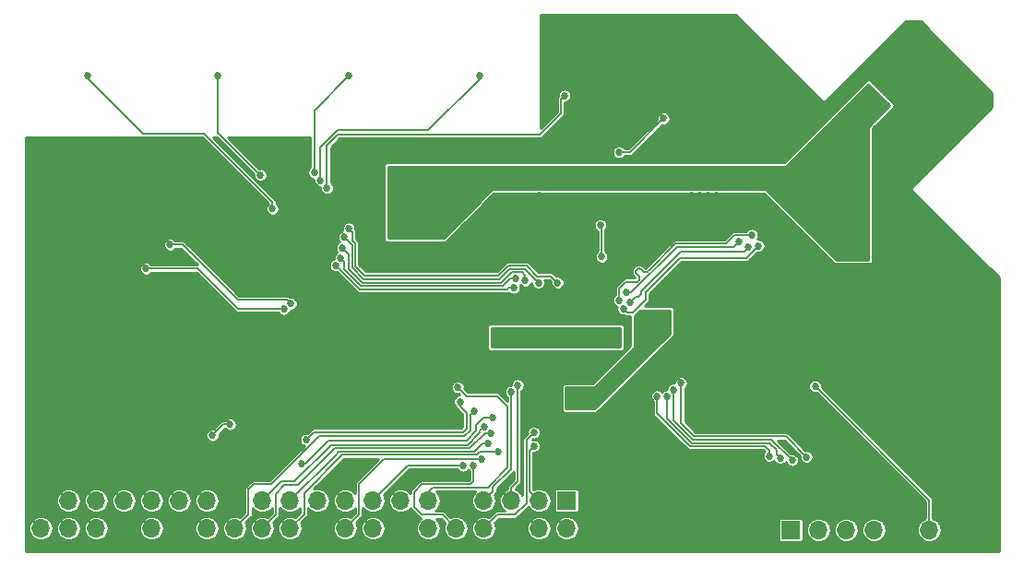
<source format=gbl>
G04 #@! TF.GenerationSoftware,KiCad,Pcbnew,(5.0.0)*
G04 #@! TF.CreationDate,2018-11-25T04:16:18+08:00*
G04 #@! TF.ProjectId,tomu-fpga,746F6D752D667067612E6B696361645F,rev?*
G04 #@! TF.SameCoordinates,Original*
G04 #@! TF.FileFunction,Copper,L2,Bot,Signal*
G04 #@! TF.FilePolarity,Positive*
%FSLAX46Y46*%
G04 Gerber Fmt 4.6, Leading zero omitted, Abs format (unit mm)*
G04 Created by KiCad (PCBNEW (5.0.0)) date 11/25/18 04:16:18*
%MOMM*%
%LPD*%
G01*
G04 APERTURE LIST*
G04 #@! TA.AperFunction,ComponentPad*
%ADD10O,1.700000X1.700000*%
G04 #@! TD*
G04 #@! TA.AperFunction,ComponentPad*
%ADD11R,1.700000X1.700000*%
G04 #@! TD*
G04 #@! TA.AperFunction,ViaPad*
%ADD12C,0.685800*%
G04 #@! TD*
G04 #@! TA.AperFunction,Conductor*
%ADD13C,0.300000*%
G04 #@! TD*
G04 #@! TA.AperFunction,Conductor*
%ADD14C,0.152400*%
G04 #@! TD*
G04 #@! TA.AperFunction,Conductor*
%ADD15C,0.254000*%
G04 #@! TD*
G04 APERTURE END LIST*
D10*
G04 #@! TO.P,J3,6*
G04 #@! TO.N,+3V3*
X108260000Y-77700000D03*
G04 #@! TO.P,J3,5*
G04 #@! TO.N,GND*
X105720000Y-77700000D03*
G04 #@! TO.P,J3,4*
G04 #@! TO.N,/PMOD_4*
X103180000Y-77700000D03*
G04 #@! TO.P,J3,3*
G04 #@! TO.N,/PMOD_3*
X100640000Y-77700000D03*
G04 #@! TO.P,J3,2*
G04 #@! TO.N,/PMOD_2*
X98100000Y-77700000D03*
D11*
G04 #@! TO.P,J3,1*
G04 #@! TO.N,/PMOD_1*
X95560000Y-77700000D03*
G04 #@! TD*
D10*
G04 #@! TO.P,J1,40*
G04 #@! TO.N,Net-(J1-Pad40)*
X26740000Y-77540000D03*
G04 #@! TO.P,J1,39*
G04 #@! TO.N,GND*
X26740000Y-75000000D03*
G04 #@! TO.P,J1,38*
G04 #@! TO.N,Net-(J1-Pad38)*
X29280000Y-77540000D03*
G04 #@! TO.P,J1,37*
G04 #@! TO.N,Net-(J1-Pad37)*
X29280000Y-75000000D03*
G04 #@! TO.P,J1,36*
G04 #@! TO.N,Net-(J1-Pad36)*
X31820000Y-77540000D03*
G04 #@! TO.P,J1,35*
G04 #@! TO.N,Net-(J1-Pad35)*
X31820000Y-75000000D03*
G04 #@! TO.P,J1,34*
G04 #@! TO.N,GND*
X34360000Y-77540000D03*
G04 #@! TO.P,J1,33*
G04 #@! TO.N,Net-(J1-Pad33)*
X34360000Y-75000000D03*
G04 #@! TO.P,J1,32*
G04 #@! TO.N,Net-(J1-Pad32)*
X36900000Y-77540000D03*
G04 #@! TO.P,J1,31*
G04 #@! TO.N,Net-(J1-Pad31)*
X36900000Y-75000000D03*
G04 #@! TO.P,J1,30*
G04 #@! TO.N,GND*
X39440000Y-77540000D03*
G04 #@! TO.P,J1,29*
G04 #@! TO.N,Net-(J1-Pad29)*
X39440000Y-75000000D03*
G04 #@! TO.P,J1,28*
G04 #@! TO.N,Net-(J1-Pad28)*
X41980000Y-77540000D03*
G04 #@! TO.P,J1,27*
G04 #@! TO.N,Net-(J1-Pad27)*
X41980000Y-75000000D03*
G04 #@! TO.P,J1,26*
G04 #@! TO.N,/DBG_6*
X44520000Y-77540000D03*
G04 #@! TO.P,J1,25*
G04 #@! TO.N,GND*
X44520000Y-75000000D03*
G04 #@! TO.P,J1,24*
G04 #@! TO.N,/SPI_CS*
X47060000Y-77540000D03*
G04 #@! TO.P,J1,23*
G04 #@! TO.N,/SPI_CLK*
X47060000Y-75000000D03*
G04 #@! TO.P,J1,22*
G04 #@! TO.N,/SPI_IO3*
X49600000Y-77540000D03*
G04 #@! TO.P,J1,21*
G04 #@! TO.N,/SPI_MISO*
X49600000Y-75000000D03*
G04 #@! TO.P,J1,20*
G04 #@! TO.N,GND*
X52140000Y-77540000D03*
G04 #@! TO.P,J1,19*
G04 #@! TO.N,/SPI_MOSI*
X52140000Y-75000000D03*
G04 #@! TO.P,J1,18*
G04 #@! TO.N,/SPI_IO2*
X54680000Y-77540000D03*
G04 #@! TO.P,J1,17*
G04 #@! TO.N,Net-(J1-Pad17)*
X54680000Y-75000000D03*
G04 #@! TO.P,J1,16*
G04 #@! TO.N,Net-(J1-Pad16)*
X57220000Y-77540000D03*
G04 #@! TO.P,J1,15*
G04 #@! TO.N,/DBG_5*
X57220000Y-75000000D03*
G04 #@! TO.P,J1,14*
G04 #@! TO.N,GND*
X59760000Y-77540000D03*
G04 #@! TO.P,J1,13*
G04 #@! TO.N,/CRESET*
X59760000Y-75000000D03*
G04 #@! TO.P,J1,12*
G04 #@! TO.N,/DBG_4*
X62300000Y-77540000D03*
G04 #@! TO.P,J1,11*
G04 #@! TO.N,/CDONE*
X62300000Y-75000000D03*
G04 #@! TO.P,J1,10*
G04 #@! TO.N,/UART_RX*
X64840000Y-77540000D03*
G04 #@! TO.P,J1,9*
G04 #@! TO.N,GND*
X64840000Y-75000000D03*
G04 #@! TO.P,J1,8*
G04 #@! TO.N,/UART_TX*
X67380000Y-77540000D03*
G04 #@! TO.P,J1,7*
G04 #@! TO.N,/DBG_3*
X67380000Y-75000000D03*
G04 #@! TO.P,J1,6*
G04 #@! TO.N,GND*
X69920000Y-77540000D03*
G04 #@! TO.P,J1,5*
G04 #@! TO.N,/DBG_2*
X69920000Y-75000000D03*
G04 #@! TO.P,J1,4*
G04 #@! TO.N,+5V*
X72460000Y-77540000D03*
G04 #@! TO.P,J1,3*
G04 #@! TO.N,/DBG_1*
X72460000Y-75000000D03*
G04 #@! TO.P,J1,2*
G04 #@! TO.N,+5V*
X75000000Y-77540000D03*
D11*
G04 #@! TO.P,J1,1*
G04 #@! TO.N,Net-(J1-Pad1)*
X75000000Y-75000000D03*
G04 #@! TD*
D12*
G04 #@! TO.N,+5V*
X99700000Y-50400000D03*
X101250000Y-51750000D03*
X100150000Y-51800000D03*
X62500000Y-49250000D03*
X59600000Y-49600000D03*
X59000000Y-48700000D03*
X60000000Y-48700000D03*
X61200000Y-48600000D03*
X100500000Y-50800000D03*
X101500000Y-50500000D03*
X101250000Y-38800000D03*
X102000000Y-38250000D03*
X102500000Y-37500000D03*
X100500000Y-40250000D03*
X101500000Y-39750000D03*
X102250000Y-39000000D03*
X99500000Y-40750000D03*
X103000000Y-38250000D03*
G04 #@! TO.N,GND*
X89500000Y-77000000D03*
X87000000Y-64500000D03*
X89500000Y-65000000D03*
X94000000Y-67000000D03*
X52500000Y-57000000D03*
X62500000Y-52000000D03*
X60000000Y-59500000D03*
X56500000Y-58500000D03*
X76500000Y-35000000D03*
X79500000Y-35000000D03*
X86500000Y-35000000D03*
X89500000Y-35000000D03*
X86500000Y-49000000D03*
X72500000Y-47000000D03*
X44000000Y-61750000D03*
X38500000Y-69000000D03*
X28750000Y-63250000D03*
X36900000Y-58900000D03*
X72250000Y-62000000D03*
X73000000Y-62000000D03*
X73750000Y-62000000D03*
X74500000Y-62000000D03*
X75250000Y-62000000D03*
X76000000Y-62000000D03*
X76000000Y-57900000D03*
X75250000Y-57900000D03*
X74500000Y-57900000D03*
X73750000Y-57900000D03*
X73000000Y-57900000D03*
X72250000Y-57900000D03*
X85100000Y-73900000D03*
X65300000Y-59900000D03*
X56600000Y-60400000D03*
X89900000Y-72000000D03*
X73650000Y-66600000D03*
X72200000Y-71950000D03*
X81100000Y-71200000D03*
X81300000Y-67000000D03*
X81300000Y-69000000D03*
X88400000Y-64500000D03*
X86150000Y-53900000D03*
X67000000Y-52600000D03*
X63000000Y-52700000D03*
X65000000Y-52400000D03*
X57800000Y-50395300D03*
X51900000Y-60000000D03*
X107700000Y-41200000D03*
X105600000Y-43300000D03*
X106300000Y-42600000D03*
X106300000Y-44000000D03*
X107000000Y-43300000D03*
X108400000Y-41900000D03*
X107000000Y-41900000D03*
X107700000Y-42600000D03*
X86500000Y-43000000D03*
X86500000Y-47000000D03*
X88000000Y-47000000D03*
X88000000Y-43000000D03*
X88750000Y-43000000D03*
X87250000Y-43000000D03*
X87250000Y-47000000D03*
X88750000Y-47000000D03*
X73900000Y-50200000D03*
X70300000Y-52300000D03*
X42750000Y-48000000D03*
X49250000Y-45750000D03*
X95250000Y-39000000D03*
X103750000Y-41500000D03*
X42750000Y-45750000D03*
X57250000Y-45500000D03*
G04 #@! TO.N,+3V3*
X97800000Y-64500000D03*
X82600000Y-57800000D03*
X81800000Y-58100000D03*
X82400000Y-58500000D03*
X75200000Y-66300000D03*
X75200000Y-65200000D03*
X75650000Y-65750000D03*
G04 #@! TO.N,+1V2*
X78500000Y-60000000D03*
X68500000Y-59500000D03*
X69300000Y-59500000D03*
X79400000Y-60100000D03*
X79500000Y-59400000D03*
X68500000Y-60300000D03*
G04 #@! TO.N,/SPI_MOSI*
X68200000Y-67400000D03*
X50700000Y-71600000D03*
G04 #@! TO.N,/SPI_IO2*
X67200000Y-71200000D03*
X42500000Y-69000000D03*
X44099899Y-68000000D03*
G04 #@! TO.N,/DBG_1*
X72000000Y-70000000D03*
G04 #@! TO.N,/CRESET*
X65200000Y-65900000D03*
X51100000Y-69400000D03*
X49029438Y-57402921D03*
X36400000Y-53700000D03*
G04 #@! TO.N,/CDONE*
X65000000Y-64600000D03*
X38600000Y-51500000D03*
X49700000Y-56900000D03*
G04 #@! TO.N,/UART_RX*
X66450289Y-71771500D03*
G04 #@! TO.N,/UART_TX*
X72000000Y-68750000D03*
G04 #@! TO.N,/SPI_CS*
X68000000Y-68800000D03*
G04 #@! TO.N,/ICE_USBN*
X80500000Y-55900000D03*
X90800000Y-51200000D03*
G04 #@! TO.N,/ICE_USBP*
X91695888Y-51695888D03*
X80800000Y-56800000D03*
G04 #@! TO.N,/SPI_MISO*
X67750000Y-69750000D03*
G04 #@! TO.N,/SPI_CLK*
X67400000Y-68200000D03*
G04 #@! TO.N,/SPI_IO3*
X68750000Y-70500000D03*
G04 #@! TO.N,Net-(SW3-Pad1)*
X79800000Y-43000000D03*
X78100000Y-49700000D03*
X78200000Y-52600000D03*
X83900000Y-39900000D03*
G04 #@! TO.N,Net-(SW4-Pad1)*
X74164001Y-54993561D03*
X55000000Y-50000000D03*
X74800000Y-37800000D03*
X53000000Y-46300000D03*
G04 #@! TO.N,/PU_CTRL_USBP*
X80200000Y-57400000D03*
X92600000Y-51600000D03*
G04 #@! TO.N,/PU_CTRL_USBN*
X92000000Y-50600000D03*
X79800000Y-56600000D03*
G04 #@! TO.N,/PMOD_4*
X97000000Y-71000000D03*
X85500000Y-64200000D03*
G04 #@! TO.N,/PMOD_2*
X94600000Y-71100000D03*
X84200000Y-65400000D03*
G04 #@! TO.N,/PMOD_3*
X95700000Y-71300000D03*
X84800000Y-64800000D03*
G04 #@! TO.N,/PMOD_1*
X93600000Y-70900000D03*
X83300000Y-65400000D03*
G04 #@! TO.N,Net-(D5-Pad1)*
X72400000Y-55000000D03*
X67000000Y-36000000D03*
X54599490Y-50799745D03*
X52400000Y-45600000D03*
G04 #@! TO.N,Net-(D4-Pad1)*
X71200000Y-54800000D03*
X54400000Y-51800000D03*
X55000000Y-36000000D03*
X51828500Y-44872237D03*
G04 #@! TO.N,Net-(D3-Pad1)*
X54264950Y-52702574D03*
X43000000Y-36000000D03*
X46900000Y-45100000D03*
X70300000Y-54600000D03*
G04 #@! TO.N,Net-(D2-Pad1)*
X53800000Y-53400000D03*
X48000000Y-48200000D03*
X31000000Y-36000000D03*
X70150000Y-55462500D03*
G04 #@! TO.N,/DBG_2*
X70500000Y-64400000D03*
G04 #@! TO.N,/DBG_3*
X69900000Y-65000000D03*
G04 #@! TO.N,/DBG_5*
X65500000Y-71800000D03*
G04 #@! TO.N,/DBG_6*
X66500000Y-66800000D03*
G04 #@! TD*
D13*
G04 #@! TO.N,+5V*
X101400000Y-39200000D02*
X102250000Y-38750000D01*
D14*
G04 #@! TO.N,+3V3*
X108260000Y-77700000D02*
X108260000Y-74960000D01*
X108260000Y-74960000D02*
X97800000Y-64500000D01*
X82300000Y-57900000D02*
X82600000Y-57800000D01*
X81800000Y-58100000D02*
X82300000Y-57900000D01*
X82800000Y-58000000D02*
X82600000Y-57800000D01*
X82400000Y-58500000D02*
X82800000Y-58000000D01*
D13*
G04 #@! TO.N,+1V2*
X69300000Y-59500000D02*
X68500000Y-59500000D01*
D14*
X79600000Y-59600000D02*
X79400000Y-60100000D01*
X79500000Y-59400000D02*
X79600000Y-59600000D01*
G04 #@! TO.N,/SPI_MOSI*
X67354178Y-67400000D02*
X66700000Y-68054178D01*
X68200000Y-67400000D02*
X67354178Y-67400000D01*
X66700000Y-68054178D02*
X66700000Y-68600000D01*
X66700000Y-68600000D02*
X65800000Y-69500000D01*
X65800000Y-69500000D02*
X53100000Y-69500000D01*
X53100000Y-69500000D02*
X51000000Y-71600000D01*
X51000000Y-71600000D02*
X50700000Y-71600000D01*
G04 #@! TO.N,/SPI_IO2*
X67200000Y-71200000D02*
X58200000Y-71200000D01*
X55529999Y-76690001D02*
X54680000Y-77540000D01*
X55758601Y-76461399D02*
X55529999Y-76690001D01*
X54680000Y-77540000D02*
X55758601Y-76461399D01*
X43500000Y-68000000D02*
X42500000Y-69000000D01*
X44099899Y-68000000D02*
X43500000Y-68000000D01*
X54680000Y-77540000D02*
X55920000Y-76300000D01*
X55920000Y-73480000D02*
X56100000Y-73300000D01*
X55920000Y-76300000D02*
X55920000Y-73480000D01*
X58200000Y-71200000D02*
X56100000Y-73300000D01*
G04 #@! TO.N,/DBG_1*
X71642899Y-70342899D02*
X71604810Y-70380988D01*
X72000000Y-70000000D02*
X71657101Y-70342899D01*
X71657101Y-70342899D02*
X71642899Y-70342899D01*
X71604810Y-74144810D02*
X72460000Y-75000000D01*
X71604810Y-70380988D02*
X71604810Y-74144810D01*
G04 #@! TO.N,/CRESET*
X65200000Y-66384933D02*
X65200000Y-65900000D01*
X65800000Y-66984933D02*
X65200000Y-66384933D01*
X65800000Y-68400000D02*
X65800000Y-66984933D01*
X65500000Y-68700000D02*
X65800000Y-68400000D01*
X51800000Y-68700000D02*
X65500000Y-68700000D01*
X51100000Y-69400000D02*
X51800000Y-68700000D01*
X44844697Y-57402921D02*
X49029438Y-57402921D01*
X41141776Y-53700000D02*
X44844697Y-57402921D01*
X36400000Y-53700000D02*
X41141776Y-53700000D01*
G04 #@! TO.N,/CDONE*
X62300000Y-74200000D02*
X62695190Y-73804810D01*
X62695190Y-73804810D02*
X67764124Y-73804810D01*
X67764124Y-73804810D02*
X69595190Y-71973744D01*
X68600000Y-65400000D02*
X65800000Y-65400000D01*
X69595190Y-71973744D02*
X69595190Y-66395190D01*
X65800000Y-65400000D02*
X65000000Y-64600000D01*
X62300000Y-75000000D02*
X62300000Y-74200000D01*
X69595190Y-66395190D02*
X68600000Y-65400000D01*
X39750000Y-51500000D02*
X38600000Y-51500000D01*
X44807101Y-56557101D02*
X39750000Y-51500000D01*
X49357101Y-56557101D02*
X44807101Y-56557101D01*
X49700000Y-56900000D02*
X49357101Y-56557101D01*
G04 #@! TO.N,/UART_RX*
X61700000Y-76300000D02*
X63600000Y-76300000D01*
X63600000Y-76300000D02*
X64840000Y-77540000D01*
X66450289Y-73249711D02*
X66200000Y-73500000D01*
X66200000Y-73500000D02*
X61700000Y-73500000D01*
X61700000Y-73500000D02*
X61000000Y-74200000D01*
X66450289Y-71771500D02*
X66450289Y-73249711D01*
X61000000Y-74200000D02*
X61000000Y-75600000D01*
X61000000Y-75600000D02*
X61700000Y-76300000D01*
G04 #@! TO.N,/UART_TX*
X68620000Y-76300000D02*
X67380000Y-77540000D01*
X70216330Y-76300000D02*
X68620000Y-76300000D01*
X71300000Y-75216330D02*
X70216330Y-76300000D01*
X71300000Y-69450000D02*
X71300000Y-75216330D01*
X72000000Y-68750000D02*
X71300000Y-69450000D01*
G04 #@! TO.N,/SPI_CS*
X48300000Y-76300000D02*
X47060000Y-77540000D01*
X48300000Y-74400000D02*
X48300000Y-76300000D01*
X49100000Y-73600000D02*
X48300000Y-74400000D01*
X50300000Y-73600000D02*
X49100000Y-73600000D01*
X53709620Y-70190380D02*
X50300000Y-73600000D01*
X67490380Y-68800000D02*
X68000000Y-68800000D01*
X66100000Y-70190380D02*
X67490380Y-68800000D01*
X66100000Y-70190380D02*
X53709620Y-70190380D01*
G04 #@! TO.N,/ICE_USBN*
X90288900Y-51711100D02*
X85119966Y-51711100D01*
X90800000Y-51200000D02*
X90288900Y-51711100D01*
X85119966Y-51711100D02*
X80931066Y-55900000D01*
X80931066Y-55900000D02*
X80500000Y-55900000D01*
G04 #@! TO.N,/ICE_USBP*
X81300000Y-56300000D02*
X80800000Y-56800000D01*
X81315452Y-56287676D02*
X81300000Y-56300000D01*
X81333260Y-56279100D02*
X81315452Y-56287676D01*
X81352530Y-56274702D02*
X81333260Y-56279100D01*
X81372295Y-56274702D02*
X81352530Y-56274702D01*
X81409372Y-56287676D02*
X81391564Y-56279100D01*
X81497121Y-56325297D02*
X81477355Y-56325297D01*
X81516390Y-56320899D02*
X81497121Y-56325297D01*
X81534198Y-56312324D02*
X81516390Y-56320899D01*
X81849089Y-56000561D02*
X81549651Y-56300000D01*
X81440278Y-56312324D02*
X81409372Y-56287676D01*
X81836764Y-55766361D02*
X81828189Y-55784169D01*
X81861412Y-55985108D02*
X81849089Y-56000561D01*
X81828189Y-55784169D02*
X81823791Y-55803438D01*
X81849088Y-55750908D02*
X81836764Y-55766361D01*
X81391564Y-56279100D02*
X81372295Y-56274702D01*
X81869988Y-55967300D02*
X81861412Y-55985108D01*
X85500000Y-52100000D02*
X82148528Y-55451471D01*
X82148528Y-55451471D02*
X81849088Y-55750908D01*
X81861412Y-55891188D02*
X81869988Y-55908996D01*
X91695888Y-51695888D02*
X91291776Y-52100000D01*
X91291776Y-52100000D02*
X85500000Y-52100000D01*
X81869988Y-55908996D02*
X81874386Y-55928266D01*
X81458086Y-56320899D02*
X81440278Y-56312324D01*
X81823791Y-55803438D02*
X81823791Y-55823204D01*
X81823791Y-55823204D02*
X81828189Y-55842473D01*
X81828189Y-55842473D02*
X81836764Y-55860281D01*
X81836764Y-55860281D02*
X81861412Y-55891188D01*
X81549651Y-56300000D02*
X81534198Y-56312324D01*
X81874386Y-55928266D02*
X81874386Y-55948031D01*
X81477355Y-56325297D02*
X81458086Y-56320899D01*
X81874386Y-55948031D02*
X81869988Y-55967300D01*
G04 #@! TO.N,/SPI_MISO*
X67750000Y-69750000D02*
X67250000Y-69750000D01*
X54104810Y-70495190D02*
X53700000Y-70900000D01*
X66504810Y-70495190D02*
X54104810Y-70495190D01*
X67250000Y-69750000D02*
X66504810Y-70495190D01*
X53700000Y-70900000D02*
X49600000Y-75000000D01*
G04 #@! TO.N,/SPI_CLK*
X48800000Y-73260000D02*
X47060000Y-75000000D01*
X67400000Y-68200000D02*
X67057101Y-68542899D01*
X67057101Y-68542899D02*
X67057101Y-68742899D01*
X67057101Y-68742899D02*
X65914430Y-69885570D01*
X54300000Y-69885570D02*
X53885570Y-69885570D01*
X65914430Y-69885570D02*
X54300000Y-69885570D01*
X53374430Y-69885570D02*
X50000000Y-73260000D01*
X53700000Y-69885570D02*
X53374430Y-69885570D01*
X50000000Y-73260000D02*
X48800000Y-73260000D01*
X54300000Y-69885570D02*
X53700000Y-69885570D01*
G04 #@! TO.N,/SPI_IO3*
X50900000Y-76240000D02*
X49600000Y-77540000D01*
X50900000Y-74300000D02*
X50900000Y-76240000D01*
X54400000Y-70800000D02*
X50900000Y-74300000D01*
X66754178Y-70800000D02*
X54400000Y-70800000D01*
X67054178Y-70500000D02*
X66754178Y-70800000D01*
X68750000Y-70500000D02*
X67054178Y-70500000D01*
G04 #@! TO.N,Net-(SW3-Pad1)*
X78200000Y-49800000D02*
X78100000Y-49700000D01*
X78200000Y-52600000D02*
X78200000Y-49800000D01*
X79800000Y-43000000D02*
X80800000Y-43000000D01*
X80800000Y-43000000D02*
X83900000Y-39900000D01*
G04 #@! TO.N,Net-(SW4-Pad1)*
X73570440Y-54400000D02*
X74164001Y-54993561D01*
X72307954Y-54400000D02*
X73570440Y-54400000D01*
X55342899Y-50342899D02*
X55342899Y-51112088D01*
X55000000Y-50000000D02*
X55342899Y-50342899D01*
X55342899Y-51112088D02*
X55609619Y-51378808D01*
X55609619Y-51378808D02*
X55609619Y-53485355D01*
X72307954Y-54400000D02*
X71307954Y-53400000D01*
X71307954Y-53400000D02*
X69637868Y-53400000D01*
X68737868Y-54300000D02*
X56424264Y-54300000D01*
X69637868Y-53400000D02*
X68737868Y-54300000D01*
X56424264Y-54300000D02*
X55609619Y-53485355D01*
X74457101Y-38142899D02*
X74457101Y-39442899D01*
X74800000Y-37800000D02*
X74457101Y-38142899D01*
X74457101Y-39442899D02*
X72500000Y-41400000D01*
X54000000Y-41400000D02*
X53000000Y-42400000D01*
X72500000Y-41400000D02*
X54000000Y-41400000D01*
X53000000Y-42400000D02*
X53000000Y-46300000D01*
G04 #@! TO.N,/PU_CTRL_USBP*
X85400000Y-52700000D02*
X91500000Y-52700000D01*
X82221841Y-55878159D02*
X85400000Y-52700000D01*
X82221841Y-56578159D02*
X82221841Y-55878159D01*
X81057101Y-57742899D02*
X82221841Y-56578159D01*
X80200000Y-57400000D02*
X80542899Y-57742899D01*
X80542899Y-57742899D02*
X81057101Y-57742899D01*
X91500000Y-52700000D02*
X92600000Y-51600000D01*
G04 #@! TO.N,/PU_CTRL_USBN*
X82554592Y-53845408D02*
X84993710Y-51406290D01*
X82448528Y-53951473D02*
X82554592Y-53845408D01*
X82396007Y-53993360D02*
X82448528Y-53951473D01*
X82269987Y-54037456D02*
X82335482Y-54022506D01*
X82202809Y-54037455D02*
X82269987Y-54037456D01*
X82076789Y-53993359D02*
X82137314Y-54022507D01*
X81834529Y-53761738D02*
X82024265Y-53951474D01*
X81721481Y-53690705D02*
X81782006Y-53719853D01*
X82024265Y-53951474D02*
X82076789Y-53993359D01*
X81655986Y-53675757D02*
X81721481Y-53690705D01*
X81523313Y-53690706D02*
X81588808Y-53675756D01*
X81782006Y-53719853D02*
X81834529Y-53761738D01*
X81410265Y-53761737D02*
X81462788Y-53719852D01*
X81368379Y-53814259D02*
X81410265Y-53761737D01*
X81339231Y-53874786D02*
X81368379Y-53814259D01*
X82137314Y-54022507D02*
X82202809Y-54037455D01*
X81641886Y-54747478D02*
X81671032Y-54686953D01*
X81600000Y-54800000D02*
X81641886Y-54747478D01*
X81500000Y-54900000D02*
X81600000Y-54800000D01*
X81671033Y-54488785D02*
X81641885Y-54428260D01*
X81600000Y-54375736D02*
X81410265Y-54186001D01*
X81462788Y-53719852D02*
X81523313Y-53690706D01*
X80400000Y-54900000D02*
X81500000Y-54900000D01*
X81671032Y-54686953D02*
X81685982Y-54621458D01*
X79800000Y-56600000D02*
X79800000Y-55500000D01*
X81324283Y-53940279D02*
X81339231Y-53874786D01*
X79800000Y-55500000D02*
X80400000Y-54900000D01*
X81410265Y-54186001D02*
X81368378Y-54133479D01*
X81368378Y-54133479D02*
X81339232Y-54072952D01*
X81588808Y-53675756D02*
X81655986Y-53675757D01*
X81685982Y-54621458D02*
X81685981Y-54554280D01*
X81685981Y-54554280D02*
X81671033Y-54488785D01*
X81641885Y-54428260D02*
X81600000Y-54375736D01*
X82335482Y-54022506D02*
X82396007Y-53993360D01*
X81324282Y-54007459D02*
X81324283Y-53940279D01*
X81339232Y-54072952D02*
X81324282Y-54007459D01*
X84993710Y-51406290D02*
X89593710Y-51406290D01*
X89593710Y-51406290D02*
X90400000Y-50600000D01*
X90400000Y-50600000D02*
X92000000Y-50600000D01*
G04 #@! TO.N,/PMOD_4*
X95100000Y-69100000D02*
X97000000Y-71000000D01*
X85500000Y-67900000D02*
X86700000Y-69100000D01*
X85500000Y-64200000D02*
X85500000Y-67900000D01*
X86700000Y-69100000D02*
X95100000Y-69100000D01*
G04 #@! TO.N,/PMOD_2*
X94257101Y-70757101D02*
X94600000Y-71100000D01*
X94257101Y-70357101D02*
X94257101Y-70757101D01*
X93609620Y-69709620D02*
X94257101Y-70357101D01*
X86447488Y-69709620D02*
X93609620Y-69709620D01*
X84200000Y-67462132D02*
X86447488Y-69709620D01*
X84200000Y-65400000D02*
X84200000Y-67462132D01*
G04 #@! TO.N,/PMOD_3*
X93804810Y-69404810D02*
X95700000Y-71300000D01*
X84800000Y-64800000D02*
X84800000Y-67631066D01*
X84800000Y-67631066D02*
X86573744Y-69404810D01*
X86573744Y-69404810D02*
X93804810Y-69404810D01*
G04 #@! TO.N,/PMOD_1*
X93600000Y-70415067D02*
X93600000Y-70900000D01*
X93199363Y-70014430D02*
X93600000Y-70415067D01*
X86321232Y-70014430D02*
X93199363Y-70014430D01*
X83300000Y-66993198D02*
X86321232Y-70014430D01*
X83300000Y-65400000D02*
X83300000Y-66993198D01*
G04 #@! TO.N,Net-(D5-Pad1)*
X55304809Y-51505064D02*
X54599490Y-50799745D01*
X55304810Y-53611612D02*
X55304809Y-51505064D01*
X72400000Y-55000000D02*
X72400000Y-54923112D01*
X71123689Y-53723689D02*
X69745245Y-53723689D01*
X72400000Y-55000000D02*
X71123689Y-53723689D01*
X69745245Y-53723689D02*
X68783364Y-54685570D01*
X68783364Y-54685570D02*
X56378768Y-54685570D01*
X56378768Y-54685570D02*
X55304810Y-53611612D01*
X67000000Y-36000000D02*
X67000000Y-36300000D01*
X67000000Y-36300000D02*
X62300000Y-41000000D01*
X52400000Y-42568934D02*
X52400000Y-42700000D01*
X53968934Y-41000000D02*
X52400000Y-42568934D01*
X62300000Y-41000000D02*
X53968934Y-41000000D01*
X52400000Y-42700000D02*
X52400000Y-45600000D01*
G04 #@! TO.N,Net-(D4-Pad1)*
X51828500Y-39171500D02*
X55000000Y-36000000D01*
X51828500Y-44872237D02*
X51828500Y-39171500D01*
X54400000Y-51800000D02*
X55000000Y-52400000D01*
X55000000Y-52400000D02*
X55000000Y-53737868D01*
X55000000Y-53737868D02*
X56252512Y-54990380D01*
X56252512Y-54990380D02*
X68993621Y-54990380D01*
X68993621Y-54990380D02*
X69955502Y-54028499D01*
X70913432Y-54028499D02*
X69955502Y-54028499D01*
X71200000Y-54315067D02*
X70913432Y-54028499D01*
X71200000Y-54800000D02*
X71200000Y-54315067D01*
G04 #@! TO.N,Net-(D3-Pad1)*
X43000000Y-41200000D02*
X43000000Y-36000000D01*
X46900000Y-45100000D02*
X43000000Y-41200000D01*
X69119877Y-55295190D02*
X56126256Y-55295190D01*
X70300000Y-54600000D02*
X69815067Y-54600000D01*
X69815067Y-54600000D02*
X69119877Y-55295190D01*
X56126256Y-55295190D02*
X54607849Y-53776783D01*
X54607849Y-53045473D02*
X54264950Y-52702574D01*
X54607849Y-53776783D02*
X54607849Y-53045473D01*
G04 #@! TO.N,Net-(D2-Pad1)*
X56000000Y-55600000D02*
X53800000Y-53400000D01*
X48000000Y-48200000D02*
X48000000Y-47600000D01*
X69527567Y-55600000D02*
X68250000Y-55600000D01*
X69665067Y-55462500D02*
X69527567Y-55600000D01*
X70150000Y-55462500D02*
X69665067Y-55462500D01*
X68600000Y-55600000D02*
X68250000Y-55600000D01*
X68250000Y-55600000D02*
X56000000Y-55600000D01*
X69527567Y-55600000D02*
X56000000Y-55600000D01*
X31000000Y-36000000D02*
X31000000Y-36200000D01*
X36100000Y-41300000D02*
X41700000Y-41300000D01*
X31000000Y-36200000D02*
X36100000Y-41300000D01*
X48000000Y-47600000D02*
X41700000Y-41300000D01*
G04 #@! TO.N,/DBG_2*
X70500000Y-73217919D02*
X70500000Y-64400000D01*
X69920000Y-75000000D02*
X69920000Y-73797919D01*
X69920000Y-73797919D02*
X70500000Y-73217919D01*
G04 #@! TO.N,/DBG_3*
X68229999Y-73770001D02*
X69900000Y-72100000D01*
X68229999Y-74150001D02*
X68229999Y-73770001D01*
X67380000Y-75000000D02*
X68229999Y-74150001D01*
X69900000Y-72100000D02*
X69900000Y-65000000D01*
G04 #@! TO.N,/DBG_5*
X60420000Y-71800000D02*
X57220000Y-75000000D01*
X65500000Y-71800000D02*
X60420000Y-71800000D01*
G04 #@! TO.N,/DBG_6*
X66157101Y-67142899D02*
X66500000Y-66800000D01*
X66157101Y-68542899D02*
X66157101Y-67142899D01*
X65600000Y-69100000D02*
X66157101Y-68542899D01*
X44520000Y-77540000D02*
X45800000Y-76260000D01*
X45800000Y-76260000D02*
X45800000Y-74000000D01*
X45800000Y-74000000D02*
X46300000Y-73500000D01*
X46300000Y-73500000D02*
X47900000Y-73500000D01*
X47900000Y-73500000D02*
X52300000Y-69100000D01*
X52300000Y-69100000D02*
X65600000Y-69100000D01*
G04 #@! TD*
D15*
G04 #@! TO.N,+1V2*
G36*
X79873000Y-60873000D02*
X68127000Y-60873000D01*
X68127000Y-59127000D01*
X79873000Y-59127000D01*
X79873000Y-60873000D01*
X79873000Y-60873000D01*
G37*
X79873000Y-60873000D02*
X68127000Y-60873000D01*
X68127000Y-59127000D01*
X79873000Y-59127000D01*
X79873000Y-60873000D01*
G04 #@! TO.N,GND*
G36*
X98335919Y-38239380D02*
X98347053Y-38252947D01*
X98360620Y-38264081D01*
X98360631Y-38264092D01*
X98401260Y-38297434D01*
X98463105Y-38330491D01*
X98530211Y-38350848D01*
X98599999Y-38357722D01*
X98600000Y-38357722D01*
X98669787Y-38350848D01*
X98736894Y-38330491D01*
X98798739Y-38297434D01*
X98839367Y-38264092D01*
X98839369Y-38264090D01*
X98852947Y-38252947D01*
X98864090Y-38239369D01*
X106147460Y-30956000D01*
X107452541Y-30956000D01*
X114044001Y-37547461D01*
X114044000Y-38852540D01*
X106760633Y-46135908D01*
X106747053Y-46147053D01*
X106735910Y-46160631D01*
X106735908Y-46160633D01*
X106702566Y-46201261D01*
X106669509Y-46263106D01*
X106649152Y-46330213D01*
X106642278Y-46400000D01*
X106649152Y-46469787D01*
X106669509Y-46536894D01*
X106702566Y-46598739D01*
X106747053Y-46652947D01*
X106760631Y-46664090D01*
X114644000Y-54547461D01*
X114644001Y-79644000D01*
X25356000Y-79644000D01*
X25356000Y-77540000D01*
X25603528Y-77540000D01*
X25625365Y-77761715D01*
X25690037Y-77974909D01*
X25795058Y-78171390D01*
X25936393Y-78343607D01*
X26108610Y-78484942D01*
X26305091Y-78589963D01*
X26518285Y-78654635D01*
X26684442Y-78671000D01*
X26795558Y-78671000D01*
X26961715Y-78654635D01*
X27174909Y-78589963D01*
X27371390Y-78484942D01*
X27543607Y-78343607D01*
X27684942Y-78171390D01*
X27789963Y-77974909D01*
X27854635Y-77761715D01*
X27876472Y-77540000D01*
X28143528Y-77540000D01*
X28165365Y-77761715D01*
X28230037Y-77974909D01*
X28335058Y-78171390D01*
X28476393Y-78343607D01*
X28648610Y-78484942D01*
X28845091Y-78589963D01*
X29058285Y-78654635D01*
X29224442Y-78671000D01*
X29335558Y-78671000D01*
X29501715Y-78654635D01*
X29714909Y-78589963D01*
X29911390Y-78484942D01*
X30083607Y-78343607D01*
X30224942Y-78171390D01*
X30329963Y-77974909D01*
X30394635Y-77761715D01*
X30416472Y-77540000D01*
X30683528Y-77540000D01*
X30705365Y-77761715D01*
X30770037Y-77974909D01*
X30875058Y-78171390D01*
X31016393Y-78343607D01*
X31188610Y-78484942D01*
X31385091Y-78589963D01*
X31598285Y-78654635D01*
X31764442Y-78671000D01*
X31875558Y-78671000D01*
X32041715Y-78654635D01*
X32254909Y-78589963D01*
X32451390Y-78484942D01*
X32623607Y-78343607D01*
X32764942Y-78171390D01*
X32869963Y-77974909D01*
X32934635Y-77761715D01*
X32956472Y-77540000D01*
X35763528Y-77540000D01*
X35785365Y-77761715D01*
X35850037Y-77974909D01*
X35955058Y-78171390D01*
X36096393Y-78343607D01*
X36268610Y-78484942D01*
X36465091Y-78589963D01*
X36678285Y-78654635D01*
X36844442Y-78671000D01*
X36955558Y-78671000D01*
X37121715Y-78654635D01*
X37334909Y-78589963D01*
X37531390Y-78484942D01*
X37703607Y-78343607D01*
X37844942Y-78171390D01*
X37949963Y-77974909D01*
X38014635Y-77761715D01*
X38036472Y-77540000D01*
X40843528Y-77540000D01*
X40865365Y-77761715D01*
X40930037Y-77974909D01*
X41035058Y-78171390D01*
X41176393Y-78343607D01*
X41348610Y-78484942D01*
X41545091Y-78589963D01*
X41758285Y-78654635D01*
X41924442Y-78671000D01*
X42035558Y-78671000D01*
X42201715Y-78654635D01*
X42414909Y-78589963D01*
X42611390Y-78484942D01*
X42783607Y-78343607D01*
X42924942Y-78171390D01*
X43029963Y-77974909D01*
X43094635Y-77761715D01*
X43116472Y-77540000D01*
X43383528Y-77540000D01*
X43405365Y-77761715D01*
X43470037Y-77974909D01*
X43575058Y-78171390D01*
X43716393Y-78343607D01*
X43888610Y-78484942D01*
X44085091Y-78589963D01*
X44298285Y-78654635D01*
X44464442Y-78671000D01*
X44575558Y-78671000D01*
X44741715Y-78654635D01*
X44954909Y-78589963D01*
X45151390Y-78484942D01*
X45323607Y-78343607D01*
X45464942Y-78171390D01*
X45569963Y-77974909D01*
X45634635Y-77761715D01*
X45656472Y-77540000D01*
X45634635Y-77318285D01*
X45569963Y-77105091D01*
X45531683Y-77033474D01*
X46040179Y-76524978D01*
X46053799Y-76513800D01*
X46064978Y-76500179D01*
X46064983Y-76500174D01*
X46081397Y-76480173D01*
X46098438Y-76459410D01*
X46131606Y-76397356D01*
X46152031Y-76330023D01*
X46157200Y-76277544D01*
X46157200Y-76277537D01*
X46158927Y-76260001D01*
X46157200Y-76242465D01*
X46157200Y-75682740D01*
X46256393Y-75803607D01*
X46428610Y-75944942D01*
X46625091Y-76049963D01*
X46838285Y-76114635D01*
X47004442Y-76131000D01*
X47115558Y-76131000D01*
X47281715Y-76114635D01*
X47494909Y-76049963D01*
X47691390Y-75944942D01*
X47863607Y-75803607D01*
X47942801Y-75707109D01*
X47942801Y-76152042D01*
X47566526Y-76528317D01*
X47494909Y-76490037D01*
X47281715Y-76425365D01*
X47115558Y-76409000D01*
X47004442Y-76409000D01*
X46838285Y-76425365D01*
X46625091Y-76490037D01*
X46428610Y-76595058D01*
X46256393Y-76736393D01*
X46115058Y-76908610D01*
X46010037Y-77105091D01*
X45945365Y-77318285D01*
X45923528Y-77540000D01*
X45945365Y-77761715D01*
X46010037Y-77974909D01*
X46115058Y-78171390D01*
X46256393Y-78343607D01*
X46428610Y-78484942D01*
X46625091Y-78589963D01*
X46838285Y-78654635D01*
X47004442Y-78671000D01*
X47115558Y-78671000D01*
X47281715Y-78654635D01*
X47494909Y-78589963D01*
X47691390Y-78484942D01*
X47863607Y-78343607D01*
X48004942Y-78171390D01*
X48109963Y-77974909D01*
X48174635Y-77761715D01*
X48196472Y-77540000D01*
X48174635Y-77318285D01*
X48109963Y-77105091D01*
X48071683Y-77033474D01*
X48540175Y-76564982D01*
X48553800Y-76553800D01*
X48598438Y-76499410D01*
X48631606Y-76437356D01*
X48652031Y-76370023D01*
X48657200Y-76317544D01*
X48657200Y-76317536D01*
X48658927Y-76300000D01*
X48657200Y-76282464D01*
X48657200Y-75634000D01*
X48796393Y-75803607D01*
X48968610Y-75944942D01*
X49165091Y-76049963D01*
X49378285Y-76114635D01*
X49544442Y-76131000D01*
X49655558Y-76131000D01*
X49821715Y-76114635D01*
X50034909Y-76049963D01*
X50231390Y-75944942D01*
X50403607Y-75803607D01*
X50542801Y-75633999D01*
X50542801Y-76092042D01*
X50106526Y-76528317D01*
X50034909Y-76490037D01*
X49821715Y-76425365D01*
X49655558Y-76409000D01*
X49544442Y-76409000D01*
X49378285Y-76425365D01*
X49165091Y-76490037D01*
X48968610Y-76595058D01*
X48796393Y-76736393D01*
X48655058Y-76908610D01*
X48550037Y-77105091D01*
X48485365Y-77318285D01*
X48463528Y-77540000D01*
X48485365Y-77761715D01*
X48550037Y-77974909D01*
X48655058Y-78171390D01*
X48796393Y-78343607D01*
X48968610Y-78484942D01*
X49165091Y-78589963D01*
X49378285Y-78654635D01*
X49544442Y-78671000D01*
X49655558Y-78671000D01*
X49821715Y-78654635D01*
X50034909Y-78589963D01*
X50231390Y-78484942D01*
X50403607Y-78343607D01*
X50544942Y-78171390D01*
X50649963Y-77974909D01*
X50714635Y-77761715D01*
X50736472Y-77540000D01*
X50714635Y-77318285D01*
X50649963Y-77105091D01*
X50611683Y-77033474D01*
X51140175Y-76504982D01*
X51153800Y-76493800D01*
X51198438Y-76439410D01*
X51231606Y-76377356D01*
X51237358Y-76358395D01*
X51252031Y-76310024D01*
X51255230Y-76277543D01*
X51257200Y-76257544D01*
X51257200Y-76257536D01*
X51258927Y-76240000D01*
X51257200Y-76222464D01*
X51257200Y-75707110D01*
X51336393Y-75803607D01*
X51508610Y-75944942D01*
X51705091Y-76049963D01*
X51918285Y-76114635D01*
X52084442Y-76131000D01*
X52195558Y-76131000D01*
X52361715Y-76114635D01*
X52574909Y-76049963D01*
X52771390Y-75944942D01*
X52943607Y-75803607D01*
X53084942Y-75631390D01*
X53189963Y-75434909D01*
X53254635Y-75221715D01*
X53276472Y-75000000D01*
X53254635Y-74778285D01*
X53189963Y-74565091D01*
X53084942Y-74368610D01*
X52943607Y-74196393D01*
X52771390Y-74055058D01*
X52574909Y-73950037D01*
X52361715Y-73885365D01*
X52195558Y-73869000D01*
X52084442Y-73869000D01*
X51918285Y-73885365D01*
X51776904Y-73928253D01*
X54547957Y-71157200D01*
X57737643Y-71157200D01*
X55835016Y-73059827D01*
X55835012Y-73059832D01*
X55679821Y-73215022D01*
X55666201Y-73226200D01*
X55655023Y-73239820D01*
X55655016Y-73239827D01*
X55638603Y-73259827D01*
X55621563Y-73280590D01*
X55610353Y-73301563D01*
X55588394Y-73342645D01*
X55567969Y-73409977D01*
X55561073Y-73480000D01*
X55562801Y-73497546D01*
X55562801Y-74292891D01*
X55483607Y-74196393D01*
X55311390Y-74055058D01*
X55114909Y-73950037D01*
X54901715Y-73885365D01*
X54735558Y-73869000D01*
X54624442Y-73869000D01*
X54458285Y-73885365D01*
X54245091Y-73950037D01*
X54048610Y-74055058D01*
X53876393Y-74196393D01*
X53735058Y-74368610D01*
X53630037Y-74565091D01*
X53565365Y-74778285D01*
X53543528Y-75000000D01*
X53565365Y-75221715D01*
X53630037Y-75434909D01*
X53735058Y-75631390D01*
X53876393Y-75803607D01*
X54048610Y-75944942D01*
X54245091Y-76049963D01*
X54458285Y-76114635D01*
X54624442Y-76131000D01*
X54735558Y-76131000D01*
X54901715Y-76114635D01*
X55114909Y-76049963D01*
X55311390Y-75944942D01*
X55483607Y-75803607D01*
X55562800Y-75707110D01*
X55562800Y-76152043D01*
X55186526Y-76528317D01*
X55114909Y-76490037D01*
X54901715Y-76425365D01*
X54735558Y-76409000D01*
X54624442Y-76409000D01*
X54458285Y-76425365D01*
X54245091Y-76490037D01*
X54048610Y-76595058D01*
X53876393Y-76736393D01*
X53735058Y-76908610D01*
X53630037Y-77105091D01*
X53565365Y-77318285D01*
X53543528Y-77540000D01*
X53565365Y-77761715D01*
X53630037Y-77974909D01*
X53735058Y-78171390D01*
X53876393Y-78343607D01*
X54048610Y-78484942D01*
X54245091Y-78589963D01*
X54458285Y-78654635D01*
X54624442Y-78671000D01*
X54735558Y-78671000D01*
X54901715Y-78654635D01*
X55114909Y-78589963D01*
X55311390Y-78484942D01*
X55483607Y-78343607D01*
X55624942Y-78171390D01*
X55729963Y-77974909D01*
X55794635Y-77761715D01*
X55816472Y-77540000D01*
X56083528Y-77540000D01*
X56105365Y-77761715D01*
X56170037Y-77974909D01*
X56275058Y-78171390D01*
X56416393Y-78343607D01*
X56588610Y-78484942D01*
X56785091Y-78589963D01*
X56998285Y-78654635D01*
X57164442Y-78671000D01*
X57275558Y-78671000D01*
X57441715Y-78654635D01*
X57654909Y-78589963D01*
X57851390Y-78484942D01*
X58023607Y-78343607D01*
X58164942Y-78171390D01*
X58269963Y-77974909D01*
X58334635Y-77761715D01*
X58356472Y-77540000D01*
X58334635Y-77318285D01*
X58269963Y-77105091D01*
X58164942Y-76908610D01*
X58023607Y-76736393D01*
X57851390Y-76595058D01*
X57654909Y-76490037D01*
X57441715Y-76425365D01*
X57275558Y-76409000D01*
X57164442Y-76409000D01*
X56998285Y-76425365D01*
X56785091Y-76490037D01*
X56588610Y-76595058D01*
X56416393Y-76736393D01*
X56275058Y-76908610D01*
X56170037Y-77105091D01*
X56105365Y-77318285D01*
X56083528Y-77540000D01*
X55816472Y-77540000D01*
X55794635Y-77318285D01*
X55729963Y-77105091D01*
X55691683Y-77033474D01*
X56160179Y-76564978D01*
X56173799Y-76553800D01*
X56184978Y-76540179D01*
X56184984Y-76540173D01*
X56206628Y-76513800D01*
X56218438Y-76499410D01*
X56251606Y-76437356D01*
X56272031Y-76370023D01*
X56277200Y-76317544D01*
X56277200Y-76317536D01*
X56278927Y-76300000D01*
X56277200Y-76282464D01*
X56277200Y-75634000D01*
X56416393Y-75803607D01*
X56588610Y-75944942D01*
X56785091Y-76049963D01*
X56998285Y-76114635D01*
X57164442Y-76131000D01*
X57275558Y-76131000D01*
X57441715Y-76114635D01*
X57654909Y-76049963D01*
X57851390Y-75944942D01*
X58023607Y-75803607D01*
X58164942Y-75631390D01*
X58269963Y-75434909D01*
X58334635Y-75221715D01*
X58356472Y-75000000D01*
X58334635Y-74778285D01*
X58269963Y-74565091D01*
X58231683Y-74493474D01*
X60567957Y-72157200D01*
X64988315Y-72157200D01*
X65015385Y-72197713D01*
X65102287Y-72284615D01*
X65204472Y-72352893D01*
X65318015Y-72399924D01*
X65438551Y-72423900D01*
X65561449Y-72423900D01*
X65681985Y-72399924D01*
X65795528Y-72352893D01*
X65897713Y-72284615D01*
X65984615Y-72197713D01*
X65988444Y-72191983D01*
X66052576Y-72256115D01*
X66093089Y-72283185D01*
X66093090Y-73101753D01*
X66052043Y-73142800D01*
X61717535Y-73142800D01*
X61699999Y-73141073D01*
X61682463Y-73142800D01*
X61682456Y-73142800D01*
X61636716Y-73147305D01*
X61629976Y-73147969D01*
X61614305Y-73152723D01*
X61562644Y-73168394D01*
X61500590Y-73201562D01*
X61446200Y-73246200D01*
X61435018Y-73259825D01*
X60759821Y-73935022D01*
X60746200Y-73946201D01*
X60735022Y-73959821D01*
X60735016Y-73959827D01*
X60727152Y-73969410D01*
X60701562Y-74000591D01*
X60674234Y-74051719D01*
X60668394Y-74062645D01*
X60648288Y-74128928D01*
X60647969Y-74129978D01*
X60642800Y-74182457D01*
X60642800Y-74182464D01*
X60641073Y-74200000D01*
X60642800Y-74217536D01*
X60642800Y-74292890D01*
X60563607Y-74196393D01*
X60391390Y-74055058D01*
X60194909Y-73950037D01*
X59981715Y-73885365D01*
X59815558Y-73869000D01*
X59704442Y-73869000D01*
X59538285Y-73885365D01*
X59325091Y-73950037D01*
X59128610Y-74055058D01*
X58956393Y-74196393D01*
X58815058Y-74368610D01*
X58710037Y-74565091D01*
X58645365Y-74778285D01*
X58623528Y-75000000D01*
X58645365Y-75221715D01*
X58710037Y-75434909D01*
X58815058Y-75631390D01*
X58956393Y-75803607D01*
X59128610Y-75944942D01*
X59325091Y-76049963D01*
X59538285Y-76114635D01*
X59704442Y-76131000D01*
X59815558Y-76131000D01*
X59981715Y-76114635D01*
X60194909Y-76049963D01*
X60391390Y-75944942D01*
X60563607Y-75803607D01*
X60654788Y-75692503D01*
X60668394Y-75737355D01*
X60668395Y-75737356D01*
X60701563Y-75799410D01*
X60714575Y-75815265D01*
X60735016Y-75840173D01*
X60735023Y-75840180D01*
X60746201Y-75853800D01*
X60759821Y-75864978D01*
X61435016Y-76540173D01*
X61446200Y-76553800D01*
X61500590Y-76598438D01*
X61562644Y-76631606D01*
X61607497Y-76645212D01*
X61496393Y-76736393D01*
X61355058Y-76908610D01*
X61250037Y-77105091D01*
X61185365Y-77318285D01*
X61163528Y-77540000D01*
X61185365Y-77761715D01*
X61250037Y-77974909D01*
X61355058Y-78171390D01*
X61496393Y-78343607D01*
X61668610Y-78484942D01*
X61865091Y-78589963D01*
X62078285Y-78654635D01*
X62244442Y-78671000D01*
X62355558Y-78671000D01*
X62521715Y-78654635D01*
X62734909Y-78589963D01*
X62931390Y-78484942D01*
X63103607Y-78343607D01*
X63244942Y-78171390D01*
X63349963Y-77974909D01*
X63414635Y-77761715D01*
X63436472Y-77540000D01*
X63414635Y-77318285D01*
X63349963Y-77105091D01*
X63244942Y-76908610D01*
X63103607Y-76736393D01*
X63007110Y-76657200D01*
X63452043Y-76657200D01*
X63828317Y-77033474D01*
X63790037Y-77105091D01*
X63725365Y-77318285D01*
X63703528Y-77540000D01*
X63725365Y-77761715D01*
X63790037Y-77974909D01*
X63895058Y-78171390D01*
X64036393Y-78343607D01*
X64208610Y-78484942D01*
X64405091Y-78589963D01*
X64618285Y-78654635D01*
X64784442Y-78671000D01*
X64895558Y-78671000D01*
X65061715Y-78654635D01*
X65274909Y-78589963D01*
X65471390Y-78484942D01*
X65643607Y-78343607D01*
X65784942Y-78171390D01*
X65889963Y-77974909D01*
X65954635Y-77761715D01*
X65976472Y-77540000D01*
X65954635Y-77318285D01*
X65889963Y-77105091D01*
X65784942Y-76908610D01*
X65643607Y-76736393D01*
X65471390Y-76595058D01*
X65274909Y-76490037D01*
X65061715Y-76425365D01*
X64895558Y-76409000D01*
X64784442Y-76409000D01*
X64618285Y-76425365D01*
X64405091Y-76490037D01*
X64333474Y-76528317D01*
X63864982Y-76059825D01*
X63853800Y-76046200D01*
X63799410Y-76001562D01*
X63737356Y-75968394D01*
X63670023Y-75947969D01*
X63617544Y-75942800D01*
X63617536Y-75942800D01*
X63600000Y-75941073D01*
X63582464Y-75942800D01*
X62934000Y-75942800D01*
X63103607Y-75803607D01*
X63244942Y-75631390D01*
X63349963Y-75434909D01*
X63414635Y-75221715D01*
X63436472Y-75000000D01*
X63414635Y-74778285D01*
X63349963Y-74565091D01*
X63244942Y-74368610D01*
X63103607Y-74196393D01*
X63061711Y-74162010D01*
X66618289Y-74162010D01*
X66576393Y-74196393D01*
X66435058Y-74368610D01*
X66330037Y-74565091D01*
X66265365Y-74778285D01*
X66243528Y-75000000D01*
X66265365Y-75221715D01*
X66330037Y-75434909D01*
X66435058Y-75631390D01*
X66576393Y-75803607D01*
X66748610Y-75944942D01*
X66945091Y-76049963D01*
X67158285Y-76114635D01*
X67324442Y-76131000D01*
X67435558Y-76131000D01*
X67601715Y-76114635D01*
X67814909Y-76049963D01*
X68011390Y-75944942D01*
X68183607Y-75803607D01*
X68324942Y-75631390D01*
X68429963Y-75434909D01*
X68494635Y-75221715D01*
X68516472Y-75000000D01*
X68494635Y-74778285D01*
X68429963Y-74565091D01*
X68391683Y-74493474D01*
X68470178Y-74414979D01*
X68483798Y-74403801D01*
X68494977Y-74390180D01*
X68494982Y-74390175D01*
X68512680Y-74368610D01*
X68528437Y-74349411D01*
X68561605Y-74287357D01*
X68582030Y-74220024D01*
X68587199Y-74167545D01*
X68587199Y-74167538D01*
X68588926Y-74150002D01*
X68587199Y-74132466D01*
X68587199Y-73917958D01*
X70140179Y-72364978D01*
X70142800Y-72362827D01*
X70142800Y-73069962D01*
X69679821Y-73532941D01*
X69666201Y-73544119D01*
X69655023Y-73557739D01*
X69655016Y-73557746D01*
X69634575Y-73582654D01*
X69621563Y-73598509D01*
X69611573Y-73617200D01*
X69588394Y-73660564D01*
X69567969Y-73727896D01*
X69561073Y-73797919D01*
X69562801Y-73815465D01*
X69562801Y-73926464D01*
X69485091Y-73950037D01*
X69288610Y-74055058D01*
X69116393Y-74196393D01*
X68975058Y-74368610D01*
X68870037Y-74565091D01*
X68805365Y-74778285D01*
X68783528Y-75000000D01*
X68805365Y-75221715D01*
X68870037Y-75434909D01*
X68975058Y-75631390D01*
X69116393Y-75803607D01*
X69286000Y-75942800D01*
X68637536Y-75942800D01*
X68620000Y-75941073D01*
X68602464Y-75942800D01*
X68602456Y-75942800D01*
X68556124Y-75947364D01*
X68549976Y-75947969D01*
X68482644Y-75968394D01*
X68420590Y-76001562D01*
X68366200Y-76046200D01*
X68355018Y-76059825D01*
X67886526Y-76528317D01*
X67814909Y-76490037D01*
X67601715Y-76425365D01*
X67435558Y-76409000D01*
X67324442Y-76409000D01*
X67158285Y-76425365D01*
X66945091Y-76490037D01*
X66748610Y-76595058D01*
X66576393Y-76736393D01*
X66435058Y-76908610D01*
X66330037Y-77105091D01*
X66265365Y-77318285D01*
X66243528Y-77540000D01*
X66265365Y-77761715D01*
X66330037Y-77974909D01*
X66435058Y-78171390D01*
X66576393Y-78343607D01*
X66748610Y-78484942D01*
X66945091Y-78589963D01*
X67158285Y-78654635D01*
X67324442Y-78671000D01*
X67435558Y-78671000D01*
X67601715Y-78654635D01*
X67814909Y-78589963D01*
X68011390Y-78484942D01*
X68183607Y-78343607D01*
X68324942Y-78171390D01*
X68429963Y-77974909D01*
X68494635Y-77761715D01*
X68516472Y-77540000D01*
X71323528Y-77540000D01*
X71345365Y-77761715D01*
X71410037Y-77974909D01*
X71515058Y-78171390D01*
X71656393Y-78343607D01*
X71828610Y-78484942D01*
X72025091Y-78589963D01*
X72238285Y-78654635D01*
X72404442Y-78671000D01*
X72515558Y-78671000D01*
X72681715Y-78654635D01*
X72894909Y-78589963D01*
X73091390Y-78484942D01*
X73263607Y-78343607D01*
X73404942Y-78171390D01*
X73509963Y-77974909D01*
X73574635Y-77761715D01*
X73596472Y-77540000D01*
X73863528Y-77540000D01*
X73885365Y-77761715D01*
X73950037Y-77974909D01*
X74055058Y-78171390D01*
X74196393Y-78343607D01*
X74368610Y-78484942D01*
X74565091Y-78589963D01*
X74778285Y-78654635D01*
X74944442Y-78671000D01*
X75055558Y-78671000D01*
X75221715Y-78654635D01*
X75434909Y-78589963D01*
X75631390Y-78484942D01*
X75803607Y-78343607D01*
X75944942Y-78171390D01*
X76049963Y-77974909D01*
X76114635Y-77761715D01*
X76136472Y-77540000D01*
X76114635Y-77318285D01*
X76049963Y-77105091D01*
X75944942Y-76908610D01*
X75896842Y-76850000D01*
X94427641Y-76850000D01*
X94427641Y-78550000D01*
X94433066Y-78605086D01*
X94449134Y-78658054D01*
X94475227Y-78706870D01*
X94510342Y-78749658D01*
X94553130Y-78784773D01*
X94601946Y-78810866D01*
X94654914Y-78826934D01*
X94710000Y-78832359D01*
X96410000Y-78832359D01*
X96465086Y-78826934D01*
X96518054Y-78810866D01*
X96566870Y-78784773D01*
X96609658Y-78749658D01*
X96644773Y-78706870D01*
X96670866Y-78658054D01*
X96686934Y-78605086D01*
X96692359Y-78550000D01*
X96692359Y-77700000D01*
X96963528Y-77700000D01*
X96985365Y-77921715D01*
X97050037Y-78134909D01*
X97155058Y-78331390D01*
X97296393Y-78503607D01*
X97468610Y-78644942D01*
X97665091Y-78749963D01*
X97878285Y-78814635D01*
X98044442Y-78831000D01*
X98155558Y-78831000D01*
X98321715Y-78814635D01*
X98534909Y-78749963D01*
X98731390Y-78644942D01*
X98903607Y-78503607D01*
X99044942Y-78331390D01*
X99149963Y-78134909D01*
X99214635Y-77921715D01*
X99236472Y-77700000D01*
X99503528Y-77700000D01*
X99525365Y-77921715D01*
X99590037Y-78134909D01*
X99695058Y-78331390D01*
X99836393Y-78503607D01*
X100008610Y-78644942D01*
X100205091Y-78749963D01*
X100418285Y-78814635D01*
X100584442Y-78831000D01*
X100695558Y-78831000D01*
X100861715Y-78814635D01*
X101074909Y-78749963D01*
X101271390Y-78644942D01*
X101443607Y-78503607D01*
X101584942Y-78331390D01*
X101689963Y-78134909D01*
X101754635Y-77921715D01*
X101776472Y-77700000D01*
X102043528Y-77700000D01*
X102065365Y-77921715D01*
X102130037Y-78134909D01*
X102235058Y-78331390D01*
X102376393Y-78503607D01*
X102548610Y-78644942D01*
X102745091Y-78749963D01*
X102958285Y-78814635D01*
X103124442Y-78831000D01*
X103235558Y-78831000D01*
X103401715Y-78814635D01*
X103614909Y-78749963D01*
X103811390Y-78644942D01*
X103983607Y-78503607D01*
X104124942Y-78331390D01*
X104229963Y-78134909D01*
X104294635Y-77921715D01*
X104316472Y-77700000D01*
X104294635Y-77478285D01*
X104229963Y-77265091D01*
X104124942Y-77068610D01*
X103983607Y-76896393D01*
X103811390Y-76755058D01*
X103614909Y-76650037D01*
X103401715Y-76585365D01*
X103235558Y-76569000D01*
X103124442Y-76569000D01*
X102958285Y-76585365D01*
X102745091Y-76650037D01*
X102548610Y-76755058D01*
X102376393Y-76896393D01*
X102235058Y-77068610D01*
X102130037Y-77265091D01*
X102065365Y-77478285D01*
X102043528Y-77700000D01*
X101776472Y-77700000D01*
X101754635Y-77478285D01*
X101689963Y-77265091D01*
X101584942Y-77068610D01*
X101443607Y-76896393D01*
X101271390Y-76755058D01*
X101074909Y-76650037D01*
X100861715Y-76585365D01*
X100695558Y-76569000D01*
X100584442Y-76569000D01*
X100418285Y-76585365D01*
X100205091Y-76650037D01*
X100008610Y-76755058D01*
X99836393Y-76896393D01*
X99695058Y-77068610D01*
X99590037Y-77265091D01*
X99525365Y-77478285D01*
X99503528Y-77700000D01*
X99236472Y-77700000D01*
X99214635Y-77478285D01*
X99149963Y-77265091D01*
X99044942Y-77068610D01*
X98903607Y-76896393D01*
X98731390Y-76755058D01*
X98534909Y-76650037D01*
X98321715Y-76585365D01*
X98155558Y-76569000D01*
X98044442Y-76569000D01*
X97878285Y-76585365D01*
X97665091Y-76650037D01*
X97468610Y-76755058D01*
X97296393Y-76896393D01*
X97155058Y-77068610D01*
X97050037Y-77265091D01*
X96985365Y-77478285D01*
X96963528Y-77700000D01*
X96692359Y-77700000D01*
X96692359Y-76850000D01*
X96686934Y-76794914D01*
X96670866Y-76741946D01*
X96644773Y-76693130D01*
X96609658Y-76650342D01*
X96566870Y-76615227D01*
X96518054Y-76589134D01*
X96465086Y-76573066D01*
X96410000Y-76567641D01*
X94710000Y-76567641D01*
X94654914Y-76573066D01*
X94601946Y-76589134D01*
X94553130Y-76615227D01*
X94510342Y-76650342D01*
X94475227Y-76693130D01*
X94449134Y-76741946D01*
X94433066Y-76794914D01*
X94427641Y-76850000D01*
X75896842Y-76850000D01*
X75803607Y-76736393D01*
X75631390Y-76595058D01*
X75434909Y-76490037D01*
X75221715Y-76425365D01*
X75055558Y-76409000D01*
X74944442Y-76409000D01*
X74778285Y-76425365D01*
X74565091Y-76490037D01*
X74368610Y-76595058D01*
X74196393Y-76736393D01*
X74055058Y-76908610D01*
X73950037Y-77105091D01*
X73885365Y-77318285D01*
X73863528Y-77540000D01*
X73596472Y-77540000D01*
X73574635Y-77318285D01*
X73509963Y-77105091D01*
X73404942Y-76908610D01*
X73263607Y-76736393D01*
X73091390Y-76595058D01*
X72894909Y-76490037D01*
X72681715Y-76425365D01*
X72515558Y-76409000D01*
X72404442Y-76409000D01*
X72238285Y-76425365D01*
X72025091Y-76490037D01*
X71828610Y-76595058D01*
X71656393Y-76736393D01*
X71515058Y-76908610D01*
X71410037Y-77105091D01*
X71345365Y-77318285D01*
X71323528Y-77540000D01*
X68516472Y-77540000D01*
X68494635Y-77318285D01*
X68429963Y-77105091D01*
X68391683Y-77033474D01*
X68767957Y-76657200D01*
X70198794Y-76657200D01*
X70216330Y-76658927D01*
X70233866Y-76657200D01*
X70233874Y-76657200D01*
X70286353Y-76652031D01*
X70353686Y-76631606D01*
X70415740Y-76598438D01*
X70470130Y-76553800D01*
X70481314Y-76540173D01*
X71471531Y-75549956D01*
X71515058Y-75631390D01*
X71656393Y-75803607D01*
X71828610Y-75944942D01*
X72025091Y-76049963D01*
X72238285Y-76114635D01*
X72404442Y-76131000D01*
X72515558Y-76131000D01*
X72681715Y-76114635D01*
X72894909Y-76049963D01*
X73091390Y-75944942D01*
X73263607Y-75803607D01*
X73404942Y-75631390D01*
X73509963Y-75434909D01*
X73574635Y-75221715D01*
X73596472Y-75000000D01*
X73574635Y-74778285D01*
X73509963Y-74565091D01*
X73404942Y-74368610D01*
X73263607Y-74196393D01*
X73207078Y-74150000D01*
X73867641Y-74150000D01*
X73867641Y-75850000D01*
X73873066Y-75905086D01*
X73889134Y-75958054D01*
X73915227Y-76006870D01*
X73950342Y-76049658D01*
X73993130Y-76084773D01*
X74041946Y-76110866D01*
X74094914Y-76126934D01*
X74150000Y-76132359D01*
X75850000Y-76132359D01*
X75905086Y-76126934D01*
X75958054Y-76110866D01*
X76006870Y-76084773D01*
X76049658Y-76049658D01*
X76084773Y-76006870D01*
X76110866Y-75958054D01*
X76126934Y-75905086D01*
X76132359Y-75850000D01*
X76132359Y-74150000D01*
X76126934Y-74094914D01*
X76110866Y-74041946D01*
X76084773Y-73993130D01*
X76049658Y-73950342D01*
X76006870Y-73915227D01*
X75958054Y-73889134D01*
X75905086Y-73873066D01*
X75850000Y-73867641D01*
X74150000Y-73867641D01*
X74094914Y-73873066D01*
X74041946Y-73889134D01*
X73993130Y-73915227D01*
X73950342Y-73950342D01*
X73915227Y-73993130D01*
X73889134Y-74041946D01*
X73873066Y-74094914D01*
X73867641Y-74150000D01*
X73207078Y-74150000D01*
X73091390Y-74055058D01*
X72894909Y-73950037D01*
X72681715Y-73885365D01*
X72515558Y-73869000D01*
X72404442Y-73869000D01*
X72238285Y-73885365D01*
X72025091Y-73950037D01*
X71962010Y-73983754D01*
X71962010Y-70623900D01*
X72061449Y-70623900D01*
X72181985Y-70599924D01*
X72295528Y-70552893D01*
X72397713Y-70484615D01*
X72484615Y-70397713D01*
X72552893Y-70295528D01*
X72599924Y-70181985D01*
X72623900Y-70061449D01*
X72623900Y-69938551D01*
X72599924Y-69818015D01*
X72552893Y-69704472D01*
X72484615Y-69602287D01*
X72397713Y-69515385D01*
X72295528Y-69447107D01*
X72181985Y-69400076D01*
X72061449Y-69376100D01*
X71938551Y-69376100D01*
X71864285Y-69390872D01*
X71890763Y-69364394D01*
X71938551Y-69373900D01*
X72061449Y-69373900D01*
X72181985Y-69349924D01*
X72295528Y-69302893D01*
X72397713Y-69234615D01*
X72484615Y-69147713D01*
X72552893Y-69045528D01*
X72599924Y-68931985D01*
X72623900Y-68811449D01*
X72623900Y-68688551D01*
X72599924Y-68568015D01*
X72552893Y-68454472D01*
X72484615Y-68352287D01*
X72397713Y-68265385D01*
X72295528Y-68197107D01*
X72181985Y-68150076D01*
X72061449Y-68126100D01*
X71938551Y-68126100D01*
X71818015Y-68150076D01*
X71704472Y-68197107D01*
X71602287Y-68265385D01*
X71515385Y-68352287D01*
X71447107Y-68454472D01*
X71400076Y-68568015D01*
X71376100Y-68688551D01*
X71376100Y-68811449D01*
X71385606Y-68859237D01*
X71059821Y-69185022D01*
X71046200Y-69196201D01*
X71035022Y-69209821D01*
X71035016Y-69209827D01*
X71028297Y-69218015D01*
X71001562Y-69250591D01*
X70968395Y-69312644D01*
X70968394Y-69312645D01*
X70948565Y-69378014D01*
X70947969Y-69379978D01*
X70942800Y-69432457D01*
X70942800Y-69432464D01*
X70941073Y-69450000D01*
X70942800Y-69467536D01*
X70942801Y-74514274D01*
X70864942Y-74368610D01*
X70723607Y-74196393D01*
X70551390Y-74055058D01*
X70354909Y-73950037D01*
X70292094Y-73930982D01*
X70740179Y-73482897D01*
X70753799Y-73471719D01*
X70764978Y-73458098D01*
X70764984Y-73458092D01*
X70782028Y-73437323D01*
X70798438Y-73417329D01*
X70831606Y-73355275D01*
X70835438Y-73342644D01*
X70852031Y-73287943D01*
X70853956Y-73268394D01*
X70857200Y-73235463D01*
X70857200Y-73235455D01*
X70858927Y-73217919D01*
X70857200Y-73200383D01*
X70857200Y-64911685D01*
X70897713Y-64884615D01*
X70984615Y-64797713D01*
X71052893Y-64695528D01*
X71099924Y-64581985D01*
X71116231Y-64500000D01*
X74519000Y-64500000D01*
X74519000Y-66700000D01*
X74540390Y-66807534D01*
X74601303Y-66898697D01*
X74692466Y-66959610D01*
X74800000Y-66981000D01*
X77600000Y-66981000D01*
X77707534Y-66959610D01*
X77798697Y-66898697D01*
X79358843Y-65338551D01*
X82676100Y-65338551D01*
X82676100Y-65461449D01*
X82700076Y-65581985D01*
X82747107Y-65695528D01*
X82815385Y-65797713D01*
X82902287Y-65884615D01*
X82942800Y-65911685D01*
X82942801Y-66975652D01*
X82941073Y-66993198D01*
X82947969Y-67063221D01*
X82968394Y-67130553D01*
X82968395Y-67130554D01*
X83001563Y-67192608D01*
X83005753Y-67197713D01*
X83035016Y-67233371D01*
X83035023Y-67233378D01*
X83046201Y-67246998D01*
X83059821Y-67258176D01*
X86056248Y-70254603D01*
X86067432Y-70268230D01*
X86121822Y-70312868D01*
X86178007Y-70342899D01*
X86183876Y-70346036D01*
X86251208Y-70366461D01*
X86257948Y-70367125D01*
X86303688Y-70371630D01*
X86303695Y-70371630D01*
X86321231Y-70373357D01*
X86338767Y-70371630D01*
X93051406Y-70371630D01*
X93148724Y-70468948D01*
X93115385Y-70502287D01*
X93047107Y-70604472D01*
X93000076Y-70718015D01*
X92976100Y-70838551D01*
X92976100Y-70961449D01*
X93000076Y-71081985D01*
X93047107Y-71195528D01*
X93115385Y-71297713D01*
X93202287Y-71384615D01*
X93304472Y-71452893D01*
X93418015Y-71499924D01*
X93538551Y-71523900D01*
X93661449Y-71523900D01*
X93781985Y-71499924D01*
X93895528Y-71452893D01*
X93997713Y-71384615D01*
X94029444Y-71352884D01*
X94047107Y-71395528D01*
X94115385Y-71497713D01*
X94202287Y-71584615D01*
X94304472Y-71652893D01*
X94418015Y-71699924D01*
X94538551Y-71723900D01*
X94661449Y-71723900D01*
X94781985Y-71699924D01*
X94895528Y-71652893D01*
X94997713Y-71584615D01*
X95084615Y-71497713D01*
X95098940Y-71476274D01*
X95100076Y-71481985D01*
X95147107Y-71595528D01*
X95215385Y-71697713D01*
X95302287Y-71784615D01*
X95404472Y-71852893D01*
X95518015Y-71899924D01*
X95638551Y-71923900D01*
X95761449Y-71923900D01*
X95881985Y-71899924D01*
X95995528Y-71852893D01*
X96097713Y-71784615D01*
X96184615Y-71697713D01*
X96252893Y-71595528D01*
X96299924Y-71481985D01*
X96323900Y-71361449D01*
X96323900Y-71238551D01*
X96299924Y-71118015D01*
X96252893Y-71004472D01*
X96184615Y-70902287D01*
X96097713Y-70815385D01*
X95995528Y-70747107D01*
X95881985Y-70700076D01*
X95761449Y-70676100D01*
X95638551Y-70676100D01*
X95590763Y-70685606D01*
X94362357Y-69457200D01*
X94952043Y-69457200D01*
X96385606Y-70890763D01*
X96376100Y-70938551D01*
X96376100Y-71061449D01*
X96400076Y-71181985D01*
X96447107Y-71295528D01*
X96515385Y-71397713D01*
X96602287Y-71484615D01*
X96704472Y-71552893D01*
X96818015Y-71599924D01*
X96938551Y-71623900D01*
X97061449Y-71623900D01*
X97181985Y-71599924D01*
X97295528Y-71552893D01*
X97397713Y-71484615D01*
X97484615Y-71397713D01*
X97552893Y-71295528D01*
X97599924Y-71181985D01*
X97623900Y-71061449D01*
X97623900Y-70938551D01*
X97599924Y-70818015D01*
X97552893Y-70704472D01*
X97484615Y-70602287D01*
X97397713Y-70515385D01*
X97295528Y-70447107D01*
X97181985Y-70400076D01*
X97061449Y-70376100D01*
X96938551Y-70376100D01*
X96890763Y-70385606D01*
X95364982Y-68859825D01*
X95353800Y-68846200D01*
X95299410Y-68801562D01*
X95237356Y-68768394D01*
X95170023Y-68747969D01*
X95117544Y-68742800D01*
X95117536Y-68742800D01*
X95100000Y-68741073D01*
X95082464Y-68742800D01*
X86847957Y-68742800D01*
X85857200Y-67752043D01*
X85857200Y-64711685D01*
X85897713Y-64684615D01*
X85984615Y-64597713D01*
X86052893Y-64495528D01*
X86076493Y-64438551D01*
X97176100Y-64438551D01*
X97176100Y-64561449D01*
X97200076Y-64681985D01*
X97247107Y-64795528D01*
X97315385Y-64897713D01*
X97402287Y-64984615D01*
X97504472Y-65052893D01*
X97618015Y-65099924D01*
X97738551Y-65123900D01*
X97861449Y-65123900D01*
X97909237Y-65114394D01*
X107902801Y-75107958D01*
X107902800Y-76626464D01*
X107825091Y-76650037D01*
X107628610Y-76755058D01*
X107456393Y-76896393D01*
X107315058Y-77068610D01*
X107210037Y-77265091D01*
X107145365Y-77478285D01*
X107123528Y-77700000D01*
X107145365Y-77921715D01*
X107210037Y-78134909D01*
X107315058Y-78331390D01*
X107456393Y-78503607D01*
X107628610Y-78644942D01*
X107825091Y-78749963D01*
X108038285Y-78814635D01*
X108204442Y-78831000D01*
X108315558Y-78831000D01*
X108481715Y-78814635D01*
X108694909Y-78749963D01*
X108891390Y-78644942D01*
X109063607Y-78503607D01*
X109204942Y-78331390D01*
X109309963Y-78134909D01*
X109374635Y-77921715D01*
X109396472Y-77700000D01*
X109374635Y-77478285D01*
X109309963Y-77265091D01*
X109204942Y-77068610D01*
X109063607Y-76896393D01*
X108891390Y-76755058D01*
X108694909Y-76650037D01*
X108617200Y-76626464D01*
X108617200Y-74977536D01*
X108618927Y-74960000D01*
X108617200Y-74942464D01*
X108617200Y-74942456D01*
X108612031Y-74889977D01*
X108591606Y-74822644D01*
X108558438Y-74760590D01*
X108513800Y-74706200D01*
X108500175Y-74695018D01*
X98414394Y-64609237D01*
X98423900Y-64561449D01*
X98423900Y-64438551D01*
X98399924Y-64318015D01*
X98352893Y-64204472D01*
X98284615Y-64102287D01*
X98197713Y-64015385D01*
X98095528Y-63947107D01*
X97981985Y-63900076D01*
X97861449Y-63876100D01*
X97738551Y-63876100D01*
X97618015Y-63900076D01*
X97504472Y-63947107D01*
X97402287Y-64015385D01*
X97315385Y-64102287D01*
X97247107Y-64204472D01*
X97200076Y-64318015D01*
X97176100Y-64438551D01*
X86076493Y-64438551D01*
X86099924Y-64381985D01*
X86123900Y-64261449D01*
X86123900Y-64138551D01*
X86099924Y-64018015D01*
X86052893Y-63904472D01*
X85984615Y-63802287D01*
X85897713Y-63715385D01*
X85795528Y-63647107D01*
X85681985Y-63600076D01*
X85561449Y-63576100D01*
X85438551Y-63576100D01*
X85318015Y-63600076D01*
X85204472Y-63647107D01*
X85102287Y-63715385D01*
X85015385Y-63802287D01*
X84947107Y-63904472D01*
X84900076Y-64018015D01*
X84876100Y-64138551D01*
X84876100Y-64179014D01*
X84861449Y-64176100D01*
X84738551Y-64176100D01*
X84618015Y-64200076D01*
X84504472Y-64247107D01*
X84402287Y-64315385D01*
X84315385Y-64402287D01*
X84247107Y-64504472D01*
X84200076Y-64618015D01*
X84176100Y-64738551D01*
X84176100Y-64776100D01*
X84138551Y-64776100D01*
X84018015Y-64800076D01*
X83904472Y-64847107D01*
X83802287Y-64915385D01*
X83750000Y-64967672D01*
X83697713Y-64915385D01*
X83595528Y-64847107D01*
X83481985Y-64800076D01*
X83361449Y-64776100D01*
X83238551Y-64776100D01*
X83118015Y-64800076D01*
X83004472Y-64847107D01*
X82902287Y-64915385D01*
X82815385Y-65002287D01*
X82747107Y-65104472D01*
X82700076Y-65218015D01*
X82676100Y-65338551D01*
X79358843Y-65338551D01*
X84798697Y-59898697D01*
X84859610Y-59807534D01*
X84881000Y-59700000D01*
X84881000Y-57400000D01*
X84859610Y-57292466D01*
X84798697Y-57201303D01*
X84707534Y-57140390D01*
X84600000Y-57119000D01*
X82186157Y-57119000D01*
X82462020Y-56843137D01*
X82475640Y-56831959D01*
X82486819Y-56818338D01*
X82486824Y-56818333D01*
X82504107Y-56797274D01*
X82520279Y-56777569D01*
X82553447Y-56715515D01*
X82567247Y-56670022D01*
X82573872Y-56648183D01*
X82575372Y-56632955D01*
X82579041Y-56595703D01*
X82579041Y-56595696D01*
X82580768Y-56578160D01*
X82579041Y-56560624D01*
X82579041Y-56026116D01*
X85547957Y-53057200D01*
X91482464Y-53057200D01*
X91500000Y-53058927D01*
X91517536Y-53057200D01*
X91517544Y-53057200D01*
X91570023Y-53052031D01*
X91637356Y-53031606D01*
X91699410Y-52998438D01*
X91753800Y-52953800D01*
X91764984Y-52940173D01*
X92490763Y-52214394D01*
X92538551Y-52223900D01*
X92661449Y-52223900D01*
X92781985Y-52199924D01*
X92895528Y-52152893D01*
X92997713Y-52084615D01*
X93084615Y-51997713D01*
X93152893Y-51895528D01*
X93199924Y-51781985D01*
X93223900Y-51661449D01*
X93223900Y-51538551D01*
X93199924Y-51418015D01*
X93152893Y-51304472D01*
X93084615Y-51202287D01*
X92997713Y-51115385D01*
X92895528Y-51047107D01*
X92781985Y-51000076D01*
X92661449Y-50976100D01*
X92538551Y-50976100D01*
X92493003Y-50985160D01*
X92552893Y-50895528D01*
X92599924Y-50781985D01*
X92623900Y-50661449D01*
X92623900Y-50538551D01*
X92599924Y-50418015D01*
X92552893Y-50304472D01*
X92484615Y-50202287D01*
X92397713Y-50115385D01*
X92295528Y-50047107D01*
X92181985Y-50000076D01*
X92061449Y-49976100D01*
X91938551Y-49976100D01*
X91818015Y-50000076D01*
X91704472Y-50047107D01*
X91602287Y-50115385D01*
X91515385Y-50202287D01*
X91488315Y-50242800D01*
X90417535Y-50242800D01*
X90399999Y-50241073D01*
X90382463Y-50242800D01*
X90382456Y-50242800D01*
X90338729Y-50247107D01*
X90329976Y-50247969D01*
X90262644Y-50268394D01*
X90200590Y-50301562D01*
X90146200Y-50346200D01*
X90135018Y-50359825D01*
X89445753Y-51049090D01*
X85011246Y-51049090D01*
X84993710Y-51047363D01*
X84976174Y-51049090D01*
X84976166Y-51049090D01*
X84929834Y-51053654D01*
X84923686Y-51054259D01*
X84856354Y-51074684D01*
X84794300Y-51107852D01*
X84739910Y-51152490D01*
X84728728Y-51166115D01*
X82289608Y-53605235D01*
X82289603Y-53605242D01*
X82236396Y-53658449D01*
X82110192Y-53532245D01*
X82108761Y-53530166D01*
X82085396Y-53507448D01*
X82074702Y-53496754D01*
X82072749Y-53495151D01*
X82070953Y-53493405D01*
X82059206Y-53484037D01*
X82033938Y-53463301D01*
X82031710Y-53462110D01*
X82014508Y-53448392D01*
X81997837Y-53433068D01*
X81972057Y-53417369D01*
X81946744Y-53400965D01*
X81925713Y-53392598D01*
X81887748Y-53374314D01*
X81868078Y-53363080D01*
X81839449Y-53353511D01*
X81811136Y-53343156D01*
X81788759Y-53339676D01*
X81747674Y-53330299D01*
X81726014Y-53323728D01*
X81695986Y-53320770D01*
X81666048Y-53316971D01*
X81643467Y-53318557D01*
X81601328Y-53318557D01*
X81578735Y-53316970D01*
X81548806Y-53320768D01*
X81518791Y-53323724D01*
X81497117Y-53330298D01*
X81456037Y-53339676D01*
X81433667Y-53343154D01*
X81405313Y-53353523D01*
X81376706Y-53363086D01*
X81357055Y-53374310D01*
X81319078Y-53392598D01*
X81298050Y-53400964D01*
X81272747Y-53417361D01*
X81246964Y-53433062D01*
X81230293Y-53448386D01*
X81197351Y-53474655D01*
X81178699Y-53487500D01*
X81157663Y-53509134D01*
X81136033Y-53530165D01*
X81123190Y-53548815D01*
X81096917Y-53581758D01*
X81081592Y-53598431D01*
X81065907Y-53624189D01*
X81049494Y-53649514D01*
X81041121Y-53670557D01*
X81022838Y-53708522D01*
X81011607Y-53728187D01*
X81002045Y-53756796D01*
X80991680Y-53785136D01*
X80988199Y-53807518D01*
X80978825Y-53848592D01*
X80972254Y-53870251D01*
X80969297Y-53900268D01*
X80965497Y-53930214D01*
X80967083Y-53952800D01*
X80967083Y-53994941D01*
X80965496Y-54017534D01*
X80969293Y-54047447D01*
X80972250Y-54077476D01*
X80978827Y-54099160D01*
X80988201Y-54140226D01*
X80991679Y-54162593D01*
X81002048Y-54190948D01*
X81011613Y-54219561D01*
X81022836Y-54239211D01*
X81041121Y-54277184D01*
X81049495Y-54298228D01*
X81065897Y-54323536D01*
X81081585Y-54349299D01*
X81096912Y-54365974D01*
X81110641Y-54383189D01*
X81111828Y-54385410D01*
X81132539Y-54410647D01*
X81141939Y-54422434D01*
X81143687Y-54424231D01*
X81145281Y-54426174D01*
X81155966Y-54436859D01*
X81178702Y-54460240D01*
X81180774Y-54461667D01*
X81261908Y-54542800D01*
X80417535Y-54542800D01*
X80399999Y-54541073D01*
X80382463Y-54542800D01*
X80382456Y-54542800D01*
X80336716Y-54547305D01*
X80329976Y-54547969D01*
X80273885Y-54564984D01*
X80262644Y-54568394D01*
X80200590Y-54601562D01*
X80146200Y-54646200D01*
X80135018Y-54659825D01*
X79559821Y-55235022D01*
X79546201Y-55246200D01*
X79535023Y-55259820D01*
X79535016Y-55259827D01*
X79514674Y-55284615D01*
X79501563Y-55300590D01*
X79490127Y-55321986D01*
X79468394Y-55362645D01*
X79447969Y-55429977D01*
X79441073Y-55500000D01*
X79442801Y-55517546D01*
X79442800Y-56088315D01*
X79402287Y-56115385D01*
X79315385Y-56202287D01*
X79247107Y-56304472D01*
X79200076Y-56418015D01*
X79176100Y-56538551D01*
X79176100Y-56661449D01*
X79200076Y-56781985D01*
X79247107Y-56895528D01*
X79315385Y-56997713D01*
X79402287Y-57084615D01*
X79504472Y-57152893D01*
X79609099Y-57196231D01*
X79600076Y-57218015D01*
X79576100Y-57338551D01*
X79576100Y-57461449D01*
X79600076Y-57581985D01*
X79647107Y-57695528D01*
X79715385Y-57797713D01*
X79802287Y-57884615D01*
X79904472Y-57952893D01*
X80018015Y-57999924D01*
X80138551Y-58023900D01*
X80261449Y-58023900D01*
X80310383Y-58014167D01*
X80343489Y-58041337D01*
X80405543Y-58074505D01*
X80457204Y-58090176D01*
X80472875Y-58094930D01*
X80478947Y-58095528D01*
X80525355Y-58100099D01*
X80525362Y-58100099D01*
X80542898Y-58101826D01*
X80560434Y-58100099D01*
X80819000Y-58100099D01*
X80819000Y-60783606D01*
X77383606Y-64219000D01*
X74800000Y-64219000D01*
X74692466Y-64240390D01*
X74601303Y-64301303D01*
X74540390Y-64392466D01*
X74519000Y-64500000D01*
X71116231Y-64500000D01*
X71123900Y-64461449D01*
X71123900Y-64338551D01*
X71099924Y-64218015D01*
X71052893Y-64104472D01*
X70984615Y-64002287D01*
X70897713Y-63915385D01*
X70795528Y-63847107D01*
X70681985Y-63800076D01*
X70561449Y-63776100D01*
X70438551Y-63776100D01*
X70318015Y-63800076D01*
X70204472Y-63847107D01*
X70102287Y-63915385D01*
X70015385Y-64002287D01*
X69947107Y-64104472D01*
X69900076Y-64218015D01*
X69876100Y-64338551D01*
X69876100Y-64376100D01*
X69838551Y-64376100D01*
X69718015Y-64400076D01*
X69604472Y-64447107D01*
X69502287Y-64515385D01*
X69415385Y-64602287D01*
X69347107Y-64704472D01*
X69300076Y-64818015D01*
X69276100Y-64938551D01*
X69276100Y-65061449D01*
X69300076Y-65181985D01*
X69347107Y-65295528D01*
X69415385Y-65397713D01*
X69502287Y-65484615D01*
X69542801Y-65511686D01*
X69542801Y-65837644D01*
X68864982Y-65159825D01*
X68853800Y-65146200D01*
X68799410Y-65101562D01*
X68737356Y-65068394D01*
X68670023Y-65047969D01*
X68617544Y-65042800D01*
X68617536Y-65042800D01*
X68600000Y-65041073D01*
X68582464Y-65042800D01*
X65947957Y-65042800D01*
X65614394Y-64709237D01*
X65623900Y-64661449D01*
X65623900Y-64538551D01*
X65599924Y-64418015D01*
X65552893Y-64304472D01*
X65484615Y-64202287D01*
X65397713Y-64115385D01*
X65295528Y-64047107D01*
X65181985Y-64000076D01*
X65061449Y-63976100D01*
X64938551Y-63976100D01*
X64818015Y-64000076D01*
X64704472Y-64047107D01*
X64602287Y-64115385D01*
X64515385Y-64202287D01*
X64447107Y-64304472D01*
X64400076Y-64418015D01*
X64376100Y-64538551D01*
X64376100Y-64661449D01*
X64400076Y-64781985D01*
X64447107Y-64895528D01*
X64515385Y-64997713D01*
X64602287Y-65084615D01*
X64704472Y-65152893D01*
X64818015Y-65199924D01*
X64938551Y-65223900D01*
X65061449Y-65223900D01*
X65109237Y-65214394D01*
X65170943Y-65276100D01*
X65138551Y-65276100D01*
X65018015Y-65300076D01*
X64904472Y-65347107D01*
X64802287Y-65415385D01*
X64715385Y-65502287D01*
X64647107Y-65604472D01*
X64600076Y-65718015D01*
X64576100Y-65838551D01*
X64576100Y-65961449D01*
X64600076Y-66081985D01*
X64647107Y-66195528D01*
X64715385Y-66297713D01*
X64802287Y-66384615D01*
X64843771Y-66412334D01*
X64846602Y-66441073D01*
X64847969Y-66454956D01*
X64862990Y-66504472D01*
X64868394Y-66522288D01*
X64901562Y-66584342D01*
X64914898Y-66600591D01*
X64935016Y-66625106D01*
X64935022Y-66625112D01*
X64946200Y-66638732D01*
X64959821Y-66649911D01*
X65442801Y-67132891D01*
X65442800Y-68252043D01*
X65352043Y-68342800D01*
X51817535Y-68342800D01*
X51799999Y-68341073D01*
X51782463Y-68342800D01*
X51782456Y-68342800D01*
X51736716Y-68347305D01*
X51729976Y-68347969D01*
X51716586Y-68352031D01*
X51662644Y-68368394D01*
X51600590Y-68401562D01*
X51546200Y-68446200D01*
X51535018Y-68459825D01*
X51209237Y-68785606D01*
X51161449Y-68776100D01*
X51038551Y-68776100D01*
X50918015Y-68800076D01*
X50804472Y-68847107D01*
X50702287Y-68915385D01*
X50615385Y-69002287D01*
X50547107Y-69104472D01*
X50500076Y-69218015D01*
X50476100Y-69338551D01*
X50476100Y-69461449D01*
X50500076Y-69581985D01*
X50547107Y-69695528D01*
X50615385Y-69797713D01*
X50702287Y-69884615D01*
X50804472Y-69952893D01*
X50901684Y-69993159D01*
X47752043Y-73142800D01*
X46317536Y-73142800D01*
X46300000Y-73141073D01*
X46282464Y-73142800D01*
X46282456Y-73142800D01*
X46236124Y-73147364D01*
X46229976Y-73147969D01*
X46181596Y-73162645D01*
X46162644Y-73168394D01*
X46100590Y-73201562D01*
X46046200Y-73246200D01*
X46035018Y-73259825D01*
X45559821Y-73735022D01*
X45546201Y-73746200D01*
X45535023Y-73759820D01*
X45535016Y-73759827D01*
X45526667Y-73770001D01*
X45501563Y-73800590D01*
X45499307Y-73804811D01*
X45468394Y-73862645D01*
X45447969Y-73929977D01*
X45441073Y-74000000D01*
X45442801Y-74017546D01*
X45442800Y-76112043D01*
X45026526Y-76528317D01*
X44954909Y-76490037D01*
X44741715Y-76425365D01*
X44575558Y-76409000D01*
X44464442Y-76409000D01*
X44298285Y-76425365D01*
X44085091Y-76490037D01*
X43888610Y-76595058D01*
X43716393Y-76736393D01*
X43575058Y-76908610D01*
X43470037Y-77105091D01*
X43405365Y-77318285D01*
X43383528Y-77540000D01*
X43116472Y-77540000D01*
X43094635Y-77318285D01*
X43029963Y-77105091D01*
X42924942Y-76908610D01*
X42783607Y-76736393D01*
X42611390Y-76595058D01*
X42414909Y-76490037D01*
X42201715Y-76425365D01*
X42035558Y-76409000D01*
X41924442Y-76409000D01*
X41758285Y-76425365D01*
X41545091Y-76490037D01*
X41348610Y-76595058D01*
X41176393Y-76736393D01*
X41035058Y-76908610D01*
X40930037Y-77105091D01*
X40865365Y-77318285D01*
X40843528Y-77540000D01*
X38036472Y-77540000D01*
X38014635Y-77318285D01*
X37949963Y-77105091D01*
X37844942Y-76908610D01*
X37703607Y-76736393D01*
X37531390Y-76595058D01*
X37334909Y-76490037D01*
X37121715Y-76425365D01*
X36955558Y-76409000D01*
X36844442Y-76409000D01*
X36678285Y-76425365D01*
X36465091Y-76490037D01*
X36268610Y-76595058D01*
X36096393Y-76736393D01*
X35955058Y-76908610D01*
X35850037Y-77105091D01*
X35785365Y-77318285D01*
X35763528Y-77540000D01*
X32956472Y-77540000D01*
X32934635Y-77318285D01*
X32869963Y-77105091D01*
X32764942Y-76908610D01*
X32623607Y-76736393D01*
X32451390Y-76595058D01*
X32254909Y-76490037D01*
X32041715Y-76425365D01*
X31875558Y-76409000D01*
X31764442Y-76409000D01*
X31598285Y-76425365D01*
X31385091Y-76490037D01*
X31188610Y-76595058D01*
X31016393Y-76736393D01*
X30875058Y-76908610D01*
X30770037Y-77105091D01*
X30705365Y-77318285D01*
X30683528Y-77540000D01*
X30416472Y-77540000D01*
X30394635Y-77318285D01*
X30329963Y-77105091D01*
X30224942Y-76908610D01*
X30083607Y-76736393D01*
X29911390Y-76595058D01*
X29714909Y-76490037D01*
X29501715Y-76425365D01*
X29335558Y-76409000D01*
X29224442Y-76409000D01*
X29058285Y-76425365D01*
X28845091Y-76490037D01*
X28648610Y-76595058D01*
X28476393Y-76736393D01*
X28335058Y-76908610D01*
X28230037Y-77105091D01*
X28165365Y-77318285D01*
X28143528Y-77540000D01*
X27876472Y-77540000D01*
X27854635Y-77318285D01*
X27789963Y-77105091D01*
X27684942Y-76908610D01*
X27543607Y-76736393D01*
X27371390Y-76595058D01*
X27174909Y-76490037D01*
X26961715Y-76425365D01*
X26795558Y-76409000D01*
X26684442Y-76409000D01*
X26518285Y-76425365D01*
X26305091Y-76490037D01*
X26108610Y-76595058D01*
X25936393Y-76736393D01*
X25795058Y-76908610D01*
X25690037Y-77105091D01*
X25625365Y-77318285D01*
X25603528Y-77540000D01*
X25356000Y-77540000D01*
X25356000Y-75000000D01*
X28143528Y-75000000D01*
X28165365Y-75221715D01*
X28230037Y-75434909D01*
X28335058Y-75631390D01*
X28476393Y-75803607D01*
X28648610Y-75944942D01*
X28845091Y-76049963D01*
X29058285Y-76114635D01*
X29224442Y-76131000D01*
X29335558Y-76131000D01*
X29501715Y-76114635D01*
X29714909Y-76049963D01*
X29911390Y-75944942D01*
X30083607Y-75803607D01*
X30224942Y-75631390D01*
X30329963Y-75434909D01*
X30394635Y-75221715D01*
X30416472Y-75000000D01*
X30683528Y-75000000D01*
X30705365Y-75221715D01*
X30770037Y-75434909D01*
X30875058Y-75631390D01*
X31016393Y-75803607D01*
X31188610Y-75944942D01*
X31385091Y-76049963D01*
X31598285Y-76114635D01*
X31764442Y-76131000D01*
X31875558Y-76131000D01*
X32041715Y-76114635D01*
X32254909Y-76049963D01*
X32451390Y-75944942D01*
X32623607Y-75803607D01*
X32764942Y-75631390D01*
X32869963Y-75434909D01*
X32934635Y-75221715D01*
X32956472Y-75000000D01*
X33223528Y-75000000D01*
X33245365Y-75221715D01*
X33310037Y-75434909D01*
X33415058Y-75631390D01*
X33556393Y-75803607D01*
X33728610Y-75944942D01*
X33925091Y-76049963D01*
X34138285Y-76114635D01*
X34304442Y-76131000D01*
X34415558Y-76131000D01*
X34581715Y-76114635D01*
X34794909Y-76049963D01*
X34991390Y-75944942D01*
X35163607Y-75803607D01*
X35304942Y-75631390D01*
X35409963Y-75434909D01*
X35474635Y-75221715D01*
X35496472Y-75000000D01*
X35763528Y-75000000D01*
X35785365Y-75221715D01*
X35850037Y-75434909D01*
X35955058Y-75631390D01*
X36096393Y-75803607D01*
X36268610Y-75944942D01*
X36465091Y-76049963D01*
X36678285Y-76114635D01*
X36844442Y-76131000D01*
X36955558Y-76131000D01*
X37121715Y-76114635D01*
X37334909Y-76049963D01*
X37531390Y-75944942D01*
X37703607Y-75803607D01*
X37844942Y-75631390D01*
X37949963Y-75434909D01*
X38014635Y-75221715D01*
X38036472Y-75000000D01*
X38303528Y-75000000D01*
X38325365Y-75221715D01*
X38390037Y-75434909D01*
X38495058Y-75631390D01*
X38636393Y-75803607D01*
X38808610Y-75944942D01*
X39005091Y-76049963D01*
X39218285Y-76114635D01*
X39384442Y-76131000D01*
X39495558Y-76131000D01*
X39661715Y-76114635D01*
X39874909Y-76049963D01*
X40071390Y-75944942D01*
X40243607Y-75803607D01*
X40384942Y-75631390D01*
X40489963Y-75434909D01*
X40554635Y-75221715D01*
X40576472Y-75000000D01*
X40843528Y-75000000D01*
X40865365Y-75221715D01*
X40930037Y-75434909D01*
X41035058Y-75631390D01*
X41176393Y-75803607D01*
X41348610Y-75944942D01*
X41545091Y-76049963D01*
X41758285Y-76114635D01*
X41924442Y-76131000D01*
X42035558Y-76131000D01*
X42201715Y-76114635D01*
X42414909Y-76049963D01*
X42611390Y-75944942D01*
X42783607Y-75803607D01*
X42924942Y-75631390D01*
X43029963Y-75434909D01*
X43094635Y-75221715D01*
X43116472Y-75000000D01*
X43094635Y-74778285D01*
X43029963Y-74565091D01*
X42924942Y-74368610D01*
X42783607Y-74196393D01*
X42611390Y-74055058D01*
X42414909Y-73950037D01*
X42201715Y-73885365D01*
X42035558Y-73869000D01*
X41924442Y-73869000D01*
X41758285Y-73885365D01*
X41545091Y-73950037D01*
X41348610Y-74055058D01*
X41176393Y-74196393D01*
X41035058Y-74368610D01*
X40930037Y-74565091D01*
X40865365Y-74778285D01*
X40843528Y-75000000D01*
X40576472Y-75000000D01*
X40554635Y-74778285D01*
X40489963Y-74565091D01*
X40384942Y-74368610D01*
X40243607Y-74196393D01*
X40071390Y-74055058D01*
X39874909Y-73950037D01*
X39661715Y-73885365D01*
X39495558Y-73869000D01*
X39384442Y-73869000D01*
X39218285Y-73885365D01*
X39005091Y-73950037D01*
X38808610Y-74055058D01*
X38636393Y-74196393D01*
X38495058Y-74368610D01*
X38390037Y-74565091D01*
X38325365Y-74778285D01*
X38303528Y-75000000D01*
X38036472Y-75000000D01*
X38014635Y-74778285D01*
X37949963Y-74565091D01*
X37844942Y-74368610D01*
X37703607Y-74196393D01*
X37531390Y-74055058D01*
X37334909Y-73950037D01*
X37121715Y-73885365D01*
X36955558Y-73869000D01*
X36844442Y-73869000D01*
X36678285Y-73885365D01*
X36465091Y-73950037D01*
X36268610Y-74055058D01*
X36096393Y-74196393D01*
X35955058Y-74368610D01*
X35850037Y-74565091D01*
X35785365Y-74778285D01*
X35763528Y-75000000D01*
X35496472Y-75000000D01*
X35474635Y-74778285D01*
X35409963Y-74565091D01*
X35304942Y-74368610D01*
X35163607Y-74196393D01*
X34991390Y-74055058D01*
X34794909Y-73950037D01*
X34581715Y-73885365D01*
X34415558Y-73869000D01*
X34304442Y-73869000D01*
X34138285Y-73885365D01*
X33925091Y-73950037D01*
X33728610Y-74055058D01*
X33556393Y-74196393D01*
X33415058Y-74368610D01*
X33310037Y-74565091D01*
X33245365Y-74778285D01*
X33223528Y-75000000D01*
X32956472Y-75000000D01*
X32934635Y-74778285D01*
X32869963Y-74565091D01*
X32764942Y-74368610D01*
X32623607Y-74196393D01*
X32451390Y-74055058D01*
X32254909Y-73950037D01*
X32041715Y-73885365D01*
X31875558Y-73869000D01*
X31764442Y-73869000D01*
X31598285Y-73885365D01*
X31385091Y-73950037D01*
X31188610Y-74055058D01*
X31016393Y-74196393D01*
X30875058Y-74368610D01*
X30770037Y-74565091D01*
X30705365Y-74778285D01*
X30683528Y-75000000D01*
X30416472Y-75000000D01*
X30394635Y-74778285D01*
X30329963Y-74565091D01*
X30224942Y-74368610D01*
X30083607Y-74196393D01*
X29911390Y-74055058D01*
X29714909Y-73950037D01*
X29501715Y-73885365D01*
X29335558Y-73869000D01*
X29224442Y-73869000D01*
X29058285Y-73885365D01*
X28845091Y-73950037D01*
X28648610Y-74055058D01*
X28476393Y-74196393D01*
X28335058Y-74368610D01*
X28230037Y-74565091D01*
X28165365Y-74778285D01*
X28143528Y-75000000D01*
X25356000Y-75000000D01*
X25356000Y-68938551D01*
X41876100Y-68938551D01*
X41876100Y-69061449D01*
X41900076Y-69181985D01*
X41947107Y-69295528D01*
X42015385Y-69397713D01*
X42102287Y-69484615D01*
X42204472Y-69552893D01*
X42318015Y-69599924D01*
X42438551Y-69623900D01*
X42561449Y-69623900D01*
X42681985Y-69599924D01*
X42795528Y-69552893D01*
X42897713Y-69484615D01*
X42984615Y-69397713D01*
X43052893Y-69295528D01*
X43099924Y-69181985D01*
X43123900Y-69061449D01*
X43123900Y-68938551D01*
X43114394Y-68890763D01*
X43612144Y-68393013D01*
X43615284Y-68397713D01*
X43702186Y-68484615D01*
X43804371Y-68552893D01*
X43917914Y-68599924D01*
X44038450Y-68623900D01*
X44161348Y-68623900D01*
X44281884Y-68599924D01*
X44395427Y-68552893D01*
X44497612Y-68484615D01*
X44584514Y-68397713D01*
X44652792Y-68295528D01*
X44699823Y-68181985D01*
X44723799Y-68061449D01*
X44723799Y-67938551D01*
X44699823Y-67818015D01*
X44652792Y-67704472D01*
X44584514Y-67602287D01*
X44497612Y-67515385D01*
X44395427Y-67447107D01*
X44281884Y-67400076D01*
X44161348Y-67376100D01*
X44038450Y-67376100D01*
X43917914Y-67400076D01*
X43804371Y-67447107D01*
X43702186Y-67515385D01*
X43615284Y-67602287D01*
X43588214Y-67642800D01*
X43517539Y-67642800D01*
X43500000Y-67641073D01*
X43482461Y-67642800D01*
X43482456Y-67642800D01*
X43466228Y-67644398D01*
X43429976Y-67647968D01*
X43362644Y-67668394D01*
X43300590Y-67701562D01*
X43246200Y-67746200D01*
X43235018Y-67759825D01*
X42609237Y-68385606D01*
X42561449Y-68376100D01*
X42438551Y-68376100D01*
X42318015Y-68400076D01*
X42204472Y-68447107D01*
X42102287Y-68515385D01*
X42015385Y-68602287D01*
X41947107Y-68704472D01*
X41900076Y-68818015D01*
X41876100Y-68938551D01*
X25356000Y-68938551D01*
X25356000Y-59000000D01*
X67719000Y-59000000D01*
X67719000Y-61000000D01*
X67740390Y-61107534D01*
X67801303Y-61198697D01*
X67892466Y-61259610D01*
X68000000Y-61281000D01*
X80000000Y-61281000D01*
X80107534Y-61259610D01*
X80198697Y-61198697D01*
X80259610Y-61107534D01*
X80281000Y-61000000D01*
X80281000Y-59000000D01*
X80259610Y-58892466D01*
X80198697Y-58801303D01*
X80107534Y-58740390D01*
X80000000Y-58719000D01*
X68000000Y-58719000D01*
X67892466Y-58740390D01*
X67801303Y-58801303D01*
X67740390Y-58892466D01*
X67719000Y-59000000D01*
X25356000Y-59000000D01*
X25356000Y-53638551D01*
X35776100Y-53638551D01*
X35776100Y-53761449D01*
X35800076Y-53881985D01*
X35847107Y-53995528D01*
X35915385Y-54097713D01*
X36002287Y-54184615D01*
X36104472Y-54252893D01*
X36218015Y-54299924D01*
X36338551Y-54323900D01*
X36461449Y-54323900D01*
X36581985Y-54299924D01*
X36695528Y-54252893D01*
X36797713Y-54184615D01*
X36884615Y-54097713D01*
X36911685Y-54057200D01*
X40993819Y-54057200D01*
X44579715Y-57643096D01*
X44590897Y-57656721D01*
X44645287Y-57701359D01*
X44707341Y-57734527D01*
X44774673Y-57754952D01*
X44781413Y-57755616D01*
X44827153Y-57760121D01*
X44827160Y-57760121D01*
X44844696Y-57761848D01*
X44862232Y-57760121D01*
X48517753Y-57760121D01*
X48544823Y-57800634D01*
X48631725Y-57887536D01*
X48733910Y-57955814D01*
X48847453Y-58002845D01*
X48967989Y-58026821D01*
X49090887Y-58026821D01*
X49211423Y-58002845D01*
X49324966Y-57955814D01*
X49427151Y-57887536D01*
X49514053Y-57800634D01*
X49582331Y-57698449D01*
X49629362Y-57584906D01*
X49641497Y-57523900D01*
X49761449Y-57523900D01*
X49881985Y-57499924D01*
X49995528Y-57452893D01*
X50097713Y-57384615D01*
X50184615Y-57297713D01*
X50252893Y-57195528D01*
X50299924Y-57081985D01*
X50323900Y-56961449D01*
X50323900Y-56838551D01*
X50299924Y-56718015D01*
X50252893Y-56604472D01*
X50184615Y-56502287D01*
X50097713Y-56415385D01*
X49995528Y-56347107D01*
X49881985Y-56300076D01*
X49761449Y-56276100D01*
X49638551Y-56276100D01*
X49589617Y-56285833D01*
X49556511Y-56258663D01*
X49494457Y-56225495D01*
X49427124Y-56205070D01*
X49374645Y-56199901D01*
X49374637Y-56199901D01*
X49357101Y-56198174D01*
X49339565Y-56199901D01*
X44955058Y-56199901D01*
X42093708Y-53338551D01*
X53176100Y-53338551D01*
X53176100Y-53461449D01*
X53200076Y-53581985D01*
X53247107Y-53695528D01*
X53315385Y-53797713D01*
X53402287Y-53884615D01*
X53504472Y-53952893D01*
X53618015Y-53999924D01*
X53738551Y-54023900D01*
X53861449Y-54023900D01*
X53909237Y-54014394D01*
X55735018Y-55840175D01*
X55746200Y-55853800D01*
X55759825Y-55864982D01*
X55759827Y-55864984D01*
X55768973Y-55872490D01*
X55800590Y-55898438D01*
X55859675Y-55930019D01*
X55862644Y-55931606D01*
X55929976Y-55952031D01*
X55936124Y-55952636D01*
X55982456Y-55957200D01*
X55982464Y-55957200D01*
X56000000Y-55958927D01*
X56017536Y-55957200D01*
X69510031Y-55957200D01*
X69527567Y-55958927D01*
X69545103Y-55957200D01*
X69545111Y-55957200D01*
X69597590Y-55952031D01*
X69664923Y-55931606D01*
X69711749Y-55906577D01*
X69752287Y-55947115D01*
X69854472Y-56015393D01*
X69968015Y-56062424D01*
X70088551Y-56086400D01*
X70211449Y-56086400D01*
X70331985Y-56062424D01*
X70445528Y-56015393D01*
X70547713Y-55947115D01*
X70634615Y-55860213D01*
X70702893Y-55758028D01*
X70749924Y-55644485D01*
X70773900Y-55523949D01*
X70773900Y-55401051D01*
X70749924Y-55280515D01*
X70715797Y-55198125D01*
X70802287Y-55284615D01*
X70904472Y-55352893D01*
X71018015Y-55399924D01*
X71138551Y-55423900D01*
X71261449Y-55423900D01*
X71381985Y-55399924D01*
X71495528Y-55352893D01*
X71597713Y-55284615D01*
X71684615Y-55197713D01*
X71752893Y-55095528D01*
X71776100Y-55039501D01*
X71776100Y-55061449D01*
X71800076Y-55181985D01*
X71847107Y-55295528D01*
X71915385Y-55397713D01*
X72002287Y-55484615D01*
X72104472Y-55552893D01*
X72218015Y-55599924D01*
X72338551Y-55623900D01*
X72461449Y-55623900D01*
X72581985Y-55599924D01*
X72695528Y-55552893D01*
X72797713Y-55484615D01*
X72884615Y-55397713D01*
X72952893Y-55295528D01*
X72999924Y-55181985D01*
X73023900Y-55061449D01*
X73023900Y-54938551D01*
X72999924Y-54818015D01*
X72974734Y-54757200D01*
X73422483Y-54757200D01*
X73549607Y-54884324D01*
X73540101Y-54932112D01*
X73540101Y-55055010D01*
X73564077Y-55175546D01*
X73611108Y-55289089D01*
X73679386Y-55391274D01*
X73766288Y-55478176D01*
X73868473Y-55546454D01*
X73982016Y-55593485D01*
X74102552Y-55617461D01*
X74225450Y-55617461D01*
X74345986Y-55593485D01*
X74459529Y-55546454D01*
X74561714Y-55478176D01*
X74648616Y-55391274D01*
X74716894Y-55289089D01*
X74763925Y-55175546D01*
X74787901Y-55055010D01*
X74787901Y-54932112D01*
X74763925Y-54811576D01*
X74716894Y-54698033D01*
X74648616Y-54595848D01*
X74561714Y-54508946D01*
X74459529Y-54440668D01*
X74345986Y-54393637D01*
X74225450Y-54369661D01*
X74102552Y-54369661D01*
X74054764Y-54379167D01*
X73835422Y-54159825D01*
X73824240Y-54146200D01*
X73769850Y-54101562D01*
X73707796Y-54068394D01*
X73640463Y-54047969D01*
X73587984Y-54042800D01*
X73587976Y-54042800D01*
X73570440Y-54041073D01*
X73552904Y-54042800D01*
X72455911Y-54042800D01*
X71572936Y-53159825D01*
X71561754Y-53146200D01*
X71507364Y-53101562D01*
X71445310Y-53068394D01*
X71377977Y-53047969D01*
X71325498Y-53042800D01*
X71325490Y-53042800D01*
X71307954Y-53041073D01*
X71290418Y-53042800D01*
X69655403Y-53042800D01*
X69637867Y-53041073D01*
X69620331Y-53042800D01*
X69620324Y-53042800D01*
X69574584Y-53047305D01*
X69567844Y-53047969D01*
X69500512Y-53068394D01*
X69438458Y-53101562D01*
X69384068Y-53146200D01*
X69372886Y-53159825D01*
X68589911Y-53942800D01*
X56572222Y-53942800D01*
X55966819Y-53337398D01*
X55966819Y-51396343D01*
X55968546Y-51378807D01*
X55966819Y-51361271D01*
X55966819Y-51361264D01*
X55961650Y-51308785D01*
X55960701Y-51305654D01*
X55941225Y-51241452D01*
X55925094Y-51211273D01*
X55908057Y-51179398D01*
X55882263Y-51147969D01*
X55874602Y-51138634D01*
X55874597Y-51138629D01*
X55863418Y-51125008D01*
X55849798Y-51113830D01*
X55700099Y-50964131D01*
X55700099Y-50360434D01*
X55701826Y-50342898D01*
X55700099Y-50325362D01*
X55700099Y-50325355D01*
X55694930Y-50272876D01*
X55693571Y-50268394D01*
X55688868Y-50252893D01*
X55674505Y-50205543D01*
X55641337Y-50143489D01*
X55621985Y-50119909D01*
X55614167Y-50110383D01*
X55623900Y-50061449D01*
X55623900Y-49938551D01*
X55599924Y-49818015D01*
X55552893Y-49704472D01*
X55484615Y-49602287D01*
X55397713Y-49515385D01*
X55295528Y-49447107D01*
X55181985Y-49400076D01*
X55061449Y-49376100D01*
X54938551Y-49376100D01*
X54818015Y-49400076D01*
X54704472Y-49447107D01*
X54602287Y-49515385D01*
X54515385Y-49602287D01*
X54447107Y-49704472D01*
X54400076Y-49818015D01*
X54376100Y-49938551D01*
X54376100Y-50061449D01*
X54400076Y-50181985D01*
X54408934Y-50203371D01*
X54303962Y-50246852D01*
X54201777Y-50315130D01*
X54114875Y-50402032D01*
X54046597Y-50504217D01*
X53999566Y-50617760D01*
X53975590Y-50738296D01*
X53975590Y-50861194D01*
X53999566Y-50981730D01*
X54046597Y-51095273D01*
X54114875Y-51197458D01*
X54146935Y-51229518D01*
X54104472Y-51247107D01*
X54002287Y-51315385D01*
X53915385Y-51402287D01*
X53847107Y-51504472D01*
X53800076Y-51618015D01*
X53776100Y-51738551D01*
X53776100Y-51861449D01*
X53800076Y-51981985D01*
X53847107Y-52095528D01*
X53909876Y-52189468D01*
X53867237Y-52217959D01*
X53780335Y-52304861D01*
X53712057Y-52407046D01*
X53665026Y-52520589D01*
X53641050Y-52641125D01*
X53641050Y-52764023D01*
X53647072Y-52794296D01*
X53618015Y-52800076D01*
X53504472Y-52847107D01*
X53402287Y-52915385D01*
X53315385Y-53002287D01*
X53247107Y-53104472D01*
X53200076Y-53218015D01*
X53176100Y-53338551D01*
X42093708Y-53338551D01*
X40014982Y-51259825D01*
X40003800Y-51246200D01*
X39949410Y-51201562D01*
X39887356Y-51168394D01*
X39820023Y-51147969D01*
X39767544Y-51142800D01*
X39767536Y-51142800D01*
X39750000Y-51141073D01*
X39732464Y-51142800D01*
X39111685Y-51142800D01*
X39084615Y-51102287D01*
X38997713Y-51015385D01*
X38895528Y-50947107D01*
X38781985Y-50900076D01*
X38661449Y-50876100D01*
X38538551Y-50876100D01*
X38418015Y-50900076D01*
X38304472Y-50947107D01*
X38202287Y-51015385D01*
X38115385Y-51102287D01*
X38047107Y-51204472D01*
X38000076Y-51318015D01*
X37976100Y-51438551D01*
X37976100Y-51561449D01*
X38000076Y-51681985D01*
X38047107Y-51795528D01*
X38115385Y-51897713D01*
X38202287Y-51984615D01*
X38304472Y-52052893D01*
X38418015Y-52099924D01*
X38538551Y-52123900D01*
X38661449Y-52123900D01*
X38781985Y-52099924D01*
X38895528Y-52052893D01*
X38997713Y-51984615D01*
X39084615Y-51897713D01*
X39111685Y-51857200D01*
X39602043Y-51857200D01*
X41087643Y-53342800D01*
X36911685Y-53342800D01*
X36884615Y-53302287D01*
X36797713Y-53215385D01*
X36695528Y-53147107D01*
X36581985Y-53100076D01*
X36461449Y-53076100D01*
X36338551Y-53076100D01*
X36218015Y-53100076D01*
X36104472Y-53147107D01*
X36002287Y-53215385D01*
X35915385Y-53302287D01*
X35847107Y-53404472D01*
X35800076Y-53518015D01*
X35776100Y-53638551D01*
X25356000Y-53638551D01*
X25356000Y-41627000D01*
X35954027Y-41627000D01*
X35962644Y-41631606D01*
X36029976Y-41652031D01*
X36036716Y-41652695D01*
X36082456Y-41657200D01*
X36082463Y-41657200D01*
X36099999Y-41658927D01*
X36117535Y-41657200D01*
X41552043Y-41657200D01*
X47607047Y-47712204D01*
X47602287Y-47715385D01*
X47515385Y-47802287D01*
X47447107Y-47904472D01*
X47400076Y-48018015D01*
X47376100Y-48138551D01*
X47376100Y-48261449D01*
X47400076Y-48381985D01*
X47447107Y-48495528D01*
X47515385Y-48597713D01*
X47602287Y-48684615D01*
X47704472Y-48752893D01*
X47818015Y-48799924D01*
X47938551Y-48823900D01*
X48061449Y-48823900D01*
X48181985Y-48799924D01*
X48295528Y-48752893D01*
X48397713Y-48684615D01*
X48484615Y-48597713D01*
X48552893Y-48495528D01*
X48599924Y-48381985D01*
X48623900Y-48261449D01*
X48623900Y-48138551D01*
X48599924Y-48018015D01*
X48552893Y-47904472D01*
X48484615Y-47802287D01*
X48397713Y-47715385D01*
X48357200Y-47688315D01*
X48357200Y-47617535D01*
X48358927Y-47599999D01*
X48357200Y-47582463D01*
X48357200Y-47582456D01*
X48352031Y-47529977D01*
X48331606Y-47462644D01*
X48298438Y-47400590D01*
X48253800Y-47346200D01*
X48240175Y-47335018D01*
X42532157Y-41627000D01*
X42921843Y-41627000D01*
X46285606Y-44990763D01*
X46276100Y-45038551D01*
X46276100Y-45161449D01*
X46300076Y-45281985D01*
X46347107Y-45395528D01*
X46415385Y-45497713D01*
X46502287Y-45584615D01*
X46604472Y-45652893D01*
X46718015Y-45699924D01*
X46838551Y-45723900D01*
X46961449Y-45723900D01*
X47081985Y-45699924D01*
X47195528Y-45652893D01*
X47297713Y-45584615D01*
X47384615Y-45497713D01*
X47452893Y-45395528D01*
X47499924Y-45281985D01*
X47523900Y-45161449D01*
X47523900Y-45038551D01*
X47499924Y-44918015D01*
X47452893Y-44804472D01*
X47384615Y-44702287D01*
X47297713Y-44615385D01*
X47195528Y-44547107D01*
X47081985Y-44500076D01*
X46961449Y-44476100D01*
X46838551Y-44476100D01*
X46790763Y-44485606D01*
X43932157Y-41627000D01*
X51471301Y-41627000D01*
X51471300Y-44360552D01*
X51430787Y-44387622D01*
X51343885Y-44474524D01*
X51275607Y-44576709D01*
X51228576Y-44690252D01*
X51204600Y-44810788D01*
X51204600Y-44933686D01*
X51228576Y-45054222D01*
X51275607Y-45167765D01*
X51343885Y-45269950D01*
X51430787Y-45356852D01*
X51532972Y-45425130D01*
X51646515Y-45472161D01*
X51767051Y-45496137D01*
X51784537Y-45496137D01*
X51776100Y-45538551D01*
X51776100Y-45661449D01*
X51800076Y-45781985D01*
X51847107Y-45895528D01*
X51915385Y-45997713D01*
X52002287Y-46084615D01*
X52104472Y-46152893D01*
X52218015Y-46199924D01*
X52338551Y-46223900D01*
X52379014Y-46223900D01*
X52376100Y-46238551D01*
X52376100Y-46361449D01*
X52400076Y-46481985D01*
X52447107Y-46595528D01*
X52515385Y-46697713D01*
X52602287Y-46784615D01*
X52704472Y-46852893D01*
X52818015Y-46899924D01*
X52938551Y-46923900D01*
X53061449Y-46923900D01*
X53181985Y-46899924D01*
X53295528Y-46852893D01*
X53397713Y-46784615D01*
X53484615Y-46697713D01*
X53552893Y-46595528D01*
X53599924Y-46481985D01*
X53623900Y-46361449D01*
X53623900Y-46238551D01*
X53599924Y-46118015D01*
X53552893Y-46004472D01*
X53484615Y-45902287D01*
X53397713Y-45815385D01*
X53357200Y-45788315D01*
X53357200Y-44200000D01*
X58219000Y-44200000D01*
X58219000Y-51000000D01*
X58240390Y-51107534D01*
X58301303Y-51198697D01*
X58392466Y-51259610D01*
X58500000Y-51281000D01*
X63750000Y-51281000D01*
X63857534Y-51259610D01*
X63948697Y-51198697D01*
X65508843Y-49638551D01*
X77476100Y-49638551D01*
X77476100Y-49761449D01*
X77500076Y-49881985D01*
X77547107Y-49995528D01*
X77615385Y-50097713D01*
X77702287Y-50184615D01*
X77804472Y-50252893D01*
X77842801Y-50268769D01*
X77842800Y-52088315D01*
X77802287Y-52115385D01*
X77715385Y-52202287D01*
X77647107Y-52304472D01*
X77600076Y-52418015D01*
X77576100Y-52538551D01*
X77576100Y-52661449D01*
X77600076Y-52781985D01*
X77647107Y-52895528D01*
X77715385Y-52997713D01*
X77802287Y-53084615D01*
X77904472Y-53152893D01*
X78018015Y-53199924D01*
X78138551Y-53223900D01*
X78261449Y-53223900D01*
X78381985Y-53199924D01*
X78495528Y-53152893D01*
X78597713Y-53084615D01*
X78684615Y-52997713D01*
X78752893Y-52895528D01*
X78799924Y-52781985D01*
X78823900Y-52661449D01*
X78823900Y-52538551D01*
X78799924Y-52418015D01*
X78752893Y-52304472D01*
X78684615Y-52202287D01*
X78597713Y-52115385D01*
X78557200Y-52088315D01*
X78557200Y-50125128D01*
X78584615Y-50097713D01*
X78652893Y-49995528D01*
X78699924Y-49881985D01*
X78723900Y-49761449D01*
X78723900Y-49638551D01*
X78699924Y-49518015D01*
X78652893Y-49404472D01*
X78584615Y-49302287D01*
X78497713Y-49215385D01*
X78395528Y-49147107D01*
X78281985Y-49100076D01*
X78161449Y-49076100D01*
X78038551Y-49076100D01*
X77918015Y-49100076D01*
X77804472Y-49147107D01*
X77702287Y-49215385D01*
X77615385Y-49302287D01*
X77547107Y-49404472D01*
X77500076Y-49518015D01*
X77476100Y-49638551D01*
X65508843Y-49638551D01*
X67198697Y-47948697D01*
X67202710Y-47944601D01*
X68319767Y-46781000D01*
X93084236Y-46781000D01*
X99552066Y-53199457D01*
X99642466Y-53259610D01*
X99750000Y-53281000D01*
X102800000Y-53281000D01*
X102907534Y-53259610D01*
X102998697Y-53198697D01*
X103059610Y-53107534D01*
X103081000Y-53000000D01*
X103081000Y-40816394D01*
X104998697Y-38898697D01*
X105059610Y-38807534D01*
X105081000Y-38700000D01*
X105059610Y-38592466D01*
X104998697Y-38501303D01*
X102898697Y-36401303D01*
X102807534Y-36340390D01*
X102700000Y-36319000D01*
X102592466Y-36340390D01*
X102501303Y-36401303D01*
X94983606Y-43919000D01*
X58500000Y-43919000D01*
X58392466Y-43940390D01*
X58301303Y-44001303D01*
X58240390Y-44092466D01*
X58219000Y-44200000D01*
X53357200Y-44200000D01*
X53357200Y-42938551D01*
X79176100Y-42938551D01*
X79176100Y-43061449D01*
X79200076Y-43181985D01*
X79247107Y-43295528D01*
X79315385Y-43397713D01*
X79402287Y-43484615D01*
X79504472Y-43552893D01*
X79618015Y-43599924D01*
X79738551Y-43623900D01*
X79861449Y-43623900D01*
X79981985Y-43599924D01*
X80095528Y-43552893D01*
X80197713Y-43484615D01*
X80284615Y-43397713D01*
X80311685Y-43357200D01*
X80782464Y-43357200D01*
X80800000Y-43358927D01*
X80817536Y-43357200D01*
X80817544Y-43357200D01*
X80870023Y-43352031D01*
X80937356Y-43331606D01*
X80999410Y-43298438D01*
X81053800Y-43253800D01*
X81064982Y-43240175D01*
X83790763Y-40514394D01*
X83838551Y-40523900D01*
X83961449Y-40523900D01*
X84081985Y-40499924D01*
X84195528Y-40452893D01*
X84297713Y-40384615D01*
X84384615Y-40297713D01*
X84452893Y-40195528D01*
X84499924Y-40081985D01*
X84523900Y-39961449D01*
X84523900Y-39838551D01*
X84499924Y-39718015D01*
X84452893Y-39604472D01*
X84384615Y-39502287D01*
X84297713Y-39415385D01*
X84195528Y-39347107D01*
X84081985Y-39300076D01*
X83961449Y-39276100D01*
X83838551Y-39276100D01*
X83718015Y-39300076D01*
X83604472Y-39347107D01*
X83502287Y-39415385D01*
X83415385Y-39502287D01*
X83347107Y-39604472D01*
X83300076Y-39718015D01*
X83276100Y-39838551D01*
X83276100Y-39961449D01*
X83285606Y-40009237D01*
X80652043Y-42642800D01*
X80311685Y-42642800D01*
X80284615Y-42602287D01*
X80197713Y-42515385D01*
X80095528Y-42447107D01*
X79981985Y-42400076D01*
X79861449Y-42376100D01*
X79738551Y-42376100D01*
X79618015Y-42400076D01*
X79504472Y-42447107D01*
X79402287Y-42515385D01*
X79315385Y-42602287D01*
X79247107Y-42704472D01*
X79200076Y-42818015D01*
X79176100Y-42938551D01*
X53357200Y-42938551D01*
X53357200Y-42547957D01*
X54147957Y-41757200D01*
X72482464Y-41757200D01*
X72500000Y-41758927D01*
X72517536Y-41757200D01*
X72517544Y-41757200D01*
X72570023Y-41752031D01*
X72637356Y-41731606D01*
X72699410Y-41698438D01*
X72753800Y-41653800D01*
X72764984Y-41640173D01*
X74697276Y-39707881D01*
X74710901Y-39696699D01*
X74755539Y-39642309D01*
X74788707Y-39580255D01*
X74809132Y-39512922D01*
X74814301Y-39460443D01*
X74814301Y-39460435D01*
X74816028Y-39442899D01*
X74814301Y-39425363D01*
X74814301Y-38423900D01*
X74861449Y-38423900D01*
X74981985Y-38399924D01*
X75095528Y-38352893D01*
X75197713Y-38284615D01*
X75284615Y-38197713D01*
X75352893Y-38095528D01*
X75399924Y-37981985D01*
X75423900Y-37861449D01*
X75423900Y-37738551D01*
X75399924Y-37618015D01*
X75352893Y-37504472D01*
X75284615Y-37402287D01*
X75197713Y-37315385D01*
X75095528Y-37247107D01*
X74981985Y-37200076D01*
X74861449Y-37176100D01*
X74738551Y-37176100D01*
X74618015Y-37200076D01*
X74504472Y-37247107D01*
X74402287Y-37315385D01*
X74315385Y-37402287D01*
X74247107Y-37504472D01*
X74200076Y-37618015D01*
X74176100Y-37738551D01*
X74176100Y-37861449D01*
X74185833Y-37910383D01*
X74174519Y-37924170D01*
X74158663Y-37943490D01*
X74125495Y-38005544D01*
X74105070Y-38072877D01*
X74099901Y-38125356D01*
X74099901Y-38125363D01*
X74098174Y-38142899D01*
X74099901Y-38160435D01*
X74099902Y-39294941D01*
X72627000Y-40767843D01*
X72627000Y-30356000D01*
X90452541Y-30356000D01*
X98335919Y-38239380D01*
X98335919Y-38239380D01*
G37*
X98335919Y-38239380D02*
X98347053Y-38252947D01*
X98360620Y-38264081D01*
X98360631Y-38264092D01*
X98401260Y-38297434D01*
X98463105Y-38330491D01*
X98530211Y-38350848D01*
X98599999Y-38357722D01*
X98600000Y-38357722D01*
X98669787Y-38350848D01*
X98736894Y-38330491D01*
X98798739Y-38297434D01*
X98839367Y-38264092D01*
X98839369Y-38264090D01*
X98852947Y-38252947D01*
X98864090Y-38239369D01*
X106147460Y-30956000D01*
X107452541Y-30956000D01*
X114044001Y-37547461D01*
X114044000Y-38852540D01*
X106760633Y-46135908D01*
X106747053Y-46147053D01*
X106735910Y-46160631D01*
X106735908Y-46160633D01*
X106702566Y-46201261D01*
X106669509Y-46263106D01*
X106649152Y-46330213D01*
X106642278Y-46400000D01*
X106649152Y-46469787D01*
X106669509Y-46536894D01*
X106702566Y-46598739D01*
X106747053Y-46652947D01*
X106760631Y-46664090D01*
X114644000Y-54547461D01*
X114644001Y-79644000D01*
X25356000Y-79644000D01*
X25356000Y-77540000D01*
X25603528Y-77540000D01*
X25625365Y-77761715D01*
X25690037Y-77974909D01*
X25795058Y-78171390D01*
X25936393Y-78343607D01*
X26108610Y-78484942D01*
X26305091Y-78589963D01*
X26518285Y-78654635D01*
X26684442Y-78671000D01*
X26795558Y-78671000D01*
X26961715Y-78654635D01*
X27174909Y-78589963D01*
X27371390Y-78484942D01*
X27543607Y-78343607D01*
X27684942Y-78171390D01*
X27789963Y-77974909D01*
X27854635Y-77761715D01*
X27876472Y-77540000D01*
X28143528Y-77540000D01*
X28165365Y-77761715D01*
X28230037Y-77974909D01*
X28335058Y-78171390D01*
X28476393Y-78343607D01*
X28648610Y-78484942D01*
X28845091Y-78589963D01*
X29058285Y-78654635D01*
X29224442Y-78671000D01*
X29335558Y-78671000D01*
X29501715Y-78654635D01*
X29714909Y-78589963D01*
X29911390Y-78484942D01*
X30083607Y-78343607D01*
X30224942Y-78171390D01*
X30329963Y-77974909D01*
X30394635Y-77761715D01*
X30416472Y-77540000D01*
X30683528Y-77540000D01*
X30705365Y-77761715D01*
X30770037Y-77974909D01*
X30875058Y-78171390D01*
X31016393Y-78343607D01*
X31188610Y-78484942D01*
X31385091Y-78589963D01*
X31598285Y-78654635D01*
X31764442Y-78671000D01*
X31875558Y-78671000D01*
X32041715Y-78654635D01*
X32254909Y-78589963D01*
X32451390Y-78484942D01*
X32623607Y-78343607D01*
X32764942Y-78171390D01*
X32869963Y-77974909D01*
X32934635Y-77761715D01*
X32956472Y-77540000D01*
X35763528Y-77540000D01*
X35785365Y-77761715D01*
X35850037Y-77974909D01*
X35955058Y-78171390D01*
X36096393Y-78343607D01*
X36268610Y-78484942D01*
X36465091Y-78589963D01*
X36678285Y-78654635D01*
X36844442Y-78671000D01*
X36955558Y-78671000D01*
X37121715Y-78654635D01*
X37334909Y-78589963D01*
X37531390Y-78484942D01*
X37703607Y-78343607D01*
X37844942Y-78171390D01*
X37949963Y-77974909D01*
X38014635Y-77761715D01*
X38036472Y-77540000D01*
X40843528Y-77540000D01*
X40865365Y-77761715D01*
X40930037Y-77974909D01*
X41035058Y-78171390D01*
X41176393Y-78343607D01*
X41348610Y-78484942D01*
X41545091Y-78589963D01*
X41758285Y-78654635D01*
X41924442Y-78671000D01*
X42035558Y-78671000D01*
X42201715Y-78654635D01*
X42414909Y-78589963D01*
X42611390Y-78484942D01*
X42783607Y-78343607D01*
X42924942Y-78171390D01*
X43029963Y-77974909D01*
X43094635Y-77761715D01*
X43116472Y-77540000D01*
X43383528Y-77540000D01*
X43405365Y-77761715D01*
X43470037Y-77974909D01*
X43575058Y-78171390D01*
X43716393Y-78343607D01*
X43888610Y-78484942D01*
X44085091Y-78589963D01*
X44298285Y-78654635D01*
X44464442Y-78671000D01*
X44575558Y-78671000D01*
X44741715Y-78654635D01*
X44954909Y-78589963D01*
X45151390Y-78484942D01*
X45323607Y-78343607D01*
X45464942Y-78171390D01*
X45569963Y-77974909D01*
X45634635Y-77761715D01*
X45656472Y-77540000D01*
X45634635Y-77318285D01*
X45569963Y-77105091D01*
X45531683Y-77033474D01*
X46040179Y-76524978D01*
X46053799Y-76513800D01*
X46064978Y-76500179D01*
X46064983Y-76500174D01*
X46081397Y-76480173D01*
X46098438Y-76459410D01*
X46131606Y-76397356D01*
X46152031Y-76330023D01*
X46157200Y-76277544D01*
X46157200Y-76277537D01*
X46158927Y-76260001D01*
X46157200Y-76242465D01*
X46157200Y-75682740D01*
X46256393Y-75803607D01*
X46428610Y-75944942D01*
X46625091Y-76049963D01*
X46838285Y-76114635D01*
X47004442Y-76131000D01*
X47115558Y-76131000D01*
X47281715Y-76114635D01*
X47494909Y-76049963D01*
X47691390Y-75944942D01*
X47863607Y-75803607D01*
X47942801Y-75707109D01*
X47942801Y-76152042D01*
X47566526Y-76528317D01*
X47494909Y-76490037D01*
X47281715Y-76425365D01*
X47115558Y-76409000D01*
X47004442Y-76409000D01*
X46838285Y-76425365D01*
X46625091Y-76490037D01*
X46428610Y-76595058D01*
X46256393Y-76736393D01*
X46115058Y-76908610D01*
X46010037Y-77105091D01*
X45945365Y-77318285D01*
X45923528Y-77540000D01*
X45945365Y-77761715D01*
X46010037Y-77974909D01*
X46115058Y-78171390D01*
X46256393Y-78343607D01*
X46428610Y-78484942D01*
X46625091Y-78589963D01*
X46838285Y-78654635D01*
X47004442Y-78671000D01*
X47115558Y-78671000D01*
X47281715Y-78654635D01*
X47494909Y-78589963D01*
X47691390Y-78484942D01*
X47863607Y-78343607D01*
X48004942Y-78171390D01*
X48109963Y-77974909D01*
X48174635Y-77761715D01*
X48196472Y-77540000D01*
X48174635Y-77318285D01*
X48109963Y-77105091D01*
X48071683Y-77033474D01*
X48540175Y-76564982D01*
X48553800Y-76553800D01*
X48598438Y-76499410D01*
X48631606Y-76437356D01*
X48652031Y-76370023D01*
X48657200Y-76317544D01*
X48657200Y-76317536D01*
X48658927Y-76300000D01*
X48657200Y-76282464D01*
X48657200Y-75634000D01*
X48796393Y-75803607D01*
X48968610Y-75944942D01*
X49165091Y-76049963D01*
X49378285Y-76114635D01*
X49544442Y-76131000D01*
X49655558Y-76131000D01*
X49821715Y-76114635D01*
X50034909Y-76049963D01*
X50231390Y-75944942D01*
X50403607Y-75803607D01*
X50542801Y-75633999D01*
X50542801Y-76092042D01*
X50106526Y-76528317D01*
X50034909Y-76490037D01*
X49821715Y-76425365D01*
X49655558Y-76409000D01*
X49544442Y-76409000D01*
X49378285Y-76425365D01*
X49165091Y-76490037D01*
X48968610Y-76595058D01*
X48796393Y-76736393D01*
X48655058Y-76908610D01*
X48550037Y-77105091D01*
X48485365Y-77318285D01*
X48463528Y-77540000D01*
X48485365Y-77761715D01*
X48550037Y-77974909D01*
X48655058Y-78171390D01*
X48796393Y-78343607D01*
X48968610Y-78484942D01*
X49165091Y-78589963D01*
X49378285Y-78654635D01*
X49544442Y-78671000D01*
X49655558Y-78671000D01*
X49821715Y-78654635D01*
X50034909Y-78589963D01*
X50231390Y-78484942D01*
X50403607Y-78343607D01*
X50544942Y-78171390D01*
X50649963Y-77974909D01*
X50714635Y-77761715D01*
X50736472Y-77540000D01*
X50714635Y-77318285D01*
X50649963Y-77105091D01*
X50611683Y-77033474D01*
X51140175Y-76504982D01*
X51153800Y-76493800D01*
X51198438Y-76439410D01*
X51231606Y-76377356D01*
X51237358Y-76358395D01*
X51252031Y-76310024D01*
X51255230Y-76277543D01*
X51257200Y-76257544D01*
X51257200Y-76257536D01*
X51258927Y-76240000D01*
X51257200Y-76222464D01*
X51257200Y-75707110D01*
X51336393Y-75803607D01*
X51508610Y-75944942D01*
X51705091Y-76049963D01*
X51918285Y-76114635D01*
X52084442Y-76131000D01*
X52195558Y-76131000D01*
X52361715Y-76114635D01*
X52574909Y-76049963D01*
X52771390Y-75944942D01*
X52943607Y-75803607D01*
X53084942Y-75631390D01*
X53189963Y-75434909D01*
X53254635Y-75221715D01*
X53276472Y-75000000D01*
X53254635Y-74778285D01*
X53189963Y-74565091D01*
X53084942Y-74368610D01*
X52943607Y-74196393D01*
X52771390Y-74055058D01*
X52574909Y-73950037D01*
X52361715Y-73885365D01*
X52195558Y-73869000D01*
X52084442Y-73869000D01*
X51918285Y-73885365D01*
X51776904Y-73928253D01*
X54547957Y-71157200D01*
X57737643Y-71157200D01*
X55835016Y-73059827D01*
X55835012Y-73059832D01*
X55679821Y-73215022D01*
X55666201Y-73226200D01*
X55655023Y-73239820D01*
X55655016Y-73239827D01*
X55638603Y-73259827D01*
X55621563Y-73280590D01*
X55610353Y-73301563D01*
X55588394Y-73342645D01*
X55567969Y-73409977D01*
X55561073Y-73480000D01*
X55562801Y-73497546D01*
X55562801Y-74292891D01*
X55483607Y-74196393D01*
X55311390Y-74055058D01*
X55114909Y-73950037D01*
X54901715Y-73885365D01*
X54735558Y-73869000D01*
X54624442Y-73869000D01*
X54458285Y-73885365D01*
X54245091Y-73950037D01*
X54048610Y-74055058D01*
X53876393Y-74196393D01*
X53735058Y-74368610D01*
X53630037Y-74565091D01*
X53565365Y-74778285D01*
X53543528Y-75000000D01*
X53565365Y-75221715D01*
X53630037Y-75434909D01*
X53735058Y-75631390D01*
X53876393Y-75803607D01*
X54048610Y-75944942D01*
X54245091Y-76049963D01*
X54458285Y-76114635D01*
X54624442Y-76131000D01*
X54735558Y-76131000D01*
X54901715Y-76114635D01*
X55114909Y-76049963D01*
X55311390Y-75944942D01*
X55483607Y-75803607D01*
X55562800Y-75707110D01*
X55562800Y-76152043D01*
X55186526Y-76528317D01*
X55114909Y-76490037D01*
X54901715Y-76425365D01*
X54735558Y-76409000D01*
X54624442Y-76409000D01*
X54458285Y-76425365D01*
X54245091Y-76490037D01*
X54048610Y-76595058D01*
X53876393Y-76736393D01*
X53735058Y-76908610D01*
X53630037Y-77105091D01*
X53565365Y-77318285D01*
X53543528Y-77540000D01*
X53565365Y-77761715D01*
X53630037Y-77974909D01*
X53735058Y-78171390D01*
X53876393Y-78343607D01*
X54048610Y-78484942D01*
X54245091Y-78589963D01*
X54458285Y-78654635D01*
X54624442Y-78671000D01*
X54735558Y-78671000D01*
X54901715Y-78654635D01*
X55114909Y-78589963D01*
X55311390Y-78484942D01*
X55483607Y-78343607D01*
X55624942Y-78171390D01*
X55729963Y-77974909D01*
X55794635Y-77761715D01*
X55816472Y-77540000D01*
X56083528Y-77540000D01*
X56105365Y-77761715D01*
X56170037Y-77974909D01*
X56275058Y-78171390D01*
X56416393Y-78343607D01*
X56588610Y-78484942D01*
X56785091Y-78589963D01*
X56998285Y-78654635D01*
X57164442Y-78671000D01*
X57275558Y-78671000D01*
X57441715Y-78654635D01*
X57654909Y-78589963D01*
X57851390Y-78484942D01*
X58023607Y-78343607D01*
X58164942Y-78171390D01*
X58269963Y-77974909D01*
X58334635Y-77761715D01*
X58356472Y-77540000D01*
X58334635Y-77318285D01*
X58269963Y-77105091D01*
X58164942Y-76908610D01*
X58023607Y-76736393D01*
X57851390Y-76595058D01*
X57654909Y-76490037D01*
X57441715Y-76425365D01*
X57275558Y-76409000D01*
X57164442Y-76409000D01*
X56998285Y-76425365D01*
X56785091Y-76490037D01*
X56588610Y-76595058D01*
X56416393Y-76736393D01*
X56275058Y-76908610D01*
X56170037Y-77105091D01*
X56105365Y-77318285D01*
X56083528Y-77540000D01*
X55816472Y-77540000D01*
X55794635Y-77318285D01*
X55729963Y-77105091D01*
X55691683Y-77033474D01*
X56160179Y-76564978D01*
X56173799Y-76553800D01*
X56184978Y-76540179D01*
X56184984Y-76540173D01*
X56206628Y-76513800D01*
X56218438Y-76499410D01*
X56251606Y-76437356D01*
X56272031Y-76370023D01*
X56277200Y-76317544D01*
X56277200Y-76317536D01*
X56278927Y-76300000D01*
X56277200Y-76282464D01*
X56277200Y-75634000D01*
X56416393Y-75803607D01*
X56588610Y-75944942D01*
X56785091Y-76049963D01*
X56998285Y-76114635D01*
X57164442Y-76131000D01*
X57275558Y-76131000D01*
X57441715Y-76114635D01*
X57654909Y-76049963D01*
X57851390Y-75944942D01*
X58023607Y-75803607D01*
X58164942Y-75631390D01*
X58269963Y-75434909D01*
X58334635Y-75221715D01*
X58356472Y-75000000D01*
X58334635Y-74778285D01*
X58269963Y-74565091D01*
X58231683Y-74493474D01*
X60567957Y-72157200D01*
X64988315Y-72157200D01*
X65015385Y-72197713D01*
X65102287Y-72284615D01*
X65204472Y-72352893D01*
X65318015Y-72399924D01*
X65438551Y-72423900D01*
X65561449Y-72423900D01*
X65681985Y-72399924D01*
X65795528Y-72352893D01*
X65897713Y-72284615D01*
X65984615Y-72197713D01*
X65988444Y-72191983D01*
X66052576Y-72256115D01*
X66093089Y-72283185D01*
X66093090Y-73101753D01*
X66052043Y-73142800D01*
X61717535Y-73142800D01*
X61699999Y-73141073D01*
X61682463Y-73142800D01*
X61682456Y-73142800D01*
X61636716Y-73147305D01*
X61629976Y-73147969D01*
X61614305Y-73152723D01*
X61562644Y-73168394D01*
X61500590Y-73201562D01*
X61446200Y-73246200D01*
X61435018Y-73259825D01*
X60759821Y-73935022D01*
X60746200Y-73946201D01*
X60735022Y-73959821D01*
X60735016Y-73959827D01*
X60727152Y-73969410D01*
X60701562Y-74000591D01*
X60674234Y-74051719D01*
X60668394Y-74062645D01*
X60648288Y-74128928D01*
X60647969Y-74129978D01*
X60642800Y-74182457D01*
X60642800Y-74182464D01*
X60641073Y-74200000D01*
X60642800Y-74217536D01*
X60642800Y-74292890D01*
X60563607Y-74196393D01*
X60391390Y-74055058D01*
X60194909Y-73950037D01*
X59981715Y-73885365D01*
X59815558Y-73869000D01*
X59704442Y-73869000D01*
X59538285Y-73885365D01*
X59325091Y-73950037D01*
X59128610Y-74055058D01*
X58956393Y-74196393D01*
X58815058Y-74368610D01*
X58710037Y-74565091D01*
X58645365Y-74778285D01*
X58623528Y-75000000D01*
X58645365Y-75221715D01*
X58710037Y-75434909D01*
X58815058Y-75631390D01*
X58956393Y-75803607D01*
X59128610Y-75944942D01*
X59325091Y-76049963D01*
X59538285Y-76114635D01*
X59704442Y-76131000D01*
X59815558Y-76131000D01*
X59981715Y-76114635D01*
X60194909Y-76049963D01*
X60391390Y-75944942D01*
X60563607Y-75803607D01*
X60654788Y-75692503D01*
X60668394Y-75737355D01*
X60668395Y-75737356D01*
X60701563Y-75799410D01*
X60714575Y-75815265D01*
X60735016Y-75840173D01*
X60735023Y-75840180D01*
X60746201Y-75853800D01*
X60759821Y-75864978D01*
X61435016Y-76540173D01*
X61446200Y-76553800D01*
X61500590Y-76598438D01*
X61562644Y-76631606D01*
X61607497Y-76645212D01*
X61496393Y-76736393D01*
X61355058Y-76908610D01*
X61250037Y-77105091D01*
X61185365Y-77318285D01*
X61163528Y-77540000D01*
X61185365Y-77761715D01*
X61250037Y-77974909D01*
X61355058Y-78171390D01*
X61496393Y-78343607D01*
X61668610Y-78484942D01*
X61865091Y-78589963D01*
X62078285Y-78654635D01*
X62244442Y-78671000D01*
X62355558Y-78671000D01*
X62521715Y-78654635D01*
X62734909Y-78589963D01*
X62931390Y-78484942D01*
X63103607Y-78343607D01*
X63244942Y-78171390D01*
X63349963Y-77974909D01*
X63414635Y-77761715D01*
X63436472Y-77540000D01*
X63414635Y-77318285D01*
X63349963Y-77105091D01*
X63244942Y-76908610D01*
X63103607Y-76736393D01*
X63007110Y-76657200D01*
X63452043Y-76657200D01*
X63828317Y-77033474D01*
X63790037Y-77105091D01*
X63725365Y-77318285D01*
X63703528Y-77540000D01*
X63725365Y-77761715D01*
X63790037Y-77974909D01*
X63895058Y-78171390D01*
X64036393Y-78343607D01*
X64208610Y-78484942D01*
X64405091Y-78589963D01*
X64618285Y-78654635D01*
X64784442Y-78671000D01*
X64895558Y-78671000D01*
X65061715Y-78654635D01*
X65274909Y-78589963D01*
X65471390Y-78484942D01*
X65643607Y-78343607D01*
X65784942Y-78171390D01*
X65889963Y-77974909D01*
X65954635Y-77761715D01*
X65976472Y-77540000D01*
X65954635Y-77318285D01*
X65889963Y-77105091D01*
X65784942Y-76908610D01*
X65643607Y-76736393D01*
X65471390Y-76595058D01*
X65274909Y-76490037D01*
X65061715Y-76425365D01*
X64895558Y-76409000D01*
X64784442Y-76409000D01*
X64618285Y-76425365D01*
X64405091Y-76490037D01*
X64333474Y-76528317D01*
X63864982Y-76059825D01*
X63853800Y-76046200D01*
X63799410Y-76001562D01*
X63737356Y-75968394D01*
X63670023Y-75947969D01*
X63617544Y-75942800D01*
X63617536Y-75942800D01*
X63600000Y-75941073D01*
X63582464Y-75942800D01*
X62934000Y-75942800D01*
X63103607Y-75803607D01*
X63244942Y-75631390D01*
X63349963Y-75434909D01*
X63414635Y-75221715D01*
X63436472Y-75000000D01*
X63414635Y-74778285D01*
X63349963Y-74565091D01*
X63244942Y-74368610D01*
X63103607Y-74196393D01*
X63061711Y-74162010D01*
X66618289Y-74162010D01*
X66576393Y-74196393D01*
X66435058Y-74368610D01*
X66330037Y-74565091D01*
X66265365Y-74778285D01*
X66243528Y-75000000D01*
X66265365Y-75221715D01*
X66330037Y-75434909D01*
X66435058Y-75631390D01*
X66576393Y-75803607D01*
X66748610Y-75944942D01*
X66945091Y-76049963D01*
X67158285Y-76114635D01*
X67324442Y-76131000D01*
X67435558Y-76131000D01*
X67601715Y-76114635D01*
X67814909Y-76049963D01*
X68011390Y-75944942D01*
X68183607Y-75803607D01*
X68324942Y-75631390D01*
X68429963Y-75434909D01*
X68494635Y-75221715D01*
X68516472Y-75000000D01*
X68494635Y-74778285D01*
X68429963Y-74565091D01*
X68391683Y-74493474D01*
X68470178Y-74414979D01*
X68483798Y-74403801D01*
X68494977Y-74390180D01*
X68494982Y-74390175D01*
X68512680Y-74368610D01*
X68528437Y-74349411D01*
X68561605Y-74287357D01*
X68582030Y-74220024D01*
X68587199Y-74167545D01*
X68587199Y-74167538D01*
X68588926Y-74150002D01*
X68587199Y-74132466D01*
X68587199Y-73917958D01*
X70140179Y-72364978D01*
X70142800Y-72362827D01*
X70142800Y-73069962D01*
X69679821Y-73532941D01*
X69666201Y-73544119D01*
X69655023Y-73557739D01*
X69655016Y-73557746D01*
X69634575Y-73582654D01*
X69621563Y-73598509D01*
X69611573Y-73617200D01*
X69588394Y-73660564D01*
X69567969Y-73727896D01*
X69561073Y-73797919D01*
X69562801Y-73815465D01*
X69562801Y-73926464D01*
X69485091Y-73950037D01*
X69288610Y-74055058D01*
X69116393Y-74196393D01*
X68975058Y-74368610D01*
X68870037Y-74565091D01*
X68805365Y-74778285D01*
X68783528Y-75000000D01*
X68805365Y-75221715D01*
X68870037Y-75434909D01*
X68975058Y-75631390D01*
X69116393Y-75803607D01*
X69286000Y-75942800D01*
X68637536Y-75942800D01*
X68620000Y-75941073D01*
X68602464Y-75942800D01*
X68602456Y-75942800D01*
X68556124Y-75947364D01*
X68549976Y-75947969D01*
X68482644Y-75968394D01*
X68420590Y-76001562D01*
X68366200Y-76046200D01*
X68355018Y-76059825D01*
X67886526Y-76528317D01*
X67814909Y-76490037D01*
X67601715Y-76425365D01*
X67435558Y-76409000D01*
X67324442Y-76409000D01*
X67158285Y-76425365D01*
X66945091Y-76490037D01*
X66748610Y-76595058D01*
X66576393Y-76736393D01*
X66435058Y-76908610D01*
X66330037Y-77105091D01*
X66265365Y-77318285D01*
X66243528Y-77540000D01*
X66265365Y-77761715D01*
X66330037Y-77974909D01*
X66435058Y-78171390D01*
X66576393Y-78343607D01*
X66748610Y-78484942D01*
X66945091Y-78589963D01*
X67158285Y-78654635D01*
X67324442Y-78671000D01*
X67435558Y-78671000D01*
X67601715Y-78654635D01*
X67814909Y-78589963D01*
X68011390Y-78484942D01*
X68183607Y-78343607D01*
X68324942Y-78171390D01*
X68429963Y-77974909D01*
X68494635Y-77761715D01*
X68516472Y-77540000D01*
X71323528Y-77540000D01*
X71345365Y-77761715D01*
X71410037Y-77974909D01*
X71515058Y-78171390D01*
X71656393Y-78343607D01*
X71828610Y-78484942D01*
X72025091Y-78589963D01*
X72238285Y-78654635D01*
X72404442Y-78671000D01*
X72515558Y-78671000D01*
X72681715Y-78654635D01*
X72894909Y-78589963D01*
X73091390Y-78484942D01*
X73263607Y-78343607D01*
X73404942Y-78171390D01*
X73509963Y-77974909D01*
X73574635Y-77761715D01*
X73596472Y-77540000D01*
X73863528Y-77540000D01*
X73885365Y-77761715D01*
X73950037Y-77974909D01*
X74055058Y-78171390D01*
X74196393Y-78343607D01*
X74368610Y-78484942D01*
X74565091Y-78589963D01*
X74778285Y-78654635D01*
X74944442Y-78671000D01*
X75055558Y-78671000D01*
X75221715Y-78654635D01*
X75434909Y-78589963D01*
X75631390Y-78484942D01*
X75803607Y-78343607D01*
X75944942Y-78171390D01*
X76049963Y-77974909D01*
X76114635Y-77761715D01*
X76136472Y-77540000D01*
X76114635Y-77318285D01*
X76049963Y-77105091D01*
X75944942Y-76908610D01*
X75896842Y-76850000D01*
X94427641Y-76850000D01*
X94427641Y-78550000D01*
X94433066Y-78605086D01*
X94449134Y-78658054D01*
X94475227Y-78706870D01*
X94510342Y-78749658D01*
X94553130Y-78784773D01*
X94601946Y-78810866D01*
X94654914Y-78826934D01*
X94710000Y-78832359D01*
X96410000Y-78832359D01*
X96465086Y-78826934D01*
X96518054Y-78810866D01*
X96566870Y-78784773D01*
X96609658Y-78749658D01*
X96644773Y-78706870D01*
X96670866Y-78658054D01*
X96686934Y-78605086D01*
X96692359Y-78550000D01*
X96692359Y-77700000D01*
X96963528Y-77700000D01*
X96985365Y-77921715D01*
X97050037Y-78134909D01*
X97155058Y-78331390D01*
X97296393Y-78503607D01*
X97468610Y-78644942D01*
X97665091Y-78749963D01*
X97878285Y-78814635D01*
X98044442Y-78831000D01*
X98155558Y-78831000D01*
X98321715Y-78814635D01*
X98534909Y-78749963D01*
X98731390Y-78644942D01*
X98903607Y-78503607D01*
X99044942Y-78331390D01*
X99149963Y-78134909D01*
X99214635Y-77921715D01*
X99236472Y-77700000D01*
X99503528Y-77700000D01*
X99525365Y-77921715D01*
X99590037Y-78134909D01*
X99695058Y-78331390D01*
X99836393Y-78503607D01*
X100008610Y-78644942D01*
X100205091Y-78749963D01*
X100418285Y-78814635D01*
X100584442Y-78831000D01*
X100695558Y-78831000D01*
X100861715Y-78814635D01*
X101074909Y-78749963D01*
X101271390Y-78644942D01*
X101443607Y-78503607D01*
X101584942Y-78331390D01*
X101689963Y-78134909D01*
X101754635Y-77921715D01*
X101776472Y-77700000D01*
X102043528Y-77700000D01*
X102065365Y-77921715D01*
X102130037Y-78134909D01*
X102235058Y-78331390D01*
X102376393Y-78503607D01*
X102548610Y-78644942D01*
X102745091Y-78749963D01*
X102958285Y-78814635D01*
X103124442Y-78831000D01*
X103235558Y-78831000D01*
X103401715Y-78814635D01*
X103614909Y-78749963D01*
X103811390Y-78644942D01*
X103983607Y-78503607D01*
X104124942Y-78331390D01*
X104229963Y-78134909D01*
X104294635Y-77921715D01*
X104316472Y-77700000D01*
X104294635Y-77478285D01*
X104229963Y-77265091D01*
X104124942Y-77068610D01*
X103983607Y-76896393D01*
X103811390Y-76755058D01*
X103614909Y-76650037D01*
X103401715Y-76585365D01*
X103235558Y-76569000D01*
X103124442Y-76569000D01*
X102958285Y-76585365D01*
X102745091Y-76650037D01*
X102548610Y-76755058D01*
X102376393Y-76896393D01*
X102235058Y-77068610D01*
X102130037Y-77265091D01*
X102065365Y-77478285D01*
X102043528Y-77700000D01*
X101776472Y-77700000D01*
X101754635Y-77478285D01*
X101689963Y-77265091D01*
X101584942Y-77068610D01*
X101443607Y-76896393D01*
X101271390Y-76755058D01*
X101074909Y-76650037D01*
X100861715Y-76585365D01*
X100695558Y-76569000D01*
X100584442Y-76569000D01*
X100418285Y-76585365D01*
X100205091Y-76650037D01*
X100008610Y-76755058D01*
X99836393Y-76896393D01*
X99695058Y-77068610D01*
X99590037Y-77265091D01*
X99525365Y-77478285D01*
X99503528Y-77700000D01*
X99236472Y-77700000D01*
X99214635Y-77478285D01*
X99149963Y-77265091D01*
X99044942Y-77068610D01*
X98903607Y-76896393D01*
X98731390Y-76755058D01*
X98534909Y-76650037D01*
X98321715Y-76585365D01*
X98155558Y-76569000D01*
X98044442Y-76569000D01*
X97878285Y-76585365D01*
X97665091Y-76650037D01*
X97468610Y-76755058D01*
X97296393Y-76896393D01*
X97155058Y-77068610D01*
X97050037Y-77265091D01*
X96985365Y-77478285D01*
X96963528Y-77700000D01*
X96692359Y-77700000D01*
X96692359Y-76850000D01*
X96686934Y-76794914D01*
X96670866Y-76741946D01*
X96644773Y-76693130D01*
X96609658Y-76650342D01*
X96566870Y-76615227D01*
X96518054Y-76589134D01*
X96465086Y-76573066D01*
X96410000Y-76567641D01*
X94710000Y-76567641D01*
X94654914Y-76573066D01*
X94601946Y-76589134D01*
X94553130Y-76615227D01*
X94510342Y-76650342D01*
X94475227Y-76693130D01*
X94449134Y-76741946D01*
X94433066Y-76794914D01*
X94427641Y-76850000D01*
X75896842Y-76850000D01*
X75803607Y-76736393D01*
X75631390Y-76595058D01*
X75434909Y-76490037D01*
X75221715Y-76425365D01*
X75055558Y-76409000D01*
X74944442Y-76409000D01*
X74778285Y-76425365D01*
X74565091Y-76490037D01*
X74368610Y-76595058D01*
X74196393Y-76736393D01*
X74055058Y-76908610D01*
X73950037Y-77105091D01*
X73885365Y-77318285D01*
X73863528Y-77540000D01*
X73596472Y-77540000D01*
X73574635Y-77318285D01*
X73509963Y-77105091D01*
X73404942Y-76908610D01*
X73263607Y-76736393D01*
X73091390Y-76595058D01*
X72894909Y-76490037D01*
X72681715Y-76425365D01*
X72515558Y-76409000D01*
X72404442Y-76409000D01*
X72238285Y-76425365D01*
X72025091Y-76490037D01*
X71828610Y-76595058D01*
X71656393Y-76736393D01*
X71515058Y-76908610D01*
X71410037Y-77105091D01*
X71345365Y-77318285D01*
X71323528Y-77540000D01*
X68516472Y-77540000D01*
X68494635Y-77318285D01*
X68429963Y-77105091D01*
X68391683Y-77033474D01*
X68767957Y-76657200D01*
X70198794Y-76657200D01*
X70216330Y-76658927D01*
X70233866Y-76657200D01*
X70233874Y-76657200D01*
X70286353Y-76652031D01*
X70353686Y-76631606D01*
X70415740Y-76598438D01*
X70470130Y-76553800D01*
X70481314Y-76540173D01*
X71471531Y-75549956D01*
X71515058Y-75631390D01*
X71656393Y-75803607D01*
X71828610Y-75944942D01*
X72025091Y-76049963D01*
X72238285Y-76114635D01*
X72404442Y-76131000D01*
X72515558Y-76131000D01*
X72681715Y-76114635D01*
X72894909Y-76049963D01*
X73091390Y-75944942D01*
X73263607Y-75803607D01*
X73404942Y-75631390D01*
X73509963Y-75434909D01*
X73574635Y-75221715D01*
X73596472Y-75000000D01*
X73574635Y-74778285D01*
X73509963Y-74565091D01*
X73404942Y-74368610D01*
X73263607Y-74196393D01*
X73207078Y-74150000D01*
X73867641Y-74150000D01*
X73867641Y-75850000D01*
X73873066Y-75905086D01*
X73889134Y-75958054D01*
X73915227Y-76006870D01*
X73950342Y-76049658D01*
X73993130Y-76084773D01*
X74041946Y-76110866D01*
X74094914Y-76126934D01*
X74150000Y-76132359D01*
X75850000Y-76132359D01*
X75905086Y-76126934D01*
X75958054Y-76110866D01*
X76006870Y-76084773D01*
X76049658Y-76049658D01*
X76084773Y-76006870D01*
X76110866Y-75958054D01*
X76126934Y-75905086D01*
X76132359Y-75850000D01*
X76132359Y-74150000D01*
X76126934Y-74094914D01*
X76110866Y-74041946D01*
X76084773Y-73993130D01*
X76049658Y-73950342D01*
X76006870Y-73915227D01*
X75958054Y-73889134D01*
X75905086Y-73873066D01*
X75850000Y-73867641D01*
X74150000Y-73867641D01*
X74094914Y-73873066D01*
X74041946Y-73889134D01*
X73993130Y-73915227D01*
X73950342Y-73950342D01*
X73915227Y-73993130D01*
X73889134Y-74041946D01*
X73873066Y-74094914D01*
X73867641Y-74150000D01*
X73207078Y-74150000D01*
X73091390Y-74055058D01*
X72894909Y-73950037D01*
X72681715Y-73885365D01*
X72515558Y-73869000D01*
X72404442Y-73869000D01*
X72238285Y-73885365D01*
X72025091Y-73950037D01*
X71962010Y-73983754D01*
X71962010Y-70623900D01*
X72061449Y-70623900D01*
X72181985Y-70599924D01*
X72295528Y-70552893D01*
X72397713Y-70484615D01*
X72484615Y-70397713D01*
X72552893Y-70295528D01*
X72599924Y-70181985D01*
X72623900Y-70061449D01*
X72623900Y-69938551D01*
X72599924Y-69818015D01*
X72552893Y-69704472D01*
X72484615Y-69602287D01*
X72397713Y-69515385D01*
X72295528Y-69447107D01*
X72181985Y-69400076D01*
X72061449Y-69376100D01*
X71938551Y-69376100D01*
X71864285Y-69390872D01*
X71890763Y-69364394D01*
X71938551Y-69373900D01*
X72061449Y-69373900D01*
X72181985Y-69349924D01*
X72295528Y-69302893D01*
X72397713Y-69234615D01*
X72484615Y-69147713D01*
X72552893Y-69045528D01*
X72599924Y-68931985D01*
X72623900Y-68811449D01*
X72623900Y-68688551D01*
X72599924Y-68568015D01*
X72552893Y-68454472D01*
X72484615Y-68352287D01*
X72397713Y-68265385D01*
X72295528Y-68197107D01*
X72181985Y-68150076D01*
X72061449Y-68126100D01*
X71938551Y-68126100D01*
X71818015Y-68150076D01*
X71704472Y-68197107D01*
X71602287Y-68265385D01*
X71515385Y-68352287D01*
X71447107Y-68454472D01*
X71400076Y-68568015D01*
X71376100Y-68688551D01*
X71376100Y-68811449D01*
X71385606Y-68859237D01*
X71059821Y-69185022D01*
X71046200Y-69196201D01*
X71035022Y-69209821D01*
X71035016Y-69209827D01*
X71028297Y-69218015D01*
X71001562Y-69250591D01*
X70968395Y-69312644D01*
X70968394Y-69312645D01*
X70948565Y-69378014D01*
X70947969Y-69379978D01*
X70942800Y-69432457D01*
X70942800Y-69432464D01*
X70941073Y-69450000D01*
X70942800Y-69467536D01*
X70942801Y-74514274D01*
X70864942Y-74368610D01*
X70723607Y-74196393D01*
X70551390Y-74055058D01*
X70354909Y-73950037D01*
X70292094Y-73930982D01*
X70740179Y-73482897D01*
X70753799Y-73471719D01*
X70764978Y-73458098D01*
X70764984Y-73458092D01*
X70782028Y-73437323D01*
X70798438Y-73417329D01*
X70831606Y-73355275D01*
X70835438Y-73342644D01*
X70852031Y-73287943D01*
X70853956Y-73268394D01*
X70857200Y-73235463D01*
X70857200Y-73235455D01*
X70858927Y-73217919D01*
X70857200Y-73200383D01*
X70857200Y-64911685D01*
X70897713Y-64884615D01*
X70984615Y-64797713D01*
X71052893Y-64695528D01*
X71099924Y-64581985D01*
X71116231Y-64500000D01*
X74519000Y-64500000D01*
X74519000Y-66700000D01*
X74540390Y-66807534D01*
X74601303Y-66898697D01*
X74692466Y-66959610D01*
X74800000Y-66981000D01*
X77600000Y-66981000D01*
X77707534Y-66959610D01*
X77798697Y-66898697D01*
X79358843Y-65338551D01*
X82676100Y-65338551D01*
X82676100Y-65461449D01*
X82700076Y-65581985D01*
X82747107Y-65695528D01*
X82815385Y-65797713D01*
X82902287Y-65884615D01*
X82942800Y-65911685D01*
X82942801Y-66975652D01*
X82941073Y-66993198D01*
X82947969Y-67063221D01*
X82968394Y-67130553D01*
X82968395Y-67130554D01*
X83001563Y-67192608D01*
X83005753Y-67197713D01*
X83035016Y-67233371D01*
X83035023Y-67233378D01*
X83046201Y-67246998D01*
X83059821Y-67258176D01*
X86056248Y-70254603D01*
X86067432Y-70268230D01*
X86121822Y-70312868D01*
X86178007Y-70342899D01*
X86183876Y-70346036D01*
X86251208Y-70366461D01*
X86257948Y-70367125D01*
X86303688Y-70371630D01*
X86303695Y-70371630D01*
X86321231Y-70373357D01*
X86338767Y-70371630D01*
X93051406Y-70371630D01*
X93148724Y-70468948D01*
X93115385Y-70502287D01*
X93047107Y-70604472D01*
X93000076Y-70718015D01*
X92976100Y-70838551D01*
X92976100Y-70961449D01*
X93000076Y-71081985D01*
X93047107Y-71195528D01*
X93115385Y-71297713D01*
X93202287Y-71384615D01*
X93304472Y-71452893D01*
X93418015Y-71499924D01*
X93538551Y-71523900D01*
X93661449Y-71523900D01*
X93781985Y-71499924D01*
X93895528Y-71452893D01*
X93997713Y-71384615D01*
X94029444Y-71352884D01*
X94047107Y-71395528D01*
X94115385Y-71497713D01*
X94202287Y-71584615D01*
X94304472Y-71652893D01*
X94418015Y-71699924D01*
X94538551Y-71723900D01*
X94661449Y-71723900D01*
X94781985Y-71699924D01*
X94895528Y-71652893D01*
X94997713Y-71584615D01*
X95084615Y-71497713D01*
X95098940Y-71476274D01*
X95100076Y-71481985D01*
X95147107Y-71595528D01*
X95215385Y-71697713D01*
X95302287Y-71784615D01*
X95404472Y-71852893D01*
X95518015Y-71899924D01*
X95638551Y-71923900D01*
X95761449Y-71923900D01*
X95881985Y-71899924D01*
X95995528Y-71852893D01*
X96097713Y-71784615D01*
X96184615Y-71697713D01*
X96252893Y-71595528D01*
X96299924Y-71481985D01*
X96323900Y-71361449D01*
X96323900Y-71238551D01*
X96299924Y-71118015D01*
X96252893Y-71004472D01*
X96184615Y-70902287D01*
X96097713Y-70815385D01*
X95995528Y-70747107D01*
X95881985Y-70700076D01*
X95761449Y-70676100D01*
X95638551Y-70676100D01*
X95590763Y-70685606D01*
X94362357Y-69457200D01*
X94952043Y-69457200D01*
X96385606Y-70890763D01*
X96376100Y-70938551D01*
X96376100Y-71061449D01*
X96400076Y-71181985D01*
X96447107Y-71295528D01*
X96515385Y-71397713D01*
X96602287Y-71484615D01*
X96704472Y-71552893D01*
X96818015Y-71599924D01*
X96938551Y-71623900D01*
X97061449Y-71623900D01*
X97181985Y-71599924D01*
X97295528Y-71552893D01*
X97397713Y-71484615D01*
X97484615Y-71397713D01*
X97552893Y-71295528D01*
X97599924Y-71181985D01*
X97623900Y-71061449D01*
X97623900Y-70938551D01*
X97599924Y-70818015D01*
X97552893Y-70704472D01*
X97484615Y-70602287D01*
X97397713Y-70515385D01*
X97295528Y-70447107D01*
X97181985Y-70400076D01*
X97061449Y-70376100D01*
X96938551Y-70376100D01*
X96890763Y-70385606D01*
X95364982Y-68859825D01*
X95353800Y-68846200D01*
X95299410Y-68801562D01*
X95237356Y-68768394D01*
X95170023Y-68747969D01*
X95117544Y-68742800D01*
X95117536Y-68742800D01*
X95100000Y-68741073D01*
X95082464Y-68742800D01*
X86847957Y-68742800D01*
X85857200Y-67752043D01*
X85857200Y-64711685D01*
X85897713Y-64684615D01*
X85984615Y-64597713D01*
X86052893Y-64495528D01*
X86076493Y-64438551D01*
X97176100Y-64438551D01*
X97176100Y-64561449D01*
X97200076Y-64681985D01*
X97247107Y-64795528D01*
X97315385Y-64897713D01*
X97402287Y-64984615D01*
X97504472Y-65052893D01*
X97618015Y-65099924D01*
X97738551Y-65123900D01*
X97861449Y-65123900D01*
X97909237Y-65114394D01*
X107902801Y-75107958D01*
X107902800Y-76626464D01*
X107825091Y-76650037D01*
X107628610Y-76755058D01*
X107456393Y-76896393D01*
X107315058Y-77068610D01*
X107210037Y-77265091D01*
X107145365Y-77478285D01*
X107123528Y-77700000D01*
X107145365Y-77921715D01*
X107210037Y-78134909D01*
X107315058Y-78331390D01*
X107456393Y-78503607D01*
X107628610Y-78644942D01*
X107825091Y-78749963D01*
X108038285Y-78814635D01*
X108204442Y-78831000D01*
X108315558Y-78831000D01*
X108481715Y-78814635D01*
X108694909Y-78749963D01*
X108891390Y-78644942D01*
X109063607Y-78503607D01*
X109204942Y-78331390D01*
X109309963Y-78134909D01*
X109374635Y-77921715D01*
X109396472Y-77700000D01*
X109374635Y-77478285D01*
X109309963Y-77265091D01*
X109204942Y-77068610D01*
X109063607Y-76896393D01*
X108891390Y-76755058D01*
X108694909Y-76650037D01*
X108617200Y-76626464D01*
X108617200Y-74977536D01*
X108618927Y-74960000D01*
X108617200Y-74942464D01*
X108617200Y-74942456D01*
X108612031Y-74889977D01*
X108591606Y-74822644D01*
X108558438Y-74760590D01*
X108513800Y-74706200D01*
X108500175Y-74695018D01*
X98414394Y-64609237D01*
X98423900Y-64561449D01*
X98423900Y-64438551D01*
X98399924Y-64318015D01*
X98352893Y-64204472D01*
X98284615Y-64102287D01*
X98197713Y-64015385D01*
X98095528Y-63947107D01*
X97981985Y-63900076D01*
X97861449Y-63876100D01*
X97738551Y-63876100D01*
X97618015Y-63900076D01*
X97504472Y-63947107D01*
X97402287Y-64015385D01*
X97315385Y-64102287D01*
X97247107Y-64204472D01*
X97200076Y-64318015D01*
X97176100Y-64438551D01*
X86076493Y-64438551D01*
X86099924Y-64381985D01*
X86123900Y-64261449D01*
X86123900Y-64138551D01*
X86099924Y-64018015D01*
X86052893Y-63904472D01*
X85984615Y-63802287D01*
X85897713Y-63715385D01*
X85795528Y-63647107D01*
X85681985Y-63600076D01*
X85561449Y-63576100D01*
X85438551Y-63576100D01*
X85318015Y-63600076D01*
X85204472Y-63647107D01*
X85102287Y-63715385D01*
X85015385Y-63802287D01*
X84947107Y-63904472D01*
X84900076Y-64018015D01*
X84876100Y-64138551D01*
X84876100Y-64179014D01*
X84861449Y-64176100D01*
X84738551Y-64176100D01*
X84618015Y-64200076D01*
X84504472Y-64247107D01*
X84402287Y-64315385D01*
X84315385Y-64402287D01*
X84247107Y-64504472D01*
X84200076Y-64618015D01*
X84176100Y-64738551D01*
X84176100Y-64776100D01*
X84138551Y-64776100D01*
X84018015Y-64800076D01*
X83904472Y-64847107D01*
X83802287Y-64915385D01*
X83750000Y-64967672D01*
X83697713Y-64915385D01*
X83595528Y-64847107D01*
X83481985Y-64800076D01*
X83361449Y-64776100D01*
X83238551Y-64776100D01*
X83118015Y-64800076D01*
X83004472Y-64847107D01*
X82902287Y-64915385D01*
X82815385Y-65002287D01*
X82747107Y-65104472D01*
X82700076Y-65218015D01*
X82676100Y-65338551D01*
X79358843Y-65338551D01*
X84798697Y-59898697D01*
X84859610Y-59807534D01*
X84881000Y-59700000D01*
X84881000Y-57400000D01*
X84859610Y-57292466D01*
X84798697Y-57201303D01*
X84707534Y-57140390D01*
X84600000Y-57119000D01*
X82186157Y-57119000D01*
X82462020Y-56843137D01*
X82475640Y-56831959D01*
X82486819Y-56818338D01*
X82486824Y-56818333D01*
X82504107Y-56797274D01*
X82520279Y-56777569D01*
X82553447Y-56715515D01*
X82567247Y-56670022D01*
X82573872Y-56648183D01*
X82575372Y-56632955D01*
X82579041Y-56595703D01*
X82579041Y-56595696D01*
X82580768Y-56578160D01*
X82579041Y-56560624D01*
X82579041Y-56026116D01*
X85547957Y-53057200D01*
X91482464Y-53057200D01*
X91500000Y-53058927D01*
X91517536Y-53057200D01*
X91517544Y-53057200D01*
X91570023Y-53052031D01*
X91637356Y-53031606D01*
X91699410Y-52998438D01*
X91753800Y-52953800D01*
X91764984Y-52940173D01*
X92490763Y-52214394D01*
X92538551Y-52223900D01*
X92661449Y-52223900D01*
X92781985Y-52199924D01*
X92895528Y-52152893D01*
X92997713Y-52084615D01*
X93084615Y-51997713D01*
X93152893Y-51895528D01*
X93199924Y-51781985D01*
X93223900Y-51661449D01*
X93223900Y-51538551D01*
X93199924Y-51418015D01*
X93152893Y-51304472D01*
X93084615Y-51202287D01*
X92997713Y-51115385D01*
X92895528Y-51047107D01*
X92781985Y-51000076D01*
X92661449Y-50976100D01*
X92538551Y-50976100D01*
X92493003Y-50985160D01*
X92552893Y-50895528D01*
X92599924Y-50781985D01*
X92623900Y-50661449D01*
X92623900Y-50538551D01*
X92599924Y-50418015D01*
X92552893Y-50304472D01*
X92484615Y-50202287D01*
X92397713Y-50115385D01*
X92295528Y-50047107D01*
X92181985Y-50000076D01*
X92061449Y-49976100D01*
X91938551Y-49976100D01*
X91818015Y-50000076D01*
X91704472Y-50047107D01*
X91602287Y-50115385D01*
X91515385Y-50202287D01*
X91488315Y-50242800D01*
X90417535Y-50242800D01*
X90399999Y-50241073D01*
X90382463Y-50242800D01*
X90382456Y-50242800D01*
X90338729Y-50247107D01*
X90329976Y-50247969D01*
X90262644Y-50268394D01*
X90200590Y-50301562D01*
X90146200Y-50346200D01*
X90135018Y-50359825D01*
X89445753Y-51049090D01*
X85011246Y-51049090D01*
X84993710Y-51047363D01*
X84976174Y-51049090D01*
X84976166Y-51049090D01*
X84929834Y-51053654D01*
X84923686Y-51054259D01*
X84856354Y-51074684D01*
X84794300Y-51107852D01*
X84739910Y-51152490D01*
X84728728Y-51166115D01*
X82289608Y-53605235D01*
X82289603Y-53605242D01*
X82236396Y-53658449D01*
X82110192Y-53532245D01*
X82108761Y-53530166D01*
X82085396Y-53507448D01*
X82074702Y-53496754D01*
X82072749Y-53495151D01*
X82070953Y-53493405D01*
X82059206Y-53484037D01*
X82033938Y-53463301D01*
X82031710Y-53462110D01*
X82014508Y-53448392D01*
X81997837Y-53433068D01*
X81972057Y-53417369D01*
X81946744Y-53400965D01*
X81925713Y-53392598D01*
X81887748Y-53374314D01*
X81868078Y-53363080D01*
X81839449Y-53353511D01*
X81811136Y-53343156D01*
X81788759Y-53339676D01*
X81747674Y-53330299D01*
X81726014Y-53323728D01*
X81695986Y-53320770D01*
X81666048Y-53316971D01*
X81643467Y-53318557D01*
X81601328Y-53318557D01*
X81578735Y-53316970D01*
X81548806Y-53320768D01*
X81518791Y-53323724D01*
X81497117Y-53330298D01*
X81456037Y-53339676D01*
X81433667Y-53343154D01*
X81405313Y-53353523D01*
X81376706Y-53363086D01*
X81357055Y-53374310D01*
X81319078Y-53392598D01*
X81298050Y-53400964D01*
X81272747Y-53417361D01*
X81246964Y-53433062D01*
X81230293Y-53448386D01*
X81197351Y-53474655D01*
X81178699Y-53487500D01*
X81157663Y-53509134D01*
X81136033Y-53530165D01*
X81123190Y-53548815D01*
X81096917Y-53581758D01*
X81081592Y-53598431D01*
X81065907Y-53624189D01*
X81049494Y-53649514D01*
X81041121Y-53670557D01*
X81022838Y-53708522D01*
X81011607Y-53728187D01*
X81002045Y-53756796D01*
X80991680Y-53785136D01*
X80988199Y-53807518D01*
X80978825Y-53848592D01*
X80972254Y-53870251D01*
X80969297Y-53900268D01*
X80965497Y-53930214D01*
X80967083Y-53952800D01*
X80967083Y-53994941D01*
X80965496Y-54017534D01*
X80969293Y-54047447D01*
X80972250Y-54077476D01*
X80978827Y-54099160D01*
X80988201Y-54140226D01*
X80991679Y-54162593D01*
X81002048Y-54190948D01*
X81011613Y-54219561D01*
X81022836Y-54239211D01*
X81041121Y-54277184D01*
X81049495Y-54298228D01*
X81065897Y-54323536D01*
X81081585Y-54349299D01*
X81096912Y-54365974D01*
X81110641Y-54383189D01*
X81111828Y-54385410D01*
X81132539Y-54410647D01*
X81141939Y-54422434D01*
X81143687Y-54424231D01*
X81145281Y-54426174D01*
X81155966Y-54436859D01*
X81178702Y-54460240D01*
X81180774Y-54461667D01*
X81261908Y-54542800D01*
X80417535Y-54542800D01*
X80399999Y-54541073D01*
X80382463Y-54542800D01*
X80382456Y-54542800D01*
X80336716Y-54547305D01*
X80329976Y-54547969D01*
X80273885Y-54564984D01*
X80262644Y-54568394D01*
X80200590Y-54601562D01*
X80146200Y-54646200D01*
X80135018Y-54659825D01*
X79559821Y-55235022D01*
X79546201Y-55246200D01*
X79535023Y-55259820D01*
X79535016Y-55259827D01*
X79514674Y-55284615D01*
X79501563Y-55300590D01*
X79490127Y-55321986D01*
X79468394Y-55362645D01*
X79447969Y-55429977D01*
X79441073Y-55500000D01*
X79442801Y-55517546D01*
X79442800Y-56088315D01*
X79402287Y-56115385D01*
X79315385Y-56202287D01*
X79247107Y-56304472D01*
X79200076Y-56418015D01*
X79176100Y-56538551D01*
X79176100Y-56661449D01*
X79200076Y-56781985D01*
X79247107Y-56895528D01*
X79315385Y-56997713D01*
X79402287Y-57084615D01*
X79504472Y-57152893D01*
X79609099Y-57196231D01*
X79600076Y-57218015D01*
X79576100Y-57338551D01*
X79576100Y-57461449D01*
X79600076Y-57581985D01*
X79647107Y-57695528D01*
X79715385Y-57797713D01*
X79802287Y-57884615D01*
X79904472Y-57952893D01*
X80018015Y-57999924D01*
X80138551Y-58023900D01*
X80261449Y-58023900D01*
X80310383Y-58014167D01*
X80343489Y-58041337D01*
X80405543Y-58074505D01*
X80457204Y-58090176D01*
X80472875Y-58094930D01*
X80478947Y-58095528D01*
X80525355Y-58100099D01*
X80525362Y-58100099D01*
X80542898Y-58101826D01*
X80560434Y-58100099D01*
X80819000Y-58100099D01*
X80819000Y-60783606D01*
X77383606Y-64219000D01*
X74800000Y-64219000D01*
X74692466Y-64240390D01*
X74601303Y-64301303D01*
X74540390Y-64392466D01*
X74519000Y-64500000D01*
X71116231Y-64500000D01*
X71123900Y-64461449D01*
X71123900Y-64338551D01*
X71099924Y-64218015D01*
X71052893Y-64104472D01*
X70984615Y-64002287D01*
X70897713Y-63915385D01*
X70795528Y-63847107D01*
X70681985Y-63800076D01*
X70561449Y-63776100D01*
X70438551Y-63776100D01*
X70318015Y-63800076D01*
X70204472Y-63847107D01*
X70102287Y-63915385D01*
X70015385Y-64002287D01*
X69947107Y-64104472D01*
X69900076Y-64218015D01*
X69876100Y-64338551D01*
X69876100Y-64376100D01*
X69838551Y-64376100D01*
X69718015Y-64400076D01*
X69604472Y-64447107D01*
X69502287Y-64515385D01*
X69415385Y-64602287D01*
X69347107Y-64704472D01*
X69300076Y-64818015D01*
X69276100Y-64938551D01*
X69276100Y-65061449D01*
X69300076Y-65181985D01*
X69347107Y-65295528D01*
X69415385Y-65397713D01*
X69502287Y-65484615D01*
X69542801Y-65511686D01*
X69542801Y-65837644D01*
X68864982Y-65159825D01*
X68853800Y-65146200D01*
X68799410Y-65101562D01*
X68737356Y-65068394D01*
X68670023Y-65047969D01*
X68617544Y-65042800D01*
X68617536Y-65042800D01*
X68600000Y-65041073D01*
X68582464Y-65042800D01*
X65947957Y-65042800D01*
X65614394Y-64709237D01*
X65623900Y-64661449D01*
X65623900Y-64538551D01*
X65599924Y-64418015D01*
X65552893Y-64304472D01*
X65484615Y-64202287D01*
X65397713Y-64115385D01*
X65295528Y-64047107D01*
X65181985Y-64000076D01*
X65061449Y-63976100D01*
X64938551Y-63976100D01*
X64818015Y-64000076D01*
X64704472Y-64047107D01*
X64602287Y-64115385D01*
X64515385Y-64202287D01*
X64447107Y-64304472D01*
X64400076Y-64418015D01*
X64376100Y-64538551D01*
X64376100Y-64661449D01*
X64400076Y-64781985D01*
X64447107Y-64895528D01*
X64515385Y-64997713D01*
X64602287Y-65084615D01*
X64704472Y-65152893D01*
X64818015Y-65199924D01*
X64938551Y-65223900D01*
X65061449Y-65223900D01*
X65109237Y-65214394D01*
X65170943Y-65276100D01*
X65138551Y-65276100D01*
X65018015Y-65300076D01*
X64904472Y-65347107D01*
X64802287Y-65415385D01*
X64715385Y-65502287D01*
X64647107Y-65604472D01*
X64600076Y-65718015D01*
X64576100Y-65838551D01*
X64576100Y-65961449D01*
X64600076Y-66081985D01*
X64647107Y-66195528D01*
X64715385Y-66297713D01*
X64802287Y-66384615D01*
X64843771Y-66412334D01*
X64846602Y-66441073D01*
X64847969Y-66454956D01*
X64862990Y-66504472D01*
X64868394Y-66522288D01*
X64901562Y-66584342D01*
X64914898Y-66600591D01*
X64935016Y-66625106D01*
X64935022Y-66625112D01*
X64946200Y-66638732D01*
X64959821Y-66649911D01*
X65442801Y-67132891D01*
X65442800Y-68252043D01*
X65352043Y-68342800D01*
X51817535Y-68342800D01*
X51799999Y-68341073D01*
X51782463Y-68342800D01*
X51782456Y-68342800D01*
X51736716Y-68347305D01*
X51729976Y-68347969D01*
X51716586Y-68352031D01*
X51662644Y-68368394D01*
X51600590Y-68401562D01*
X51546200Y-68446200D01*
X51535018Y-68459825D01*
X51209237Y-68785606D01*
X51161449Y-68776100D01*
X51038551Y-68776100D01*
X50918015Y-68800076D01*
X50804472Y-68847107D01*
X50702287Y-68915385D01*
X50615385Y-69002287D01*
X50547107Y-69104472D01*
X50500076Y-69218015D01*
X50476100Y-69338551D01*
X50476100Y-69461449D01*
X50500076Y-69581985D01*
X50547107Y-69695528D01*
X50615385Y-69797713D01*
X50702287Y-69884615D01*
X50804472Y-69952893D01*
X50901684Y-69993159D01*
X47752043Y-73142800D01*
X46317536Y-73142800D01*
X46300000Y-73141073D01*
X46282464Y-73142800D01*
X46282456Y-73142800D01*
X46236124Y-73147364D01*
X46229976Y-73147969D01*
X46181596Y-73162645D01*
X46162644Y-73168394D01*
X46100590Y-73201562D01*
X46046200Y-73246200D01*
X46035018Y-73259825D01*
X45559821Y-73735022D01*
X45546201Y-73746200D01*
X45535023Y-73759820D01*
X45535016Y-73759827D01*
X45526667Y-73770001D01*
X45501563Y-73800590D01*
X45499307Y-73804811D01*
X45468394Y-73862645D01*
X45447969Y-73929977D01*
X45441073Y-74000000D01*
X45442801Y-74017546D01*
X45442800Y-76112043D01*
X45026526Y-76528317D01*
X44954909Y-76490037D01*
X44741715Y-76425365D01*
X44575558Y-76409000D01*
X44464442Y-76409000D01*
X44298285Y-76425365D01*
X44085091Y-76490037D01*
X43888610Y-76595058D01*
X43716393Y-76736393D01*
X43575058Y-76908610D01*
X43470037Y-77105091D01*
X43405365Y-77318285D01*
X43383528Y-77540000D01*
X43116472Y-77540000D01*
X43094635Y-77318285D01*
X43029963Y-77105091D01*
X42924942Y-76908610D01*
X42783607Y-76736393D01*
X42611390Y-76595058D01*
X42414909Y-76490037D01*
X42201715Y-76425365D01*
X42035558Y-76409000D01*
X41924442Y-76409000D01*
X41758285Y-76425365D01*
X41545091Y-76490037D01*
X41348610Y-76595058D01*
X41176393Y-76736393D01*
X41035058Y-76908610D01*
X40930037Y-77105091D01*
X40865365Y-77318285D01*
X40843528Y-77540000D01*
X38036472Y-77540000D01*
X38014635Y-77318285D01*
X37949963Y-77105091D01*
X37844942Y-76908610D01*
X37703607Y-76736393D01*
X37531390Y-76595058D01*
X37334909Y-76490037D01*
X37121715Y-76425365D01*
X36955558Y-76409000D01*
X36844442Y-76409000D01*
X36678285Y-76425365D01*
X36465091Y-76490037D01*
X36268610Y-76595058D01*
X36096393Y-76736393D01*
X35955058Y-76908610D01*
X35850037Y-77105091D01*
X35785365Y-77318285D01*
X35763528Y-77540000D01*
X32956472Y-77540000D01*
X32934635Y-77318285D01*
X32869963Y-77105091D01*
X32764942Y-76908610D01*
X32623607Y-76736393D01*
X32451390Y-76595058D01*
X32254909Y-76490037D01*
X32041715Y-76425365D01*
X31875558Y-76409000D01*
X31764442Y-76409000D01*
X31598285Y-76425365D01*
X31385091Y-76490037D01*
X31188610Y-76595058D01*
X31016393Y-76736393D01*
X30875058Y-76908610D01*
X30770037Y-77105091D01*
X30705365Y-77318285D01*
X30683528Y-77540000D01*
X30416472Y-77540000D01*
X30394635Y-77318285D01*
X30329963Y-77105091D01*
X30224942Y-76908610D01*
X30083607Y-76736393D01*
X29911390Y-76595058D01*
X29714909Y-76490037D01*
X29501715Y-76425365D01*
X29335558Y-76409000D01*
X29224442Y-76409000D01*
X29058285Y-76425365D01*
X28845091Y-76490037D01*
X28648610Y-76595058D01*
X28476393Y-76736393D01*
X28335058Y-76908610D01*
X28230037Y-77105091D01*
X28165365Y-77318285D01*
X28143528Y-77540000D01*
X27876472Y-77540000D01*
X27854635Y-77318285D01*
X27789963Y-77105091D01*
X27684942Y-76908610D01*
X27543607Y-76736393D01*
X27371390Y-76595058D01*
X27174909Y-76490037D01*
X26961715Y-76425365D01*
X26795558Y-76409000D01*
X26684442Y-76409000D01*
X26518285Y-76425365D01*
X26305091Y-76490037D01*
X26108610Y-76595058D01*
X25936393Y-76736393D01*
X25795058Y-76908610D01*
X25690037Y-77105091D01*
X25625365Y-77318285D01*
X25603528Y-77540000D01*
X25356000Y-77540000D01*
X25356000Y-75000000D01*
X28143528Y-75000000D01*
X28165365Y-75221715D01*
X28230037Y-75434909D01*
X28335058Y-75631390D01*
X28476393Y-75803607D01*
X28648610Y-75944942D01*
X28845091Y-76049963D01*
X29058285Y-76114635D01*
X29224442Y-76131000D01*
X29335558Y-76131000D01*
X29501715Y-76114635D01*
X29714909Y-76049963D01*
X29911390Y-75944942D01*
X30083607Y-75803607D01*
X30224942Y-75631390D01*
X30329963Y-75434909D01*
X30394635Y-75221715D01*
X30416472Y-75000000D01*
X30683528Y-75000000D01*
X30705365Y-75221715D01*
X30770037Y-75434909D01*
X30875058Y-75631390D01*
X31016393Y-75803607D01*
X31188610Y-75944942D01*
X31385091Y-76049963D01*
X31598285Y-76114635D01*
X31764442Y-76131000D01*
X31875558Y-76131000D01*
X32041715Y-76114635D01*
X32254909Y-76049963D01*
X32451390Y-75944942D01*
X32623607Y-75803607D01*
X32764942Y-75631390D01*
X32869963Y-75434909D01*
X32934635Y-75221715D01*
X32956472Y-75000000D01*
X33223528Y-75000000D01*
X33245365Y-75221715D01*
X33310037Y-75434909D01*
X33415058Y-75631390D01*
X33556393Y-75803607D01*
X33728610Y-75944942D01*
X33925091Y-76049963D01*
X34138285Y-76114635D01*
X34304442Y-76131000D01*
X34415558Y-76131000D01*
X34581715Y-76114635D01*
X34794909Y-76049963D01*
X34991390Y-75944942D01*
X35163607Y-75803607D01*
X35304942Y-75631390D01*
X35409963Y-75434909D01*
X35474635Y-75221715D01*
X35496472Y-75000000D01*
X35763528Y-75000000D01*
X35785365Y-75221715D01*
X35850037Y-75434909D01*
X35955058Y-75631390D01*
X36096393Y-75803607D01*
X36268610Y-75944942D01*
X36465091Y-76049963D01*
X36678285Y-76114635D01*
X36844442Y-76131000D01*
X36955558Y-76131000D01*
X37121715Y-76114635D01*
X37334909Y-76049963D01*
X37531390Y-75944942D01*
X37703607Y-75803607D01*
X37844942Y-75631390D01*
X37949963Y-75434909D01*
X38014635Y-75221715D01*
X38036472Y-75000000D01*
X38303528Y-75000000D01*
X38325365Y-75221715D01*
X38390037Y-75434909D01*
X38495058Y-75631390D01*
X38636393Y-75803607D01*
X38808610Y-75944942D01*
X39005091Y-76049963D01*
X39218285Y-76114635D01*
X39384442Y-76131000D01*
X39495558Y-76131000D01*
X39661715Y-76114635D01*
X39874909Y-76049963D01*
X40071390Y-75944942D01*
X40243607Y-75803607D01*
X40384942Y-75631390D01*
X40489963Y-75434909D01*
X40554635Y-75221715D01*
X40576472Y-75000000D01*
X40843528Y-75000000D01*
X40865365Y-75221715D01*
X40930037Y-75434909D01*
X41035058Y-75631390D01*
X41176393Y-75803607D01*
X41348610Y-75944942D01*
X41545091Y-76049963D01*
X41758285Y-76114635D01*
X41924442Y-76131000D01*
X42035558Y-76131000D01*
X42201715Y-76114635D01*
X42414909Y-76049963D01*
X42611390Y-75944942D01*
X42783607Y-75803607D01*
X42924942Y-75631390D01*
X43029963Y-75434909D01*
X43094635Y-75221715D01*
X43116472Y-75000000D01*
X43094635Y-74778285D01*
X43029963Y-74565091D01*
X42924942Y-74368610D01*
X42783607Y-74196393D01*
X42611390Y-74055058D01*
X42414909Y-73950037D01*
X42201715Y-73885365D01*
X42035558Y-73869000D01*
X41924442Y-73869000D01*
X41758285Y-73885365D01*
X41545091Y-73950037D01*
X41348610Y-74055058D01*
X41176393Y-74196393D01*
X41035058Y-74368610D01*
X40930037Y-74565091D01*
X40865365Y-74778285D01*
X40843528Y-75000000D01*
X40576472Y-75000000D01*
X40554635Y-74778285D01*
X40489963Y-74565091D01*
X40384942Y-74368610D01*
X40243607Y-74196393D01*
X40071390Y-74055058D01*
X39874909Y-73950037D01*
X39661715Y-73885365D01*
X39495558Y-73869000D01*
X39384442Y-73869000D01*
X39218285Y-73885365D01*
X39005091Y-73950037D01*
X38808610Y-74055058D01*
X38636393Y-74196393D01*
X38495058Y-74368610D01*
X38390037Y-74565091D01*
X38325365Y-74778285D01*
X38303528Y-75000000D01*
X38036472Y-75000000D01*
X38014635Y-74778285D01*
X37949963Y-74565091D01*
X37844942Y-74368610D01*
X37703607Y-74196393D01*
X37531390Y-74055058D01*
X37334909Y-73950037D01*
X37121715Y-73885365D01*
X36955558Y-73869000D01*
X36844442Y-73869000D01*
X36678285Y-73885365D01*
X36465091Y-73950037D01*
X36268610Y-74055058D01*
X36096393Y-74196393D01*
X35955058Y-74368610D01*
X35850037Y-74565091D01*
X35785365Y-74778285D01*
X35763528Y-75000000D01*
X35496472Y-75000000D01*
X35474635Y-74778285D01*
X35409963Y-74565091D01*
X35304942Y-74368610D01*
X35163607Y-74196393D01*
X34991390Y-74055058D01*
X34794909Y-73950037D01*
X34581715Y-73885365D01*
X34415558Y-73869000D01*
X34304442Y-73869000D01*
X34138285Y-73885365D01*
X33925091Y-73950037D01*
X33728610Y-74055058D01*
X33556393Y-74196393D01*
X33415058Y-74368610D01*
X33310037Y-74565091D01*
X33245365Y-74778285D01*
X33223528Y-75000000D01*
X32956472Y-75000000D01*
X32934635Y-74778285D01*
X32869963Y-74565091D01*
X32764942Y-74368610D01*
X32623607Y-74196393D01*
X32451390Y-74055058D01*
X32254909Y-73950037D01*
X32041715Y-73885365D01*
X31875558Y-73869000D01*
X31764442Y-73869000D01*
X31598285Y-73885365D01*
X31385091Y-73950037D01*
X31188610Y-74055058D01*
X31016393Y-74196393D01*
X30875058Y-74368610D01*
X30770037Y-74565091D01*
X30705365Y-74778285D01*
X30683528Y-75000000D01*
X30416472Y-75000000D01*
X30394635Y-74778285D01*
X30329963Y-74565091D01*
X30224942Y-74368610D01*
X30083607Y-74196393D01*
X29911390Y-74055058D01*
X29714909Y-73950037D01*
X29501715Y-73885365D01*
X29335558Y-73869000D01*
X29224442Y-73869000D01*
X29058285Y-73885365D01*
X28845091Y-73950037D01*
X28648610Y-74055058D01*
X28476393Y-74196393D01*
X28335058Y-74368610D01*
X28230037Y-74565091D01*
X28165365Y-74778285D01*
X28143528Y-75000000D01*
X25356000Y-75000000D01*
X25356000Y-68938551D01*
X41876100Y-68938551D01*
X41876100Y-69061449D01*
X41900076Y-69181985D01*
X41947107Y-69295528D01*
X42015385Y-69397713D01*
X42102287Y-69484615D01*
X42204472Y-69552893D01*
X42318015Y-69599924D01*
X42438551Y-69623900D01*
X42561449Y-69623900D01*
X42681985Y-69599924D01*
X42795528Y-69552893D01*
X42897713Y-69484615D01*
X42984615Y-69397713D01*
X43052893Y-69295528D01*
X43099924Y-69181985D01*
X43123900Y-69061449D01*
X43123900Y-68938551D01*
X43114394Y-68890763D01*
X43612144Y-68393013D01*
X43615284Y-68397713D01*
X43702186Y-68484615D01*
X43804371Y-68552893D01*
X43917914Y-68599924D01*
X44038450Y-68623900D01*
X44161348Y-68623900D01*
X44281884Y-68599924D01*
X44395427Y-68552893D01*
X44497612Y-68484615D01*
X44584514Y-68397713D01*
X44652792Y-68295528D01*
X44699823Y-68181985D01*
X44723799Y-68061449D01*
X44723799Y-67938551D01*
X44699823Y-67818015D01*
X44652792Y-67704472D01*
X44584514Y-67602287D01*
X44497612Y-67515385D01*
X44395427Y-67447107D01*
X44281884Y-67400076D01*
X44161348Y-67376100D01*
X44038450Y-67376100D01*
X43917914Y-67400076D01*
X43804371Y-67447107D01*
X43702186Y-67515385D01*
X43615284Y-67602287D01*
X43588214Y-67642800D01*
X43517539Y-67642800D01*
X43500000Y-67641073D01*
X43482461Y-67642800D01*
X43482456Y-67642800D01*
X43466228Y-67644398D01*
X43429976Y-67647968D01*
X43362644Y-67668394D01*
X43300590Y-67701562D01*
X43246200Y-67746200D01*
X43235018Y-67759825D01*
X42609237Y-68385606D01*
X42561449Y-68376100D01*
X42438551Y-68376100D01*
X42318015Y-68400076D01*
X42204472Y-68447107D01*
X42102287Y-68515385D01*
X42015385Y-68602287D01*
X41947107Y-68704472D01*
X41900076Y-68818015D01*
X41876100Y-68938551D01*
X25356000Y-68938551D01*
X25356000Y-59000000D01*
X67719000Y-59000000D01*
X67719000Y-61000000D01*
X67740390Y-61107534D01*
X67801303Y-61198697D01*
X67892466Y-61259610D01*
X68000000Y-61281000D01*
X80000000Y-61281000D01*
X80107534Y-61259610D01*
X80198697Y-61198697D01*
X80259610Y-61107534D01*
X80281000Y-61000000D01*
X80281000Y-59000000D01*
X80259610Y-58892466D01*
X80198697Y-58801303D01*
X80107534Y-58740390D01*
X80000000Y-58719000D01*
X68000000Y-58719000D01*
X67892466Y-58740390D01*
X67801303Y-58801303D01*
X67740390Y-58892466D01*
X67719000Y-59000000D01*
X25356000Y-59000000D01*
X25356000Y-53638551D01*
X35776100Y-53638551D01*
X35776100Y-53761449D01*
X35800076Y-53881985D01*
X35847107Y-53995528D01*
X35915385Y-54097713D01*
X36002287Y-54184615D01*
X36104472Y-54252893D01*
X36218015Y-54299924D01*
X36338551Y-54323900D01*
X36461449Y-54323900D01*
X36581985Y-54299924D01*
X36695528Y-54252893D01*
X36797713Y-54184615D01*
X36884615Y-54097713D01*
X36911685Y-54057200D01*
X40993819Y-54057200D01*
X44579715Y-57643096D01*
X44590897Y-57656721D01*
X44645287Y-57701359D01*
X44707341Y-57734527D01*
X44774673Y-57754952D01*
X44781413Y-57755616D01*
X44827153Y-57760121D01*
X44827160Y-57760121D01*
X44844696Y-57761848D01*
X44862232Y-57760121D01*
X48517753Y-57760121D01*
X48544823Y-57800634D01*
X48631725Y-57887536D01*
X48733910Y-57955814D01*
X48847453Y-58002845D01*
X48967989Y-58026821D01*
X49090887Y-58026821D01*
X49211423Y-58002845D01*
X49324966Y-57955814D01*
X49427151Y-57887536D01*
X49514053Y-57800634D01*
X49582331Y-57698449D01*
X49629362Y-57584906D01*
X49641497Y-57523900D01*
X49761449Y-57523900D01*
X49881985Y-57499924D01*
X49995528Y-57452893D01*
X50097713Y-57384615D01*
X50184615Y-57297713D01*
X50252893Y-57195528D01*
X50299924Y-57081985D01*
X50323900Y-56961449D01*
X50323900Y-56838551D01*
X50299924Y-56718015D01*
X50252893Y-56604472D01*
X50184615Y-56502287D01*
X50097713Y-56415385D01*
X49995528Y-56347107D01*
X49881985Y-56300076D01*
X49761449Y-56276100D01*
X49638551Y-56276100D01*
X49589617Y-56285833D01*
X49556511Y-56258663D01*
X49494457Y-56225495D01*
X49427124Y-56205070D01*
X49374645Y-56199901D01*
X49374637Y-56199901D01*
X49357101Y-56198174D01*
X49339565Y-56199901D01*
X44955058Y-56199901D01*
X42093708Y-53338551D01*
X53176100Y-53338551D01*
X53176100Y-53461449D01*
X53200076Y-53581985D01*
X53247107Y-53695528D01*
X53315385Y-53797713D01*
X53402287Y-53884615D01*
X53504472Y-53952893D01*
X53618015Y-53999924D01*
X53738551Y-54023900D01*
X53861449Y-54023900D01*
X53909237Y-54014394D01*
X55735018Y-55840175D01*
X55746200Y-55853800D01*
X55759825Y-55864982D01*
X55759827Y-55864984D01*
X55768973Y-55872490D01*
X55800590Y-55898438D01*
X55859675Y-55930019D01*
X55862644Y-55931606D01*
X55929976Y-55952031D01*
X55936124Y-55952636D01*
X55982456Y-55957200D01*
X55982464Y-55957200D01*
X56000000Y-55958927D01*
X56017536Y-55957200D01*
X69510031Y-55957200D01*
X69527567Y-55958927D01*
X69545103Y-55957200D01*
X69545111Y-55957200D01*
X69597590Y-55952031D01*
X69664923Y-55931606D01*
X69711749Y-55906577D01*
X69752287Y-55947115D01*
X69854472Y-56015393D01*
X69968015Y-56062424D01*
X70088551Y-56086400D01*
X70211449Y-56086400D01*
X70331985Y-56062424D01*
X70445528Y-56015393D01*
X70547713Y-55947115D01*
X70634615Y-55860213D01*
X70702893Y-55758028D01*
X70749924Y-55644485D01*
X70773900Y-55523949D01*
X70773900Y-55401051D01*
X70749924Y-55280515D01*
X70715797Y-55198125D01*
X70802287Y-55284615D01*
X70904472Y-55352893D01*
X71018015Y-55399924D01*
X71138551Y-55423900D01*
X71261449Y-55423900D01*
X71381985Y-55399924D01*
X71495528Y-55352893D01*
X71597713Y-55284615D01*
X71684615Y-55197713D01*
X71752893Y-55095528D01*
X71776100Y-55039501D01*
X71776100Y-55061449D01*
X71800076Y-55181985D01*
X71847107Y-55295528D01*
X71915385Y-55397713D01*
X72002287Y-55484615D01*
X72104472Y-55552893D01*
X72218015Y-55599924D01*
X72338551Y-55623900D01*
X72461449Y-55623900D01*
X72581985Y-55599924D01*
X72695528Y-55552893D01*
X72797713Y-55484615D01*
X72884615Y-55397713D01*
X72952893Y-55295528D01*
X72999924Y-55181985D01*
X73023900Y-55061449D01*
X73023900Y-54938551D01*
X72999924Y-54818015D01*
X72974734Y-54757200D01*
X73422483Y-54757200D01*
X73549607Y-54884324D01*
X73540101Y-54932112D01*
X73540101Y-55055010D01*
X73564077Y-55175546D01*
X73611108Y-55289089D01*
X73679386Y-55391274D01*
X73766288Y-55478176D01*
X73868473Y-55546454D01*
X73982016Y-55593485D01*
X74102552Y-55617461D01*
X74225450Y-55617461D01*
X74345986Y-55593485D01*
X74459529Y-55546454D01*
X74561714Y-55478176D01*
X74648616Y-55391274D01*
X74716894Y-55289089D01*
X74763925Y-55175546D01*
X74787901Y-55055010D01*
X74787901Y-54932112D01*
X74763925Y-54811576D01*
X74716894Y-54698033D01*
X74648616Y-54595848D01*
X74561714Y-54508946D01*
X74459529Y-54440668D01*
X74345986Y-54393637D01*
X74225450Y-54369661D01*
X74102552Y-54369661D01*
X74054764Y-54379167D01*
X73835422Y-54159825D01*
X73824240Y-54146200D01*
X73769850Y-54101562D01*
X73707796Y-54068394D01*
X73640463Y-54047969D01*
X73587984Y-54042800D01*
X73587976Y-54042800D01*
X73570440Y-54041073D01*
X73552904Y-54042800D01*
X72455911Y-54042800D01*
X71572936Y-53159825D01*
X71561754Y-53146200D01*
X71507364Y-53101562D01*
X71445310Y-53068394D01*
X71377977Y-53047969D01*
X71325498Y-53042800D01*
X71325490Y-53042800D01*
X71307954Y-53041073D01*
X71290418Y-53042800D01*
X69655403Y-53042800D01*
X69637867Y-53041073D01*
X69620331Y-53042800D01*
X69620324Y-53042800D01*
X69574584Y-53047305D01*
X69567844Y-53047969D01*
X69500512Y-53068394D01*
X69438458Y-53101562D01*
X69384068Y-53146200D01*
X69372886Y-53159825D01*
X68589911Y-53942800D01*
X56572222Y-53942800D01*
X55966819Y-53337398D01*
X55966819Y-51396343D01*
X55968546Y-51378807D01*
X55966819Y-51361271D01*
X55966819Y-51361264D01*
X55961650Y-51308785D01*
X55960701Y-51305654D01*
X55941225Y-51241452D01*
X55925094Y-51211273D01*
X55908057Y-51179398D01*
X55882263Y-51147969D01*
X55874602Y-51138634D01*
X55874597Y-51138629D01*
X55863418Y-51125008D01*
X55849798Y-51113830D01*
X55700099Y-50964131D01*
X55700099Y-50360434D01*
X55701826Y-50342898D01*
X55700099Y-50325362D01*
X55700099Y-50325355D01*
X55694930Y-50272876D01*
X55693571Y-50268394D01*
X55688868Y-50252893D01*
X55674505Y-50205543D01*
X55641337Y-50143489D01*
X55621985Y-50119909D01*
X55614167Y-50110383D01*
X55623900Y-50061449D01*
X55623900Y-49938551D01*
X55599924Y-49818015D01*
X55552893Y-49704472D01*
X55484615Y-49602287D01*
X55397713Y-49515385D01*
X55295528Y-49447107D01*
X55181985Y-49400076D01*
X55061449Y-49376100D01*
X54938551Y-49376100D01*
X54818015Y-49400076D01*
X54704472Y-49447107D01*
X54602287Y-49515385D01*
X54515385Y-49602287D01*
X54447107Y-49704472D01*
X54400076Y-49818015D01*
X54376100Y-49938551D01*
X54376100Y-50061449D01*
X54400076Y-50181985D01*
X54408934Y-50203371D01*
X54303962Y-50246852D01*
X54201777Y-50315130D01*
X54114875Y-50402032D01*
X54046597Y-50504217D01*
X53999566Y-50617760D01*
X53975590Y-50738296D01*
X53975590Y-50861194D01*
X53999566Y-50981730D01*
X54046597Y-51095273D01*
X54114875Y-51197458D01*
X54146935Y-51229518D01*
X54104472Y-51247107D01*
X54002287Y-51315385D01*
X53915385Y-51402287D01*
X53847107Y-51504472D01*
X53800076Y-51618015D01*
X53776100Y-51738551D01*
X53776100Y-51861449D01*
X53800076Y-51981985D01*
X53847107Y-52095528D01*
X53909876Y-52189468D01*
X53867237Y-52217959D01*
X53780335Y-52304861D01*
X53712057Y-52407046D01*
X53665026Y-52520589D01*
X53641050Y-52641125D01*
X53641050Y-52764023D01*
X53647072Y-52794296D01*
X53618015Y-52800076D01*
X53504472Y-52847107D01*
X53402287Y-52915385D01*
X53315385Y-53002287D01*
X53247107Y-53104472D01*
X53200076Y-53218015D01*
X53176100Y-53338551D01*
X42093708Y-53338551D01*
X40014982Y-51259825D01*
X40003800Y-51246200D01*
X39949410Y-51201562D01*
X39887356Y-51168394D01*
X39820023Y-51147969D01*
X39767544Y-51142800D01*
X39767536Y-51142800D01*
X39750000Y-51141073D01*
X39732464Y-51142800D01*
X39111685Y-51142800D01*
X39084615Y-51102287D01*
X38997713Y-51015385D01*
X38895528Y-50947107D01*
X38781985Y-50900076D01*
X38661449Y-50876100D01*
X38538551Y-50876100D01*
X38418015Y-50900076D01*
X38304472Y-50947107D01*
X38202287Y-51015385D01*
X38115385Y-51102287D01*
X38047107Y-51204472D01*
X38000076Y-51318015D01*
X37976100Y-51438551D01*
X37976100Y-51561449D01*
X38000076Y-51681985D01*
X38047107Y-51795528D01*
X38115385Y-51897713D01*
X38202287Y-51984615D01*
X38304472Y-52052893D01*
X38418015Y-52099924D01*
X38538551Y-52123900D01*
X38661449Y-52123900D01*
X38781985Y-52099924D01*
X38895528Y-52052893D01*
X38997713Y-51984615D01*
X39084615Y-51897713D01*
X39111685Y-51857200D01*
X39602043Y-51857200D01*
X41087643Y-53342800D01*
X36911685Y-53342800D01*
X36884615Y-53302287D01*
X36797713Y-53215385D01*
X36695528Y-53147107D01*
X36581985Y-53100076D01*
X36461449Y-53076100D01*
X36338551Y-53076100D01*
X36218015Y-53100076D01*
X36104472Y-53147107D01*
X36002287Y-53215385D01*
X35915385Y-53302287D01*
X35847107Y-53404472D01*
X35800076Y-53518015D01*
X35776100Y-53638551D01*
X25356000Y-53638551D01*
X25356000Y-41627000D01*
X35954027Y-41627000D01*
X35962644Y-41631606D01*
X36029976Y-41652031D01*
X36036716Y-41652695D01*
X36082456Y-41657200D01*
X36082463Y-41657200D01*
X36099999Y-41658927D01*
X36117535Y-41657200D01*
X41552043Y-41657200D01*
X47607047Y-47712204D01*
X47602287Y-47715385D01*
X47515385Y-47802287D01*
X47447107Y-47904472D01*
X47400076Y-48018015D01*
X47376100Y-48138551D01*
X47376100Y-48261449D01*
X47400076Y-48381985D01*
X47447107Y-48495528D01*
X47515385Y-48597713D01*
X47602287Y-48684615D01*
X47704472Y-48752893D01*
X47818015Y-48799924D01*
X47938551Y-48823900D01*
X48061449Y-48823900D01*
X48181985Y-48799924D01*
X48295528Y-48752893D01*
X48397713Y-48684615D01*
X48484615Y-48597713D01*
X48552893Y-48495528D01*
X48599924Y-48381985D01*
X48623900Y-48261449D01*
X48623900Y-48138551D01*
X48599924Y-48018015D01*
X48552893Y-47904472D01*
X48484615Y-47802287D01*
X48397713Y-47715385D01*
X48357200Y-47688315D01*
X48357200Y-47617535D01*
X48358927Y-47599999D01*
X48357200Y-47582463D01*
X48357200Y-47582456D01*
X48352031Y-47529977D01*
X48331606Y-47462644D01*
X48298438Y-47400590D01*
X48253800Y-47346200D01*
X48240175Y-47335018D01*
X42532157Y-41627000D01*
X42921843Y-41627000D01*
X46285606Y-44990763D01*
X46276100Y-45038551D01*
X46276100Y-45161449D01*
X46300076Y-45281985D01*
X46347107Y-45395528D01*
X46415385Y-45497713D01*
X46502287Y-45584615D01*
X46604472Y-45652893D01*
X46718015Y-45699924D01*
X46838551Y-45723900D01*
X46961449Y-45723900D01*
X47081985Y-45699924D01*
X47195528Y-45652893D01*
X47297713Y-45584615D01*
X47384615Y-45497713D01*
X47452893Y-45395528D01*
X47499924Y-45281985D01*
X47523900Y-45161449D01*
X47523900Y-45038551D01*
X47499924Y-44918015D01*
X47452893Y-44804472D01*
X47384615Y-44702287D01*
X47297713Y-44615385D01*
X47195528Y-44547107D01*
X47081985Y-44500076D01*
X46961449Y-44476100D01*
X46838551Y-44476100D01*
X46790763Y-44485606D01*
X43932157Y-41627000D01*
X51471301Y-41627000D01*
X51471300Y-44360552D01*
X51430787Y-44387622D01*
X51343885Y-44474524D01*
X51275607Y-44576709D01*
X51228576Y-44690252D01*
X51204600Y-44810788D01*
X51204600Y-44933686D01*
X51228576Y-45054222D01*
X51275607Y-45167765D01*
X51343885Y-45269950D01*
X51430787Y-45356852D01*
X51532972Y-45425130D01*
X51646515Y-45472161D01*
X51767051Y-45496137D01*
X51784537Y-45496137D01*
X51776100Y-45538551D01*
X51776100Y-45661449D01*
X51800076Y-45781985D01*
X51847107Y-45895528D01*
X51915385Y-45997713D01*
X52002287Y-46084615D01*
X52104472Y-46152893D01*
X52218015Y-46199924D01*
X52338551Y-46223900D01*
X52379014Y-46223900D01*
X52376100Y-46238551D01*
X52376100Y-46361449D01*
X52400076Y-46481985D01*
X52447107Y-46595528D01*
X52515385Y-46697713D01*
X52602287Y-46784615D01*
X52704472Y-46852893D01*
X52818015Y-46899924D01*
X52938551Y-46923900D01*
X53061449Y-46923900D01*
X53181985Y-46899924D01*
X53295528Y-46852893D01*
X53397713Y-46784615D01*
X53484615Y-46697713D01*
X53552893Y-46595528D01*
X53599924Y-46481985D01*
X53623900Y-46361449D01*
X53623900Y-46238551D01*
X53599924Y-46118015D01*
X53552893Y-46004472D01*
X53484615Y-45902287D01*
X53397713Y-45815385D01*
X53357200Y-45788315D01*
X53357200Y-44200000D01*
X58219000Y-44200000D01*
X58219000Y-51000000D01*
X58240390Y-51107534D01*
X58301303Y-51198697D01*
X58392466Y-51259610D01*
X58500000Y-51281000D01*
X63750000Y-51281000D01*
X63857534Y-51259610D01*
X63948697Y-51198697D01*
X65508843Y-49638551D01*
X77476100Y-49638551D01*
X77476100Y-49761449D01*
X77500076Y-49881985D01*
X77547107Y-49995528D01*
X77615385Y-50097713D01*
X77702287Y-50184615D01*
X77804472Y-50252893D01*
X77842801Y-50268769D01*
X77842800Y-52088315D01*
X77802287Y-52115385D01*
X77715385Y-52202287D01*
X77647107Y-52304472D01*
X77600076Y-52418015D01*
X77576100Y-52538551D01*
X77576100Y-52661449D01*
X77600076Y-52781985D01*
X77647107Y-52895528D01*
X77715385Y-52997713D01*
X77802287Y-53084615D01*
X77904472Y-53152893D01*
X78018015Y-53199924D01*
X78138551Y-53223900D01*
X78261449Y-53223900D01*
X78381985Y-53199924D01*
X78495528Y-53152893D01*
X78597713Y-53084615D01*
X78684615Y-52997713D01*
X78752893Y-52895528D01*
X78799924Y-52781985D01*
X78823900Y-52661449D01*
X78823900Y-52538551D01*
X78799924Y-52418015D01*
X78752893Y-52304472D01*
X78684615Y-52202287D01*
X78597713Y-52115385D01*
X78557200Y-52088315D01*
X78557200Y-50125128D01*
X78584615Y-50097713D01*
X78652893Y-49995528D01*
X78699924Y-49881985D01*
X78723900Y-49761449D01*
X78723900Y-49638551D01*
X78699924Y-49518015D01*
X78652893Y-49404472D01*
X78584615Y-49302287D01*
X78497713Y-49215385D01*
X78395528Y-49147107D01*
X78281985Y-49100076D01*
X78161449Y-49076100D01*
X78038551Y-49076100D01*
X77918015Y-49100076D01*
X77804472Y-49147107D01*
X77702287Y-49215385D01*
X77615385Y-49302287D01*
X77547107Y-49404472D01*
X77500076Y-49518015D01*
X77476100Y-49638551D01*
X65508843Y-49638551D01*
X67198697Y-47948697D01*
X67202710Y-47944601D01*
X68319767Y-46781000D01*
X93084236Y-46781000D01*
X99552066Y-53199457D01*
X99642466Y-53259610D01*
X99750000Y-53281000D01*
X102800000Y-53281000D01*
X102907534Y-53259610D01*
X102998697Y-53198697D01*
X103059610Y-53107534D01*
X103081000Y-53000000D01*
X103081000Y-40816394D01*
X104998697Y-38898697D01*
X105059610Y-38807534D01*
X105081000Y-38700000D01*
X105059610Y-38592466D01*
X104998697Y-38501303D01*
X102898697Y-36401303D01*
X102807534Y-36340390D01*
X102700000Y-36319000D01*
X102592466Y-36340390D01*
X102501303Y-36401303D01*
X94983606Y-43919000D01*
X58500000Y-43919000D01*
X58392466Y-43940390D01*
X58301303Y-44001303D01*
X58240390Y-44092466D01*
X58219000Y-44200000D01*
X53357200Y-44200000D01*
X53357200Y-42938551D01*
X79176100Y-42938551D01*
X79176100Y-43061449D01*
X79200076Y-43181985D01*
X79247107Y-43295528D01*
X79315385Y-43397713D01*
X79402287Y-43484615D01*
X79504472Y-43552893D01*
X79618015Y-43599924D01*
X79738551Y-43623900D01*
X79861449Y-43623900D01*
X79981985Y-43599924D01*
X80095528Y-43552893D01*
X80197713Y-43484615D01*
X80284615Y-43397713D01*
X80311685Y-43357200D01*
X80782464Y-43357200D01*
X80800000Y-43358927D01*
X80817536Y-43357200D01*
X80817544Y-43357200D01*
X80870023Y-43352031D01*
X80937356Y-43331606D01*
X80999410Y-43298438D01*
X81053800Y-43253800D01*
X81064982Y-43240175D01*
X83790763Y-40514394D01*
X83838551Y-40523900D01*
X83961449Y-40523900D01*
X84081985Y-40499924D01*
X84195528Y-40452893D01*
X84297713Y-40384615D01*
X84384615Y-40297713D01*
X84452893Y-40195528D01*
X84499924Y-40081985D01*
X84523900Y-39961449D01*
X84523900Y-39838551D01*
X84499924Y-39718015D01*
X84452893Y-39604472D01*
X84384615Y-39502287D01*
X84297713Y-39415385D01*
X84195528Y-39347107D01*
X84081985Y-39300076D01*
X83961449Y-39276100D01*
X83838551Y-39276100D01*
X83718015Y-39300076D01*
X83604472Y-39347107D01*
X83502287Y-39415385D01*
X83415385Y-39502287D01*
X83347107Y-39604472D01*
X83300076Y-39718015D01*
X83276100Y-39838551D01*
X83276100Y-39961449D01*
X83285606Y-40009237D01*
X80652043Y-42642800D01*
X80311685Y-42642800D01*
X80284615Y-42602287D01*
X80197713Y-42515385D01*
X80095528Y-42447107D01*
X79981985Y-42400076D01*
X79861449Y-42376100D01*
X79738551Y-42376100D01*
X79618015Y-42400076D01*
X79504472Y-42447107D01*
X79402287Y-42515385D01*
X79315385Y-42602287D01*
X79247107Y-42704472D01*
X79200076Y-42818015D01*
X79176100Y-42938551D01*
X53357200Y-42938551D01*
X53357200Y-42547957D01*
X54147957Y-41757200D01*
X72482464Y-41757200D01*
X72500000Y-41758927D01*
X72517536Y-41757200D01*
X72517544Y-41757200D01*
X72570023Y-41752031D01*
X72637356Y-41731606D01*
X72699410Y-41698438D01*
X72753800Y-41653800D01*
X72764984Y-41640173D01*
X74697276Y-39707881D01*
X74710901Y-39696699D01*
X74755539Y-39642309D01*
X74788707Y-39580255D01*
X74809132Y-39512922D01*
X74814301Y-39460443D01*
X74814301Y-39460435D01*
X74816028Y-39442899D01*
X74814301Y-39425363D01*
X74814301Y-38423900D01*
X74861449Y-38423900D01*
X74981985Y-38399924D01*
X75095528Y-38352893D01*
X75197713Y-38284615D01*
X75284615Y-38197713D01*
X75352893Y-38095528D01*
X75399924Y-37981985D01*
X75423900Y-37861449D01*
X75423900Y-37738551D01*
X75399924Y-37618015D01*
X75352893Y-37504472D01*
X75284615Y-37402287D01*
X75197713Y-37315385D01*
X75095528Y-37247107D01*
X74981985Y-37200076D01*
X74861449Y-37176100D01*
X74738551Y-37176100D01*
X74618015Y-37200076D01*
X74504472Y-37247107D01*
X74402287Y-37315385D01*
X74315385Y-37402287D01*
X74247107Y-37504472D01*
X74200076Y-37618015D01*
X74176100Y-37738551D01*
X74176100Y-37861449D01*
X74185833Y-37910383D01*
X74174519Y-37924170D01*
X74158663Y-37943490D01*
X74125495Y-38005544D01*
X74105070Y-38072877D01*
X74099901Y-38125356D01*
X74099901Y-38125363D01*
X74098174Y-38142899D01*
X74099901Y-38160435D01*
X74099902Y-39294941D01*
X72627000Y-40767843D01*
X72627000Y-30356000D01*
X90452541Y-30356000D01*
X98335919Y-38239380D01*
G04 #@! TO.N,+5V*
G36*
X104620394Y-38700000D02*
X102710197Y-40610197D01*
X102694403Y-40629443D01*
X102682667Y-40651399D01*
X102675440Y-40675224D01*
X102673000Y-40700000D01*
X102673000Y-52873000D01*
X99802321Y-52873000D01*
X93289458Y-46409854D01*
X93270152Y-46394134D01*
X93248151Y-46382482D01*
X93224299Y-46375346D01*
X93200000Y-46373000D01*
X68200000Y-46373000D01*
X68175224Y-46375440D01*
X68151399Y-46382667D01*
X68129443Y-46394403D01*
X68108384Y-46412048D01*
X66909296Y-47661098D01*
X63697394Y-50873000D01*
X58627000Y-50873000D01*
X58627000Y-44327000D01*
X95100000Y-44327000D01*
X95124776Y-44324560D01*
X95148601Y-44317333D01*
X95170557Y-44305597D01*
X95189803Y-44289803D01*
X102700000Y-36779606D01*
X104620394Y-38700000D01*
X104620394Y-38700000D01*
G37*
X104620394Y-38700000D02*
X102710197Y-40610197D01*
X102694403Y-40629443D01*
X102682667Y-40651399D01*
X102675440Y-40675224D01*
X102673000Y-40700000D01*
X102673000Y-52873000D01*
X99802321Y-52873000D01*
X93289458Y-46409854D01*
X93270152Y-46394134D01*
X93248151Y-46382482D01*
X93224299Y-46375346D01*
X93200000Y-46373000D01*
X68200000Y-46373000D01*
X68175224Y-46375440D01*
X68151399Y-46382667D01*
X68129443Y-46394403D01*
X68108384Y-46412048D01*
X66909296Y-47661098D01*
X63697394Y-50873000D01*
X58627000Y-50873000D01*
X58627000Y-44327000D01*
X95100000Y-44327000D01*
X95124776Y-44324560D01*
X95148601Y-44317333D01*
X95170557Y-44305597D01*
X95189803Y-44289803D01*
X102700000Y-36779606D01*
X104620394Y-38700000D01*
G04 #@! TO.N,+3V3*
G36*
X84473000Y-59647394D02*
X77547394Y-66573000D01*
X74927000Y-66573000D01*
X74927000Y-64627000D01*
X77500000Y-64627000D01*
X77524776Y-64624560D01*
X77548601Y-64617333D01*
X77570557Y-64605597D01*
X77589803Y-64589803D01*
X81189803Y-60989803D01*
X81205597Y-60970557D01*
X81217333Y-60948601D01*
X81224560Y-60924776D01*
X81227000Y-60900000D01*
X81227000Y-58057111D01*
X81256511Y-58041337D01*
X81310901Y-57996699D01*
X81322083Y-57983074D01*
X81778157Y-57527000D01*
X84473000Y-57527000D01*
X84473000Y-59647394D01*
X84473000Y-59647394D01*
G37*
X84473000Y-59647394D02*
X77547394Y-66573000D01*
X74927000Y-66573000D01*
X74927000Y-64627000D01*
X77500000Y-64627000D01*
X77524776Y-64624560D01*
X77548601Y-64617333D01*
X77570557Y-64605597D01*
X77589803Y-64589803D01*
X81189803Y-60989803D01*
X81205597Y-60970557D01*
X81217333Y-60948601D01*
X81224560Y-60924776D01*
X81227000Y-60900000D01*
X81227000Y-58057111D01*
X81256511Y-58041337D01*
X81310901Y-57996699D01*
X81322083Y-57983074D01*
X81778157Y-57527000D01*
X84473000Y-57527000D01*
X84473000Y-59647394D01*
G04 #@! TD*
M02*

</source>
